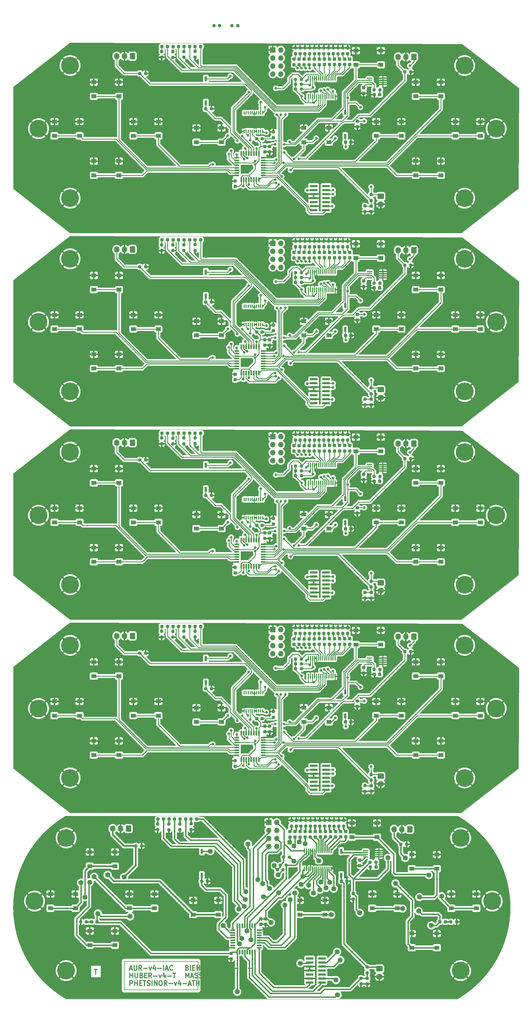
<source format=gbr>
%TF.GenerationSoftware,KiCad,Pcbnew,7.0.6-7.0.6~ubuntu20.04.1*%
%TF.CreationDate,2023-07-11T09:11:54+02:00*%
%TF.ProjectId,output_panel2023-07-11_071138.9032810000,6f757470-7574-45f7-9061-6e656c323032,rev?*%
%TF.SameCoordinates,Original*%
%TF.FileFunction,Copper,L1,Top*%
%TF.FilePolarity,Positive*%
%FSLAX45Y45*%
G04 Gerber Fmt 4.5, Leading zero omitted, Abs format (unit mm)*
G04 Created by KiCad (PCBNEW 7.0.6-7.0.6~ubuntu20.04.1) date 2023-07-11 09:11:54*
%MOMM*%
%LPD*%
G01*
G04 APERTURE LIST*
G04 Aperture macros list*
%AMRoundRect*
0 Rectangle with rounded corners*
0 $1 Rounding radius*
0 $2 $3 $4 $5 $6 $7 $8 $9 X,Y pos of 4 corners*
0 Add a 4 corners polygon primitive as box body*
4,1,4,$2,$3,$4,$5,$6,$7,$8,$9,$2,$3,0*
0 Add four circle primitives for the rounded corners*
1,1,$1+$1,$2,$3*
1,1,$1+$1,$4,$5*
1,1,$1+$1,$6,$7*
1,1,$1+$1,$8,$9*
0 Add four rect primitives between the rounded corners*
20,1,$1+$1,$2,$3,$4,$5,0*
20,1,$1+$1,$4,$5,$6,$7,0*
20,1,$1+$1,$6,$7,$8,$9,0*
20,1,$1+$1,$8,$9,$2,$3,0*%
G04 Aperture macros list end*
%TA.AperFunction,Profile*%
%ADD10C,0.100000*%
%TD*%
%TA.AperFunction,Profile*%
%ADD11C,0.050000*%
%TD*%
%ADD12C,0.300000*%
%TA.AperFunction,NonConductor*%
%ADD13C,0.300000*%
%TD*%
%TA.AperFunction,NonConductor*%
%ADD14C,0.200000*%
%TD*%
%TA.AperFunction,SMDPad,CuDef*%
%ADD15R,1.550000X1.300000*%
%TD*%
%TA.AperFunction,SMDPad,CuDef*%
%ADD16RoundRect,0.237500X-0.287500X-0.237500X0.287500X-0.237500X0.287500X0.237500X-0.287500X0.237500X0*%
%TD*%
%TA.AperFunction,SMDPad,CuDef*%
%ADD17RoundRect,0.237500X-0.237500X0.287500X-0.237500X-0.287500X0.237500X-0.287500X0.237500X0.287500X0*%
%TD*%
%TA.AperFunction,SMDPad,CuDef*%
%ADD18RoundRect,0.237500X0.237500X-0.300000X0.237500X0.300000X-0.237500X0.300000X-0.237500X-0.300000X0*%
%TD*%
%TA.AperFunction,SMDPad,CuDef*%
%ADD19R,0.760000X1.600000*%
%TD*%
%TA.AperFunction,SMDPad,CuDef*%
%ADD20RoundRect,0.237500X-0.237500X0.300000X-0.237500X-0.300000X0.237500X-0.300000X0.237500X0.300000X0*%
%TD*%
%TA.AperFunction,SMDPad,CuDef*%
%ADD21RoundRect,0.237500X0.250000X0.237500X-0.250000X0.237500X-0.250000X-0.237500X0.250000X-0.237500X0*%
%TD*%
%TA.AperFunction,SMDPad,CuDef*%
%ADD22RoundRect,0.100000X-0.712500X-0.100000X0.712500X-0.100000X0.712500X0.100000X-0.712500X0.100000X0*%
%TD*%
%TA.AperFunction,SMDPad,CuDef*%
%ADD23RoundRect,0.237500X-0.250000X-0.237500X0.250000X-0.237500X0.250000X0.237500X-0.250000X0.237500X0*%
%TD*%
%TA.AperFunction,ComponentPad*%
%ADD24C,5.600000*%
%TD*%
%TA.AperFunction,SMDPad,CuDef*%
%ADD25RoundRect,0.100000X0.100000X-0.637500X0.100000X0.637500X-0.100000X0.637500X-0.100000X-0.637500X0*%
%TD*%
%TA.AperFunction,SMDPad,CuDef*%
%ADD26RoundRect,0.237500X-0.237500X0.250000X-0.237500X-0.250000X0.237500X-0.250000X0.237500X0.250000X0*%
%TD*%
%TA.AperFunction,ComponentPad*%
%ADD27RoundRect,0.250000X0.600000X0.725000X-0.600000X0.725000X-0.600000X-0.725000X0.600000X-0.725000X0*%
%TD*%
%TA.AperFunction,ComponentPad*%
%ADD28O,1.700000X1.950000*%
%TD*%
%TA.AperFunction,ComponentPad*%
%ADD29R,1.700000X1.700000*%
%TD*%
%TA.AperFunction,ComponentPad*%
%ADD30O,1.700000X1.700000*%
%TD*%
%TA.AperFunction,SMDPad,CuDef*%
%ADD31RoundRect,0.237500X0.237500X-0.250000X0.237500X0.250000X-0.237500X0.250000X-0.237500X-0.250000X0*%
%TD*%
%TA.AperFunction,SMDPad,CuDef*%
%ADD32RoundRect,0.125000X0.125000X-0.625000X0.125000X0.625000X-0.125000X0.625000X-0.125000X-0.625000X0*%
%TD*%
%TA.AperFunction,SMDPad,CuDef*%
%ADD33RoundRect,0.125000X0.625000X-0.125000X0.625000X0.125000X-0.625000X0.125000X-0.625000X-0.125000X0*%
%TD*%
%TA.AperFunction,SMDPad,CuDef*%
%ADD34RoundRect,0.237500X-0.300000X-0.237500X0.300000X-0.237500X0.300000X0.237500X-0.300000X0.237500X0*%
%TD*%
%TA.AperFunction,SMDPad,CuDef*%
%ADD35RoundRect,0.237500X0.300000X0.237500X-0.300000X0.237500X-0.300000X-0.237500X0.300000X-0.237500X0*%
%TD*%
%TA.AperFunction,SMDPad,CuDef*%
%ADD36R,2.400000X0.740000*%
%TD*%
%TA.AperFunction,SMDPad,CuDef*%
%ADD37R,0.400000X1.000000*%
%TD*%
%TA.AperFunction,ComponentPad*%
%ADD38RoundRect,0.250000X-0.750000X0.600000X-0.750000X-0.600000X0.750000X-0.600000X0.750000X0.600000X0*%
%TD*%
%TA.AperFunction,ComponentPad*%
%ADD39O,2.000000X1.700000*%
%TD*%
%TA.AperFunction,ViaPad*%
%ADD40C,0.800000*%
%TD*%
%TA.AperFunction,ViaPad*%
%ADD41C,1.600000*%
%TD*%
%TA.AperFunction,Conductor*%
%ADD42C,0.250000*%
%TD*%
%TA.AperFunction,Conductor*%
%ADD43C,0.400000*%
%TD*%
%TA.AperFunction,Conductor*%
%ADD44C,0.500000*%
%TD*%
G04 APERTURE END LIST*
D10*
X16050000Y-23029999D02*
X14250000Y-24429999D01*
X14250000Y-6070000D02*
X1850000Y-6070000D01*
X16070000Y-7599999D02*
X16050000Y-10789999D01*
X50000Y-13689999D02*
X1850000Y-12289999D01*
D11*
X14123822Y-30329999D02*
G75*
G03*
X14123822Y-24529999I-1674316J2900000D01*
G01*
D10*
X14250000Y-18309999D02*
X1850000Y-18309999D01*
X1850000Y-12289999D02*
X14270000Y-12329999D01*
X1723822Y-24529999D02*
X14123822Y-24529999D01*
X1723822Y-30329999D02*
X14123822Y-30329999D01*
X50000Y-23029999D02*
X50000Y-19809999D01*
X16050000Y-10789999D02*
X14250000Y-12189999D01*
X14250000Y-12189999D02*
X1850000Y-12189999D01*
X50000Y-16909999D02*
X50000Y-13689999D01*
X1850000Y-18409999D02*
X14270000Y-18449999D01*
X1850000Y-6169999D02*
X14270000Y-6209999D01*
X14250000Y-24429999D02*
X1850000Y-24429999D01*
X50000Y-1450000D02*
X1850000Y-50000D01*
X16050000Y-16909999D02*
X14250000Y-18309999D01*
X14270000Y-6209999D02*
X16070000Y-7599999D01*
X1850000Y-18309999D02*
X50000Y-16909999D01*
X16070000Y-13719999D02*
X16050000Y-16909999D01*
X50000Y-10789999D02*
X50000Y-7569999D01*
X1850000Y-6070000D02*
X50000Y-4670000D01*
X1850000Y-24429999D02*
X50000Y-23029999D01*
D11*
X1723822Y-24529999D02*
G75*
G03*
X1723822Y-30329999I1674316J-2900000D01*
G01*
D10*
X50000Y-7569999D02*
X1850000Y-6169999D01*
X14270000Y-90000D02*
X16070000Y-1480000D01*
X1850000Y-12189999D02*
X50000Y-10789999D01*
X14270000Y-12329999D02*
X16070000Y-13719999D01*
X14270000Y-18449999D02*
X16070000Y-19839999D01*
X50000Y-4670000D02*
X50000Y-1450000D01*
X16070000Y-19839999D02*
X16050000Y-23029999D01*
X16070000Y-1480000D02*
X16050000Y-4670000D01*
X50000Y-19809999D02*
X1850000Y-18409999D01*
X16050000Y-4670000D02*
X14250000Y-6070000D01*
X1850000Y-50000D02*
X14270000Y-90000D01*
D12*
D13*
X2620845Y-29398082D02*
X2706559Y-29398082D01*
X2663702Y-29548082D02*
X2663702Y-29398082D01*
D12*
D13*
X3739630Y-29375224D02*
X3811059Y-29375224D01*
X3725345Y-29418082D02*
X3775345Y-29268082D01*
X3775345Y-29268082D02*
X3825345Y-29418082D01*
X3875345Y-29268082D02*
X3875345Y-29389510D01*
X3875345Y-29389510D02*
X3882487Y-29403796D01*
X3882487Y-29403796D02*
X3889630Y-29410939D01*
X3889630Y-29410939D02*
X3903916Y-29418082D01*
X3903916Y-29418082D02*
X3932487Y-29418082D01*
X3932487Y-29418082D02*
X3946773Y-29410939D01*
X3946773Y-29410939D02*
X3953916Y-29403796D01*
X3953916Y-29403796D02*
X3961059Y-29389510D01*
X3961059Y-29389510D02*
X3961059Y-29268082D01*
X4118202Y-29418082D02*
X4068202Y-29346653D01*
X4032487Y-29418082D02*
X4032487Y-29268082D01*
X4032487Y-29268082D02*
X4089630Y-29268082D01*
X4089630Y-29268082D02*
X4103916Y-29275224D01*
X4103916Y-29275224D02*
X4111059Y-29282367D01*
X4111059Y-29282367D02*
X4118202Y-29296653D01*
X4118202Y-29296653D02*
X4118202Y-29318082D01*
X4118202Y-29318082D02*
X4111059Y-29332367D01*
X4111059Y-29332367D02*
X4103916Y-29339510D01*
X4103916Y-29339510D02*
X4089630Y-29346653D01*
X4089630Y-29346653D02*
X4032487Y-29346653D01*
X4182487Y-29360939D02*
X4296773Y-29360939D01*
X4353916Y-29318082D02*
X4389630Y-29418082D01*
X4389630Y-29418082D02*
X4425345Y-29318082D01*
X4546773Y-29318082D02*
X4546773Y-29418082D01*
X4511059Y-29260939D02*
X4475345Y-29368082D01*
X4475345Y-29368082D02*
X4568202Y-29368082D01*
X4625345Y-29360939D02*
X4739630Y-29360939D01*
X4811059Y-29418082D02*
X4811059Y-29268082D01*
X4875345Y-29375224D02*
X4946773Y-29375224D01*
X4861059Y-29418082D02*
X4911059Y-29268082D01*
X4911059Y-29268082D02*
X4961059Y-29418082D01*
X5096773Y-29403796D02*
X5089630Y-29410939D01*
X5089630Y-29410939D02*
X5068202Y-29418082D01*
X5068202Y-29418082D02*
X5053916Y-29418082D01*
X5053916Y-29418082D02*
X5032488Y-29410939D01*
X5032488Y-29410939D02*
X5018202Y-29396653D01*
X5018202Y-29396653D02*
X5011059Y-29382367D01*
X5011059Y-29382367D02*
X5003916Y-29353796D01*
X5003916Y-29353796D02*
X5003916Y-29332367D01*
X5003916Y-29332367D02*
X5011059Y-29303796D01*
X5011059Y-29303796D02*
X5018202Y-29289510D01*
X5018202Y-29289510D02*
X5032488Y-29275224D01*
X5032488Y-29275224D02*
X5053916Y-29268082D01*
X5053916Y-29268082D02*
X5068202Y-29268082D01*
X5068202Y-29268082D02*
X5089630Y-29275224D01*
X5089630Y-29275224D02*
X5096773Y-29282367D01*
X5561059Y-29339510D02*
X5582488Y-29346653D01*
X5582488Y-29346653D02*
X5589630Y-29353796D01*
X5589630Y-29353796D02*
X5596773Y-29368082D01*
X5596773Y-29368082D02*
X5596773Y-29389510D01*
X5596773Y-29389510D02*
X5589630Y-29403796D01*
X5589630Y-29403796D02*
X5582488Y-29410939D01*
X5582488Y-29410939D02*
X5568202Y-29418082D01*
X5568202Y-29418082D02*
X5511059Y-29418082D01*
X5511059Y-29418082D02*
X5511059Y-29268082D01*
X5511059Y-29268082D02*
X5561059Y-29268082D01*
X5561059Y-29268082D02*
X5575345Y-29275224D01*
X5575345Y-29275224D02*
X5582488Y-29282367D01*
X5582488Y-29282367D02*
X5589630Y-29296653D01*
X5589630Y-29296653D02*
X5589630Y-29310939D01*
X5589630Y-29310939D02*
X5582488Y-29325224D01*
X5582488Y-29325224D02*
X5575345Y-29332367D01*
X5575345Y-29332367D02*
X5561059Y-29339510D01*
X5561059Y-29339510D02*
X5511059Y-29339510D01*
X5661059Y-29418082D02*
X5661059Y-29268082D01*
X5732487Y-29339510D02*
X5782487Y-29339510D01*
X5803916Y-29418082D02*
X5732487Y-29418082D01*
X5732487Y-29418082D02*
X5732487Y-29268082D01*
X5732487Y-29268082D02*
X5803916Y-29268082D01*
X5868202Y-29418082D02*
X5868202Y-29268082D01*
X5868202Y-29339510D02*
X5953916Y-29339510D01*
X5953916Y-29418082D02*
X5953916Y-29268082D01*
X6096773Y-29418082D02*
X6025345Y-29418082D01*
X6025345Y-29418082D02*
X6025345Y-29268082D01*
X6146773Y-29360939D02*
X6261059Y-29360939D01*
X6318202Y-29318082D02*
X6353916Y-29418082D01*
X6353916Y-29418082D02*
X6389630Y-29318082D01*
X6511059Y-29318082D02*
X6511059Y-29418082D01*
X6475345Y-29260939D02*
X6439630Y-29368082D01*
X6439630Y-29368082D02*
X6532488Y-29368082D01*
X6589630Y-29360939D02*
X6703916Y-29360939D01*
X6775345Y-29339510D02*
X6825345Y-29339510D01*
X6846773Y-29418082D02*
X6775345Y-29418082D01*
X6775345Y-29418082D02*
X6775345Y-29268082D01*
X6775345Y-29268082D02*
X6846773Y-29268082D01*
X6996773Y-29418082D02*
X6946773Y-29346653D01*
X6911059Y-29418082D02*
X6911059Y-29268082D01*
X6911059Y-29268082D02*
X6968202Y-29268082D01*
X6968202Y-29268082D02*
X6982488Y-29275224D01*
X6982488Y-29275224D02*
X6989630Y-29282367D01*
X6989630Y-29282367D02*
X6996773Y-29296653D01*
X6996773Y-29296653D02*
X6996773Y-29318082D01*
X6996773Y-29318082D02*
X6989630Y-29332367D01*
X6989630Y-29332367D02*
X6982488Y-29339510D01*
X6982488Y-29339510D02*
X6968202Y-29346653D01*
X6968202Y-29346653D02*
X6911059Y-29346653D01*
X7061059Y-29360939D02*
X7175345Y-29360939D01*
X7232488Y-29318082D02*
X7268202Y-29418082D01*
X7268202Y-29418082D02*
X7303916Y-29318082D01*
X7425345Y-29318082D02*
X7425345Y-29418082D01*
X7389630Y-29260939D02*
X7353916Y-29368082D01*
X7353916Y-29368082D02*
X7446773Y-29368082D01*
X7503916Y-29360939D02*
X7618202Y-29360939D01*
X3746773Y-29659582D02*
X3746773Y-29509582D01*
X3746773Y-29581010D02*
X3832487Y-29581010D01*
X3832487Y-29659582D02*
X3832487Y-29509582D01*
X3903916Y-29509582D02*
X3903916Y-29631010D01*
X3903916Y-29631010D02*
X3911059Y-29645296D01*
X3911059Y-29645296D02*
X3918202Y-29652439D01*
X3918202Y-29652439D02*
X3932488Y-29659582D01*
X3932488Y-29659582D02*
X3961059Y-29659582D01*
X3961059Y-29659582D02*
X3975345Y-29652439D01*
X3975345Y-29652439D02*
X3982488Y-29645296D01*
X3982488Y-29645296D02*
X3989630Y-29631010D01*
X3989630Y-29631010D02*
X3989630Y-29509582D01*
X4111059Y-29581010D02*
X4132488Y-29588153D01*
X4132488Y-29588153D02*
X4139630Y-29595296D01*
X4139630Y-29595296D02*
X4146773Y-29609582D01*
X4146773Y-29609582D02*
X4146773Y-29631010D01*
X4146773Y-29631010D02*
X4139630Y-29645296D01*
X4139630Y-29645296D02*
X4132488Y-29652439D01*
X4132488Y-29652439D02*
X4118202Y-29659582D01*
X4118202Y-29659582D02*
X4061059Y-29659582D01*
X4061059Y-29659582D02*
X4061059Y-29509582D01*
X4061059Y-29509582D02*
X4111059Y-29509582D01*
X4111059Y-29509582D02*
X4125345Y-29516724D01*
X4125345Y-29516724D02*
X4132488Y-29523867D01*
X4132488Y-29523867D02*
X4139630Y-29538153D01*
X4139630Y-29538153D02*
X4139630Y-29552439D01*
X4139630Y-29552439D02*
X4132488Y-29566724D01*
X4132488Y-29566724D02*
X4125345Y-29573867D01*
X4125345Y-29573867D02*
X4111059Y-29581010D01*
X4111059Y-29581010D02*
X4061059Y-29581010D01*
X4211059Y-29581010D02*
X4261059Y-29581010D01*
X4282488Y-29659582D02*
X4211059Y-29659582D01*
X4211059Y-29659582D02*
X4211059Y-29509582D01*
X4211059Y-29509582D02*
X4282488Y-29509582D01*
X4432488Y-29659582D02*
X4382488Y-29588153D01*
X4346773Y-29659582D02*
X4346773Y-29509582D01*
X4346773Y-29509582D02*
X4403916Y-29509582D01*
X4403916Y-29509582D02*
X4418202Y-29516724D01*
X4418202Y-29516724D02*
X4425345Y-29523867D01*
X4425345Y-29523867D02*
X4432488Y-29538153D01*
X4432488Y-29538153D02*
X4432488Y-29559582D01*
X4432488Y-29559582D02*
X4425345Y-29573867D01*
X4425345Y-29573867D02*
X4418202Y-29581010D01*
X4418202Y-29581010D02*
X4403916Y-29588153D01*
X4403916Y-29588153D02*
X4346773Y-29588153D01*
X4496773Y-29602439D02*
X4611059Y-29602439D01*
X4668202Y-29559582D02*
X4703916Y-29659582D01*
X4703916Y-29659582D02*
X4739631Y-29559582D01*
X4861059Y-29559582D02*
X4861059Y-29659582D01*
X4825345Y-29502439D02*
X4789631Y-29609582D01*
X4789631Y-29609582D02*
X4882488Y-29609582D01*
X4939630Y-29602439D02*
X5053916Y-29602439D01*
X5103916Y-29509582D02*
X5189631Y-29509582D01*
X5146773Y-29659582D02*
X5146773Y-29509582D01*
X5511059Y-29659582D02*
X5511059Y-29509582D01*
X5511059Y-29509582D02*
X5561059Y-29616724D01*
X5561059Y-29616724D02*
X5611059Y-29509582D01*
X5611059Y-29509582D02*
X5611059Y-29659582D01*
X5675345Y-29616724D02*
X5746773Y-29616724D01*
X5661059Y-29659582D02*
X5711059Y-29509582D01*
X5711059Y-29509582D02*
X5761059Y-29659582D01*
X5803916Y-29652439D02*
X5825345Y-29659582D01*
X5825345Y-29659582D02*
X5861059Y-29659582D01*
X5861059Y-29659582D02*
X5875345Y-29652439D01*
X5875345Y-29652439D02*
X5882487Y-29645296D01*
X5882487Y-29645296D02*
X5889630Y-29631010D01*
X5889630Y-29631010D02*
X5889630Y-29616724D01*
X5889630Y-29616724D02*
X5882487Y-29602439D01*
X5882487Y-29602439D02*
X5875345Y-29595296D01*
X5875345Y-29595296D02*
X5861059Y-29588153D01*
X5861059Y-29588153D02*
X5832487Y-29581010D01*
X5832487Y-29581010D02*
X5818202Y-29573867D01*
X5818202Y-29573867D02*
X5811059Y-29566724D01*
X5811059Y-29566724D02*
X5803916Y-29552439D01*
X5803916Y-29552439D02*
X5803916Y-29538153D01*
X5803916Y-29538153D02*
X5811059Y-29523867D01*
X5811059Y-29523867D02*
X5818202Y-29516724D01*
X5818202Y-29516724D02*
X5832487Y-29509582D01*
X5832487Y-29509582D02*
X5868202Y-29509582D01*
X5868202Y-29509582D02*
X5889630Y-29516724D01*
X5946773Y-29652439D02*
X5968202Y-29659582D01*
X5968202Y-29659582D02*
X6003916Y-29659582D01*
X6003916Y-29659582D02*
X6018202Y-29652439D01*
X6018202Y-29652439D02*
X6025345Y-29645296D01*
X6025345Y-29645296D02*
X6032487Y-29631010D01*
X6032487Y-29631010D02*
X6032487Y-29616724D01*
X6032487Y-29616724D02*
X6025345Y-29602439D01*
X6025345Y-29602439D02*
X6018202Y-29595296D01*
X6018202Y-29595296D02*
X6003916Y-29588153D01*
X6003916Y-29588153D02*
X5975345Y-29581010D01*
X5975345Y-29581010D02*
X5961059Y-29573867D01*
X5961059Y-29573867D02*
X5953916Y-29566724D01*
X5953916Y-29566724D02*
X5946773Y-29552439D01*
X5946773Y-29552439D02*
X5946773Y-29538153D01*
X5946773Y-29538153D02*
X5953916Y-29523867D01*
X5953916Y-29523867D02*
X5961059Y-29516724D01*
X5961059Y-29516724D02*
X5975345Y-29509582D01*
X5975345Y-29509582D02*
X6011059Y-29509582D01*
X6011059Y-29509582D02*
X6032487Y-29516724D01*
X6096773Y-29659582D02*
X6096773Y-29509582D01*
X6168202Y-29659582D02*
X6168202Y-29509582D01*
X6168202Y-29509582D02*
X6253916Y-29659582D01*
X6253916Y-29659582D02*
X6253916Y-29509582D01*
X3746773Y-29901082D02*
X3746773Y-29751082D01*
X3746773Y-29751082D02*
X3803916Y-29751082D01*
X3803916Y-29751082D02*
X3818202Y-29758224D01*
X3818202Y-29758224D02*
X3825345Y-29765367D01*
X3825345Y-29765367D02*
X3832487Y-29779653D01*
X3832487Y-29779653D02*
X3832487Y-29801082D01*
X3832487Y-29801082D02*
X3825345Y-29815367D01*
X3825345Y-29815367D02*
X3818202Y-29822510D01*
X3818202Y-29822510D02*
X3803916Y-29829653D01*
X3803916Y-29829653D02*
X3746773Y-29829653D01*
X3896773Y-29901082D02*
X3896773Y-29751082D01*
X3896773Y-29822510D02*
X3982487Y-29822510D01*
X3982487Y-29901082D02*
X3982487Y-29751082D01*
X4053916Y-29822510D02*
X4103916Y-29822510D01*
X4125345Y-29901082D02*
X4053916Y-29901082D01*
X4053916Y-29901082D02*
X4053916Y-29751082D01*
X4053916Y-29751082D02*
X4125345Y-29751082D01*
X4168202Y-29751082D02*
X4253916Y-29751082D01*
X4211059Y-29901082D02*
X4211059Y-29751082D01*
X4296773Y-29893939D02*
X4318202Y-29901082D01*
X4318202Y-29901082D02*
X4353916Y-29901082D01*
X4353916Y-29901082D02*
X4368202Y-29893939D01*
X4368202Y-29893939D02*
X4375345Y-29886796D01*
X4375345Y-29886796D02*
X4382488Y-29872510D01*
X4382488Y-29872510D02*
X4382488Y-29858224D01*
X4382488Y-29858224D02*
X4375345Y-29843939D01*
X4375345Y-29843939D02*
X4368202Y-29836796D01*
X4368202Y-29836796D02*
X4353916Y-29829653D01*
X4353916Y-29829653D02*
X4325345Y-29822510D01*
X4325345Y-29822510D02*
X4311059Y-29815367D01*
X4311059Y-29815367D02*
X4303916Y-29808224D01*
X4303916Y-29808224D02*
X4296773Y-29793939D01*
X4296773Y-29793939D02*
X4296773Y-29779653D01*
X4296773Y-29779653D02*
X4303916Y-29765367D01*
X4303916Y-29765367D02*
X4311059Y-29758224D01*
X4311059Y-29758224D02*
X4325345Y-29751082D01*
X4325345Y-29751082D02*
X4361059Y-29751082D01*
X4361059Y-29751082D02*
X4382488Y-29758224D01*
X4446773Y-29901082D02*
X4446773Y-29751082D01*
X4518202Y-29901082D02*
X4518202Y-29751082D01*
X4518202Y-29751082D02*
X4603916Y-29901082D01*
X4603916Y-29901082D02*
X4603916Y-29751082D01*
X4703916Y-29751082D02*
X4732488Y-29751082D01*
X4732488Y-29751082D02*
X4746773Y-29758224D01*
X4746773Y-29758224D02*
X4761059Y-29772510D01*
X4761059Y-29772510D02*
X4768202Y-29801082D01*
X4768202Y-29801082D02*
X4768202Y-29851082D01*
X4768202Y-29851082D02*
X4761059Y-29879653D01*
X4761059Y-29879653D02*
X4746773Y-29893939D01*
X4746773Y-29893939D02*
X4732488Y-29901082D01*
X4732488Y-29901082D02*
X4703916Y-29901082D01*
X4703916Y-29901082D02*
X4689631Y-29893939D01*
X4689631Y-29893939D02*
X4675345Y-29879653D01*
X4675345Y-29879653D02*
X4668202Y-29851082D01*
X4668202Y-29851082D02*
X4668202Y-29801082D01*
X4668202Y-29801082D02*
X4675345Y-29772510D01*
X4675345Y-29772510D02*
X4689631Y-29758224D01*
X4689631Y-29758224D02*
X4703916Y-29751082D01*
X4918202Y-29901082D02*
X4868202Y-29829653D01*
X4832488Y-29901082D02*
X4832488Y-29751082D01*
X4832488Y-29751082D02*
X4889631Y-29751082D01*
X4889631Y-29751082D02*
X4903916Y-29758224D01*
X4903916Y-29758224D02*
X4911059Y-29765367D01*
X4911059Y-29765367D02*
X4918202Y-29779653D01*
X4918202Y-29779653D02*
X4918202Y-29801082D01*
X4918202Y-29801082D02*
X4911059Y-29815367D01*
X4911059Y-29815367D02*
X4903916Y-29822510D01*
X4903916Y-29822510D02*
X4889631Y-29829653D01*
X4889631Y-29829653D02*
X4832488Y-29829653D01*
X4982488Y-29843939D02*
X5096773Y-29843939D01*
X5153916Y-29801082D02*
X5189631Y-29901082D01*
X5189631Y-29901082D02*
X5225345Y-29801082D01*
X5346773Y-29801082D02*
X5346773Y-29901082D01*
X5311059Y-29743939D02*
X5275345Y-29851082D01*
X5275345Y-29851082D02*
X5368202Y-29851082D01*
X5425345Y-29843939D02*
X5539631Y-29843939D01*
X5603916Y-29858224D02*
X5675345Y-29858224D01*
X5589631Y-29901082D02*
X5639630Y-29751082D01*
X5639630Y-29751082D02*
X5689630Y-29901082D01*
X5718202Y-29751082D02*
X5803916Y-29751082D01*
X5761059Y-29901082D02*
X5761059Y-29751082D01*
X5853916Y-29901082D02*
X5853916Y-29751082D01*
X5853916Y-29822510D02*
X5939630Y-29822510D01*
X5939630Y-29901082D02*
X5939630Y-29751082D01*
D14*
X3568822Y-29139999D02*
X5900822Y-29139999D01*
X5900822Y-30040999D01*
X3568822Y-30040999D01*
X3568822Y-29139999D01*
D15*
X9126322Y-27204999D03*
X9921322Y-27204999D03*
X9126322Y-27654999D03*
X9921322Y-27654999D03*
D16*
X5462500Y-12409999D03*
X5637500Y-12409999D03*
D17*
X9745000Y-12803749D03*
X9745000Y-12978749D03*
D18*
X7080200Y-10715649D03*
X7080200Y-10543149D03*
D19*
X6150000Y-8070999D03*
X6150000Y-7308999D03*
D15*
X12802500Y-16034999D03*
X13597500Y-16034999D03*
X12802500Y-16484999D03*
X13597500Y-16484999D03*
D20*
X8172400Y-3330950D03*
X8172400Y-3503450D03*
D21*
X9178050Y-7327399D03*
X8995550Y-7327399D03*
D22*
X11338750Y-1172500D03*
X11338750Y-1237500D03*
X11338750Y-1302500D03*
X11338750Y-1367500D03*
X11761250Y-1367500D03*
X11761250Y-1302500D03*
X11761250Y-1237500D03*
X11761250Y-1172500D03*
D23*
X11484750Y-1537600D03*
X11667250Y-1537600D03*
D16*
X4762500Y-170000D03*
X4937500Y-170000D03*
D24*
X1850000Y-770000D03*
D16*
X5812500Y-12409999D03*
X5987500Y-12409999D03*
D23*
X11484750Y-13777599D03*
X11667250Y-13777599D03*
D15*
X2602500Y-22154999D03*
X3397500Y-22154999D03*
X2602500Y-22604999D03*
X3397500Y-22604999D03*
D25*
X9400900Y-7867649D03*
X9465900Y-7867649D03*
X9530900Y-7867649D03*
X9595900Y-7867649D03*
X9660900Y-7867649D03*
X9725900Y-7867649D03*
X9790900Y-7867649D03*
X9855900Y-7867649D03*
X9920900Y-7867649D03*
X9985900Y-7867649D03*
X10050900Y-7867649D03*
X10115900Y-7867649D03*
X10180900Y-7867649D03*
X10245900Y-7867649D03*
X10245900Y-7295149D03*
X10180900Y-7295149D03*
X10115900Y-7295149D03*
X10050900Y-7295149D03*
X9985900Y-7295149D03*
X9920900Y-7295149D03*
X9855900Y-7295149D03*
X9790900Y-7295149D03*
X9725900Y-7295149D03*
X9660900Y-7295149D03*
X9595900Y-7295149D03*
X9530900Y-7295149D03*
X9465900Y-7295149D03*
X9400900Y-7295149D03*
D26*
X5455000Y-18686249D03*
X5455000Y-18868749D03*
D27*
X3825000Y-472500D03*
D28*
X3575000Y-472500D03*
X3325000Y-472500D03*
D29*
X8270000Y-276000D03*
D30*
X8524000Y-276000D03*
X8270000Y-530000D03*
X8524000Y-530000D03*
X8270000Y-784000D03*
X8524000Y-784000D03*
X8270000Y-1038000D03*
X8524000Y-1038000D03*
D27*
X3698822Y-24932499D03*
D28*
X3448822Y-24932499D03*
X3198822Y-24932499D03*
D16*
X5112500Y-6289999D03*
X5287500Y-6289999D03*
D31*
X8290000Y-3050000D03*
X8290000Y-2867500D03*
D25*
X9400900Y-13987649D03*
X9465900Y-13987649D03*
X9530900Y-13987649D03*
X9595900Y-13987649D03*
X9660900Y-13987649D03*
X9725900Y-13987649D03*
X9790900Y-13987649D03*
X9855900Y-13987649D03*
X9920900Y-13987649D03*
X9985900Y-13987649D03*
X10050900Y-13987649D03*
X10115900Y-13987649D03*
X10180900Y-13987649D03*
X10245900Y-13987649D03*
X10245900Y-13415149D03*
X10180900Y-13415149D03*
X10115900Y-13415149D03*
X10050900Y-13415149D03*
X9985900Y-13415149D03*
X9920900Y-13415149D03*
X9855900Y-13415149D03*
X9790900Y-13415149D03*
X9725900Y-13415149D03*
X9660900Y-13415149D03*
X9595900Y-13415149D03*
X9530900Y-13415149D03*
X9465900Y-13415149D03*
X9400900Y-13415149D03*
D31*
X8290000Y-9169999D03*
X8290000Y-8987499D03*
D21*
X9178050Y-1359800D03*
X8995550Y-1359800D03*
D17*
X8942500Y-12804999D03*
X8942500Y-12979999D03*
D20*
X11390000Y-11337499D03*
X11390000Y-11509999D03*
D24*
X14350000Y-17209999D03*
D31*
X8990000Y-392500D03*
X8990000Y-210000D03*
D24*
X1850000Y-13009999D03*
D17*
X9745000Y-6683749D03*
X9745000Y-6858749D03*
D16*
X11488500Y-13929999D03*
X11663500Y-13929999D03*
D31*
X10340000Y-392500D03*
X10340000Y-210000D03*
D23*
X4058750Y-1020000D03*
X4241250Y-1020000D03*
D15*
X3852500Y-20904999D03*
X4647500Y-20904999D03*
X3852500Y-21354999D03*
X4647500Y-21354999D03*
D31*
X10640000Y-6512499D03*
X10640000Y-6329999D03*
D24*
X1723822Y-25229999D03*
D23*
X13913775Y-27884999D03*
X14096275Y-27884999D03*
D16*
X11488500Y-1690000D03*
X11663500Y-1690000D03*
D31*
X9890000Y-392500D03*
X9890000Y-210000D03*
D15*
X9252500Y-14984999D03*
X10047500Y-14984999D03*
X9252500Y-15434999D03*
X10047500Y-15434999D03*
D23*
X6143750Y-14379999D03*
X6326250Y-14379999D03*
X4058750Y-13259999D03*
X4241250Y-13259999D03*
D31*
X9740000Y-18752499D03*
X9740000Y-18569999D03*
D17*
X9582500Y-12804999D03*
X9582500Y-12979999D03*
D24*
X723822Y-27229999D03*
D16*
X5812500Y-18529999D03*
X5987500Y-18529999D03*
D24*
X14223822Y-25229999D03*
D20*
X8046222Y-27790949D03*
X8046222Y-27963449D03*
D31*
X9313822Y-24852499D03*
X9313822Y-24669999D03*
D23*
X4058750Y-19379999D03*
X4241250Y-19379999D03*
D26*
X5455000Y-12566249D03*
X5455000Y-12748749D03*
D25*
X9274722Y-26207649D03*
X9339722Y-26207649D03*
X9404722Y-26207649D03*
X9469722Y-26207649D03*
X9534722Y-26207649D03*
X9599722Y-26207649D03*
X9664722Y-26207649D03*
X9729722Y-26207649D03*
X9794722Y-26207649D03*
X9859722Y-26207649D03*
X9924722Y-26207649D03*
X9989722Y-26207649D03*
X10054722Y-26207649D03*
X10119722Y-26207649D03*
X10119722Y-25635149D03*
X10054722Y-25635149D03*
X9989722Y-25635149D03*
X9924722Y-25635149D03*
X9859722Y-25635149D03*
X9794722Y-25635149D03*
X9729722Y-25635149D03*
X9664722Y-25635149D03*
X9599722Y-25635149D03*
X9534722Y-25635149D03*
X9469722Y-25635149D03*
X9404722Y-25635149D03*
X9339722Y-25635149D03*
X9274722Y-25635149D03*
D20*
X11028822Y-25933749D03*
X11028822Y-26106249D03*
D23*
X6407500Y-11749999D03*
X6590000Y-11749999D03*
D17*
X9102500Y-18924999D03*
X9102500Y-19099999D03*
D23*
X8995550Y-7632199D03*
X9178050Y-7632199D03*
D16*
X4986322Y-24629999D03*
X5161322Y-24629999D03*
D26*
X5810000Y-12561249D03*
X5810000Y-12743749D03*
D17*
X10227500Y-12802499D03*
X10227500Y-12977499D03*
X9136322Y-25024999D03*
X9136322Y-25199999D03*
X10387500Y-12802499D03*
X10387500Y-12977499D03*
D15*
X14052500Y-20904999D03*
X14847500Y-20904999D03*
X14052500Y-21354999D03*
X14847500Y-21354999D03*
D26*
X5810000Y-18681249D03*
X5810000Y-18863749D03*
X11390000Y-4858750D03*
X11390000Y-5041250D03*
D23*
X6407500Y490000D03*
X6590000Y490000D03*
D17*
X10710000Y-12802499D03*
X10710000Y-12977499D03*
D27*
X12740400Y-18856199D03*
D28*
X12490400Y-18856199D03*
X12240400Y-18856199D03*
D32*
X7143822Y-28847499D03*
X7223822Y-28847499D03*
X7303822Y-28847499D03*
X7383822Y-28847499D03*
X7463822Y-28847499D03*
X7543822Y-28847499D03*
X7623822Y-28847499D03*
X7703822Y-28847499D03*
D33*
X7841322Y-28709999D03*
X7841322Y-28629999D03*
X7841322Y-28549999D03*
X7841322Y-28469999D03*
X7841322Y-28389999D03*
X7841322Y-28309999D03*
X7841322Y-28229999D03*
X7841322Y-28149999D03*
D32*
X7703822Y-28012499D03*
X7623822Y-28012499D03*
X7543822Y-28012499D03*
X7463822Y-28012499D03*
X7383822Y-28012499D03*
X7303822Y-28012499D03*
X7223822Y-28012499D03*
X7143822Y-28012499D03*
D33*
X7006322Y-28149999D03*
X7006322Y-28229999D03*
X7006322Y-28309999D03*
X7006322Y-28389999D03*
X7006322Y-28469999D03*
X7006322Y-28549999D03*
X7006322Y-28629999D03*
X7006322Y-28709999D03*
D31*
X9590000Y-6512499D03*
X9590000Y-6329999D03*
X8990000Y-18752499D03*
X8990000Y-18569999D03*
X9890000Y-6512499D03*
X9890000Y-6329999D03*
D25*
X9400900Y-20107649D03*
X9465900Y-20107649D03*
X9530900Y-20107649D03*
X9595900Y-20107649D03*
X9660900Y-20107649D03*
X9725900Y-20107649D03*
X9790900Y-20107649D03*
X9855900Y-20107649D03*
X9920900Y-20107649D03*
X9985900Y-20107649D03*
X10050900Y-20107649D03*
X10115900Y-20107649D03*
X10180900Y-20107649D03*
X10245900Y-20107649D03*
X10245900Y-19535149D03*
X10180900Y-19535149D03*
X10115900Y-19535149D03*
X10050900Y-19535149D03*
X9985900Y-19535149D03*
X9920900Y-19535149D03*
X9855900Y-19535149D03*
X9790900Y-19535149D03*
X9725900Y-19535149D03*
X9660900Y-19535149D03*
X9595900Y-19535149D03*
X9530900Y-19535149D03*
X9465900Y-19535149D03*
X9400900Y-19535149D03*
D17*
X10547500Y-12802499D03*
X10547500Y-12977499D03*
D15*
X11552500Y-8664999D03*
X12347500Y-8664999D03*
X11552500Y-9114999D03*
X12347500Y-9114999D03*
X12802500Y-9914999D03*
X13597500Y-9914999D03*
X12802500Y-10364999D03*
X13597500Y-10364999D03*
D24*
X1850000Y-17209999D03*
D16*
X5112500Y-12409999D03*
X5287500Y-12409999D03*
D17*
X9582500Y-6684999D03*
X9582500Y-6859999D03*
D23*
X6978750Y-5629999D03*
X7161250Y-5629999D03*
D15*
X2602500Y-13534999D03*
X3397500Y-13534999D03*
X2602500Y-13984999D03*
X3397500Y-13984999D03*
D26*
X5102500Y-6448749D03*
X5102500Y-6631249D03*
D31*
X10340000Y-18752499D03*
X10340000Y-18569999D03*
D34*
X10573250Y-3197000D03*
X10745750Y-3197000D03*
D17*
X9907500Y-562500D03*
X9907500Y-737500D03*
D26*
X5455000Y-6446249D03*
X5455000Y-6628749D03*
X11390000Y-23218749D03*
X11390000Y-23401249D03*
D15*
X11552500Y-14784999D03*
X12347500Y-14784999D03*
X11552500Y-15234999D03*
X12347500Y-15234999D03*
X5852500Y-21104999D03*
X6647500Y-21104999D03*
X5852500Y-21554999D03*
X6647500Y-21554999D03*
D17*
X9262500Y-18924999D03*
X9262500Y-19099999D03*
X8816322Y-25024999D03*
X8816322Y-25199999D03*
D31*
X10190000Y-392500D03*
X10190000Y-210000D03*
D21*
X9178050Y-19719799D03*
X8995550Y-19719799D03*
D29*
X8270000Y-12515999D03*
D30*
X8524000Y-12515999D03*
X8270000Y-12769999D03*
X8524000Y-12769999D03*
X8270000Y-13023999D03*
X8524000Y-13023999D03*
X8270000Y-13277999D03*
X8524000Y-13277999D03*
D16*
X4762500Y-18529999D03*
X4937500Y-18529999D03*
D20*
X11390000Y-17457499D03*
X11390000Y-17629999D03*
X10949500Y-14771999D03*
X10949500Y-14944499D03*
D17*
X9296322Y-25024999D03*
X9296322Y-25199999D03*
X9422500Y-565000D03*
X9422500Y-740000D03*
D16*
X11362322Y-26149999D03*
X11537322Y-26149999D03*
D23*
X11358572Y-25997599D03*
X11541072Y-25997599D03*
D15*
X10776322Y-24754999D03*
X11571322Y-24754999D03*
X10776322Y-25204999D03*
X11571322Y-25204999D03*
D34*
X10573250Y-21556999D03*
X10745750Y-21556999D03*
D31*
X9140000Y-18752499D03*
X9140000Y-18569999D03*
D15*
X9252500Y-8864999D03*
X10047500Y-8864999D03*
X9252500Y-9314999D03*
X10047500Y-9314999D03*
D17*
X10710000Y-562500D03*
X10710000Y-737500D03*
D35*
X7936250Y-9209999D03*
X7763750Y-9209999D03*
D29*
X8270000Y-6395999D03*
D30*
X8524000Y-6395999D03*
X8270000Y-6649999D03*
X8524000Y-6649999D03*
X8270000Y-6903999D03*
X8524000Y-6903999D03*
X8270000Y-7157999D03*
X8524000Y-7157999D03*
D31*
X9913822Y-24852499D03*
X9913822Y-24669999D03*
D21*
X2365870Y-27884999D03*
X2183370Y-27884999D03*
D17*
X9422500Y-6684999D03*
X9422500Y-6859999D03*
X9907500Y-12802499D03*
X9907500Y-12977499D03*
D31*
X9740000Y-12632499D03*
X9740000Y-12449999D03*
D17*
X9422500Y-18924999D03*
X9422500Y-19099999D03*
D20*
X8020000Y-15570949D03*
X8020000Y-15743449D03*
D17*
X9781322Y-25022499D03*
X9781322Y-25197499D03*
D31*
X10490000Y-6512499D03*
X10490000Y-6329999D03*
D15*
X2602500Y-7414999D03*
X3397500Y-7414999D03*
X2602500Y-7864999D03*
X3397500Y-7864999D03*
D26*
X11390000Y-10978749D03*
X11390000Y-11161249D03*
D31*
X10490000Y-18752499D03*
X10490000Y-18569999D03*
D24*
X14350000Y-6889999D03*
D16*
X4762500Y-6289999D03*
X4937500Y-6289999D03*
D15*
X12802500Y-3795000D03*
X13597500Y-3795000D03*
X12802500Y-4245000D03*
X13597500Y-4245000D03*
D32*
X7270000Y-10507499D03*
X7350000Y-10507499D03*
X7430000Y-10507499D03*
X7510000Y-10507499D03*
X7590000Y-10507499D03*
X7670000Y-10507499D03*
X7750000Y-10507499D03*
X7830000Y-10507499D03*
D33*
X7967500Y-10369999D03*
X7967500Y-10289999D03*
X7967500Y-10209999D03*
X7967500Y-10129999D03*
X7967500Y-10049999D03*
X7967500Y-9969999D03*
X7967500Y-9889999D03*
X7967500Y-9809999D03*
D32*
X7830000Y-9672499D03*
X7750000Y-9672499D03*
X7670000Y-9672499D03*
X7590000Y-9672499D03*
X7510000Y-9672499D03*
X7430000Y-9672499D03*
X7350000Y-9672499D03*
X7270000Y-9672499D03*
D33*
X7132500Y-9809999D03*
X7132500Y-9889999D03*
X7132500Y-9969999D03*
X7132500Y-10049999D03*
X7132500Y-10129999D03*
X7132500Y-10209999D03*
X7132500Y-10289999D03*
X7132500Y-10369999D03*
D26*
X4626322Y-24786249D03*
X4626322Y-24968749D03*
D36*
X9441322Y-29042999D03*
X9831322Y-29042999D03*
X9441322Y-29169999D03*
X9831322Y-29169999D03*
X9441322Y-29296999D03*
X9831322Y-29296999D03*
X9441322Y-29423999D03*
X9831322Y-29423999D03*
X9441322Y-29550999D03*
X9831322Y-29550999D03*
X9441322Y-29677999D03*
X9831322Y-29677999D03*
X9441322Y-29804999D03*
X9831322Y-29804999D03*
D23*
X11484750Y-19897599D03*
X11667250Y-19897599D03*
D18*
X7080200Y-4595650D03*
X7080200Y-4423150D03*
D31*
X10490000Y-392500D03*
X10490000Y-210000D03*
D15*
X12802500Y-13534999D03*
X13597500Y-13534999D03*
X12802500Y-13984999D03*
X13597500Y-13984999D03*
D32*
X7270000Y-4387500D03*
X7350000Y-4387500D03*
X7430000Y-4387500D03*
X7510000Y-4387500D03*
X7590000Y-4387500D03*
X7670000Y-4387500D03*
X7750000Y-4387500D03*
X7830000Y-4387500D03*
D33*
X7967500Y-4250000D03*
X7967500Y-4170000D03*
X7967500Y-4090000D03*
X7967500Y-4010000D03*
X7967500Y-3930000D03*
X7967500Y-3850000D03*
X7967500Y-3770000D03*
X7967500Y-3690000D03*
D32*
X7830000Y-3552500D03*
X7750000Y-3552500D03*
X7670000Y-3552500D03*
X7590000Y-3552500D03*
X7510000Y-3552500D03*
X7430000Y-3552500D03*
X7350000Y-3552500D03*
X7270000Y-3552500D03*
D33*
X7132500Y-3690000D03*
X7132500Y-3770000D03*
X7132500Y-3850000D03*
X7132500Y-3930000D03*
X7132500Y-4010000D03*
X7132500Y-4090000D03*
X7132500Y-4170000D03*
X7132500Y-4250000D03*
D27*
X12740400Y-12736199D03*
D28*
X12490400Y-12736199D03*
X12240400Y-12736199D03*
D26*
X4976322Y-24788749D03*
X4976322Y-24971249D03*
D17*
X10547500Y-562500D03*
X10547500Y-737500D03*
D31*
X9290000Y-392500D03*
X9290000Y-210000D03*
D16*
X5686322Y-24629999D03*
X5861322Y-24629999D03*
D26*
X11390000Y-17098749D03*
X11390000Y-17281249D03*
D25*
X9400900Y-1747650D03*
X9465900Y-1747650D03*
X9530900Y-1747650D03*
X9595900Y-1747650D03*
X9660900Y-1747650D03*
X9725900Y-1747650D03*
X9790900Y-1747650D03*
X9855900Y-1747650D03*
X9920900Y-1747650D03*
X9985900Y-1747650D03*
X10050900Y-1747650D03*
X10115900Y-1747650D03*
X10180900Y-1747650D03*
X10245900Y-1747650D03*
X10245900Y-1175150D03*
X10180900Y-1175150D03*
X10115900Y-1175150D03*
X10050900Y-1175150D03*
X9985900Y-1175150D03*
X9920900Y-1175150D03*
X9855900Y-1175150D03*
X9790900Y-1175150D03*
X9725900Y-1175150D03*
X9660900Y-1175150D03*
X9595900Y-1175150D03*
X9530900Y-1175150D03*
X9465900Y-1175150D03*
X9400900Y-1175150D03*
D20*
X11155000Y-19833749D03*
X11155000Y-20006249D03*
D15*
X14052500Y-14784999D03*
X14847500Y-14784999D03*
X14052500Y-15234999D03*
X14847500Y-15234999D03*
D23*
X4058750Y-7139999D03*
X4241250Y-7139999D03*
D26*
X5102500Y-18688749D03*
X5102500Y-18871249D03*
D37*
X7365000Y-2850000D03*
X7430000Y-2850000D03*
X7495000Y-2850000D03*
X7560000Y-2850000D03*
X7625000Y-2850000D03*
X7690000Y-2850000D03*
X7755000Y-2850000D03*
X7820000Y-2850000D03*
X7885000Y-2850000D03*
X7950000Y-2850000D03*
X7950000Y-2270000D03*
X7885000Y-2270000D03*
X7820000Y-2270000D03*
X7755000Y-2270000D03*
X7690000Y-2270000D03*
X7625000Y-2270000D03*
X7560000Y-2270000D03*
X7495000Y-2270000D03*
X7430000Y-2270000D03*
X7365000Y-2270000D03*
D35*
X7936250Y-15329999D03*
X7763750Y-15329999D03*
D31*
X9013822Y-24852499D03*
X9013822Y-24669999D03*
D17*
X10227500Y-562500D03*
X10227500Y-737500D03*
D20*
X10949500Y-2532000D03*
X10949500Y-2704500D03*
D27*
X12740400Y-6616199D03*
D28*
X12490400Y-6616199D03*
X12240400Y-6616199D03*
D31*
X10040000Y-12632499D03*
X10040000Y-12449999D03*
D17*
X9262500Y-565000D03*
X9262500Y-740000D03*
X9582500Y-18924999D03*
X9582500Y-19099999D03*
D20*
X8172400Y-15570949D03*
X8172400Y-15743449D03*
X11390000Y-23577499D03*
X11390000Y-23749999D03*
D15*
X5747322Y-27204999D03*
X6542322Y-27204999D03*
X5747322Y-27654999D03*
X6542322Y-27654999D03*
D24*
X1723822Y-29429999D03*
D31*
X10040000Y-6512499D03*
X10040000Y-6329999D03*
X10490000Y-12632499D03*
X10490000Y-12449999D03*
X9290000Y-18752499D03*
X9290000Y-18569999D03*
X8290000Y-15289999D03*
X8290000Y-15107499D03*
D27*
X12740400Y-496200D03*
D28*
X12490400Y-496200D03*
X12240400Y-496200D03*
D20*
X11390000Y-5217500D03*
X11390000Y-5390000D03*
D24*
X850000Y-2770000D03*
D17*
X10067500Y-12802499D03*
X10067500Y-12977499D03*
D15*
X12676322Y-28254999D03*
X13471322Y-28254999D03*
X12676322Y-28704999D03*
X13471322Y-28704999D03*
D24*
X14350000Y-770000D03*
X15350000Y-2770000D03*
D17*
X9102500Y-6684999D03*
X9102500Y-6859999D03*
D26*
X5455000Y-326250D03*
X5455000Y-508750D03*
D31*
X10063822Y-24852499D03*
X10063822Y-24669999D03*
X9140000Y-392500D03*
X9140000Y-210000D03*
D24*
X1850000Y-23329999D03*
D15*
X10902500Y-12534999D03*
X11697500Y-12534999D03*
X10902500Y-12984999D03*
X11697500Y-12984999D03*
X11426322Y-27004999D03*
X12221322Y-27004999D03*
X11426322Y-27454999D03*
X12221322Y-27454999D03*
D20*
X8172400Y-21690949D03*
X8172400Y-21863449D03*
D22*
X11212572Y-25632499D03*
X11212572Y-25697499D03*
X11212572Y-25762499D03*
X11212572Y-25827499D03*
X11635072Y-25827499D03*
X11635072Y-25762499D03*
X11635072Y-25697499D03*
X11635072Y-25632499D03*
D15*
X10902500Y-295000D03*
X11697500Y-295000D03*
X10902500Y-745000D03*
X11697500Y-745000D03*
D26*
X4752500Y-12566249D03*
X4752500Y-12748749D03*
D17*
X10227500Y-18922499D03*
X10227500Y-19097499D03*
D23*
X6407500Y-17869999D03*
X6590000Y-17869999D03*
D26*
X4752500Y-18686249D03*
X4752500Y-18868749D03*
D15*
X2602500Y-19654999D03*
X3397500Y-19654999D03*
X2602500Y-20104999D03*
X3397500Y-20104999D03*
D16*
X5462500Y-170000D03*
X5637500Y-170000D03*
D31*
X9590000Y-392500D03*
X9590000Y-210000D03*
D17*
X10421322Y-25022499D03*
X10421322Y-25197499D03*
D23*
X3932572Y-25479999D03*
X4115072Y-25479999D03*
D17*
X8976222Y-25024999D03*
X8976222Y-25199999D03*
D24*
X1850000Y-6889999D03*
D17*
X10710000Y-18922499D03*
X10710000Y-19097499D03*
D23*
X6143750Y-20499999D03*
X6326250Y-20499999D03*
D31*
X9140000Y-12632499D03*
X9140000Y-12449999D03*
D20*
X10823322Y-26991999D03*
X10823322Y-27164499D03*
D31*
X9613822Y-24852499D03*
X9613822Y-24669999D03*
X9590000Y-18752499D03*
X9590000Y-18569999D03*
D16*
X5812500Y-170000D03*
X5987500Y-170000D03*
D15*
X2602500Y-1295000D03*
X3397500Y-1295000D03*
X2602500Y-1745000D03*
X3397500Y-1745000D03*
X1352500Y-20904999D03*
X2147500Y-20904999D03*
X1352500Y-21354999D03*
X2147500Y-21354999D03*
D21*
X9178050Y-13447399D03*
X8995550Y-13447399D03*
D32*
X7270000Y-16627499D03*
X7350000Y-16627499D03*
X7430000Y-16627499D03*
X7510000Y-16627499D03*
X7590000Y-16627499D03*
X7670000Y-16627499D03*
X7750000Y-16627499D03*
X7830000Y-16627499D03*
D33*
X7967500Y-16489999D03*
X7967500Y-16409999D03*
X7967500Y-16329999D03*
X7967500Y-16249999D03*
X7967500Y-16169999D03*
X7967500Y-16089999D03*
X7967500Y-16009999D03*
X7967500Y-15929999D03*
D32*
X7830000Y-15792499D03*
X7750000Y-15792499D03*
X7670000Y-15792499D03*
X7590000Y-15792499D03*
X7510000Y-15792499D03*
X7430000Y-15792499D03*
X7350000Y-15792499D03*
X7270000Y-15792499D03*
D33*
X7132500Y-15929999D03*
X7132500Y-16009999D03*
X7132500Y-16089999D03*
X7132500Y-16169999D03*
X7132500Y-16249999D03*
X7132500Y-16329999D03*
X7132500Y-16409999D03*
X7132500Y-16489999D03*
D24*
X15350000Y-15009999D03*
D23*
X6143750Y-2140000D03*
X6326250Y-2140000D03*
D26*
X4752500Y-6446249D03*
X4752500Y-6628749D03*
D17*
X9262500Y-6684999D03*
X9262500Y-6859999D03*
X8942500Y-565000D03*
X8942500Y-740000D03*
D15*
X10902500Y-6414999D03*
X11697500Y-6414999D03*
X10902500Y-6864999D03*
X11697500Y-6864999D03*
D31*
X8990000Y-6512499D03*
X8990000Y-6329999D03*
D20*
X11263822Y-29677499D03*
X11263822Y-29849999D03*
D15*
X14052500Y-8664999D03*
X14847500Y-8664999D03*
X14052500Y-9114999D03*
X14847500Y-9114999D03*
D36*
X9567500Y-16822999D03*
X9957500Y-16822999D03*
X9567500Y-16949999D03*
X9957500Y-16949999D03*
X9567500Y-17076999D03*
X9957500Y-17076999D03*
X9567500Y-17203999D03*
X9957500Y-17203999D03*
X9567500Y-17330999D03*
X9957500Y-17330999D03*
X9567500Y-17457999D03*
X9957500Y-17457999D03*
X9567500Y-17584999D03*
X9957500Y-17584999D03*
D26*
X11190000Y-5212500D03*
X11190000Y-5395000D03*
D23*
X6978750Y-11749999D03*
X7161250Y-11749999D03*
D19*
X6023822Y-26410999D03*
X6023822Y-25648999D03*
D23*
X12458750Y-970000D03*
X12641250Y-970000D03*
D31*
X9290000Y-12632499D03*
X9290000Y-12449999D03*
X9890000Y-12632499D03*
X9890000Y-12449999D03*
X8863822Y-24852499D03*
X8863822Y-24669999D03*
D23*
X12332572Y-25429999D03*
X12515072Y-25429999D03*
X6143750Y-8259999D03*
X6326250Y-8259999D03*
D16*
X5112500Y-170000D03*
X5287500Y-170000D03*
X5462500Y-18529999D03*
X5637500Y-18529999D03*
D15*
X13926322Y-27004999D03*
X14721322Y-27004999D03*
X13926322Y-27454999D03*
X14721322Y-27454999D03*
D31*
X9440000Y-18752499D03*
X9440000Y-18569999D03*
D19*
X6150000Y-20310999D03*
X6150000Y-19548999D03*
D26*
X4752500Y-326250D03*
X4752500Y-508750D03*
D20*
X11155000Y-1473750D03*
X11155000Y-1646250D03*
D17*
X10710000Y-6682499D03*
X10710000Y-6857499D03*
D27*
X3825000Y-12712499D03*
D28*
X3575000Y-12712499D03*
X3325000Y-12712499D03*
D27*
X3825000Y-6592499D03*
D28*
X3575000Y-6592499D03*
X3325000Y-6592499D03*
D15*
X2602500Y-9914999D03*
X3397500Y-9914999D03*
X2602500Y-10364999D03*
X3397500Y-10364999D03*
D32*
X7270000Y-22747499D03*
X7350000Y-22747499D03*
X7430000Y-22747499D03*
X7510000Y-22747499D03*
X7590000Y-22747499D03*
X7670000Y-22747499D03*
X7750000Y-22747499D03*
X7830000Y-22747499D03*
D33*
X7967500Y-22609999D03*
X7967500Y-22529999D03*
X7967500Y-22449999D03*
X7967500Y-22369999D03*
X7967500Y-22289999D03*
X7967500Y-22209999D03*
X7967500Y-22129999D03*
X7967500Y-22049999D03*
D32*
X7830000Y-21912499D03*
X7750000Y-21912499D03*
X7670000Y-21912499D03*
X7590000Y-21912499D03*
X7510000Y-21912499D03*
X7430000Y-21912499D03*
X7350000Y-21912499D03*
X7270000Y-21912499D03*
D33*
X7132500Y-22049999D03*
X7132500Y-22129999D03*
X7132500Y-22209999D03*
X7132500Y-22289999D03*
X7132500Y-22369999D03*
X7132500Y-22449999D03*
X7132500Y-22529999D03*
X7132500Y-22609999D03*
D23*
X6407500Y-5629999D03*
X6590000Y-5629999D03*
D17*
X10387500Y-562500D03*
X10387500Y-737500D03*
D23*
X6978750Y490000D03*
X7161250Y490000D03*
D17*
X10387500Y-18922499D03*
X10387500Y-19097499D03*
X9745000Y-18923749D03*
X9745000Y-19098749D03*
D24*
X14350000Y-13009999D03*
D29*
X8270000Y-18635999D03*
D30*
X8524000Y-18635999D03*
X8270000Y-18889999D03*
X8524000Y-18889999D03*
X8270000Y-19143999D03*
X8524000Y-19143999D03*
X8270000Y-19397999D03*
X8524000Y-19397999D03*
D22*
X11338750Y-19532499D03*
X11338750Y-19597499D03*
X11338750Y-19662499D03*
X11338750Y-19727499D03*
X11761250Y-19727499D03*
X11761250Y-19662499D03*
X11761250Y-19597499D03*
X11761250Y-19532499D03*
D31*
X10040000Y-392500D03*
X10040000Y-210000D03*
D27*
X12614222Y-24956199D03*
D28*
X12364222Y-24956199D03*
X12114222Y-24956199D03*
D21*
X9178050Y-19567399D03*
X8995550Y-19567399D03*
D15*
X14052500Y-2545000D03*
X14847500Y-2545000D03*
X14052500Y-2995000D03*
X14847500Y-2995000D03*
D31*
X9440000Y-12632499D03*
X9440000Y-12449999D03*
D24*
X15350000Y-8889999D03*
D17*
X9941322Y-25022499D03*
X9941322Y-25197499D03*
D15*
X2476322Y-25674999D03*
X3271322Y-25674999D03*
X2476322Y-26124999D03*
X3271322Y-26124999D03*
D17*
X10387500Y-6682499D03*
X10387500Y-6857499D03*
D24*
X14350000Y-23329999D03*
D17*
X9745000Y-563750D03*
X9745000Y-738750D03*
D23*
X8995550Y-19872199D03*
X9178050Y-19872199D03*
D19*
X6150000Y-14190999D03*
X6150000Y-13428999D03*
D24*
X850000Y-8889999D03*
D27*
X3825000Y-18832499D03*
D28*
X3575000Y-18832499D03*
X3325000Y-18832499D03*
D20*
X7893822Y-27790949D03*
X7893822Y-27963449D03*
D15*
X1352500Y-14784999D03*
X2147500Y-14784999D03*
X1352500Y-15234999D03*
X2147500Y-15234999D03*
D20*
X8020000Y-3330950D03*
X8020000Y-3503450D03*
D15*
X3726322Y-27004999D03*
X4521322Y-27004999D03*
X3726322Y-27454999D03*
X4521322Y-27454999D03*
D31*
X10640000Y-392500D03*
X10640000Y-210000D03*
D26*
X11063822Y-29672499D03*
X11063822Y-29854999D03*
D31*
X9890000Y-18752499D03*
X9890000Y-18569999D03*
D17*
X10067500Y-562500D03*
X10067500Y-737500D03*
D19*
X10567000Y-3008000D03*
X10567000Y-2246000D03*
D35*
X7936250Y-21449999D03*
X7763750Y-21449999D03*
D17*
X9907500Y-6682499D03*
X9907500Y-6857499D03*
D15*
X11552500Y-20904999D03*
X12347500Y-20904999D03*
X11552500Y-21354999D03*
X12347500Y-21354999D03*
D24*
X1850000Y-19129999D03*
D16*
X4762500Y-12409999D03*
X4937500Y-12409999D03*
D21*
X8796072Y-25839999D03*
X8613572Y-25839999D03*
D17*
X10583822Y-25022499D03*
X10583822Y-25197499D03*
D20*
X8172400Y-9450949D03*
X8172400Y-9623449D03*
D16*
X11488500Y-20049999D03*
X11663500Y-20049999D03*
D34*
X10573250Y-9316999D03*
X10745750Y-9316999D03*
D31*
X10640000Y-18752499D03*
X10640000Y-18569999D03*
D15*
X9252500Y-2745000D03*
X10047500Y-2745000D03*
X9252500Y-3195000D03*
X10047500Y-3195000D03*
D19*
X6150000Y-1951000D03*
X6150000Y-1189000D03*
D21*
X9178050Y-7479799D03*
X8995550Y-7479799D03*
D31*
X10340000Y-6512499D03*
X10340000Y-6329999D03*
D24*
X15350000Y-21129999D03*
D15*
X12802500Y-7414999D03*
X13597500Y-7414999D03*
X12802500Y-7864999D03*
X13597500Y-7864999D03*
X1352500Y-8664999D03*
X2147500Y-8664999D03*
X1352500Y-9114999D03*
X2147500Y-9114999D03*
D24*
X850000Y-15009999D03*
D15*
X2602500Y-3795000D03*
X3397500Y-3795000D03*
X2602500Y-4245000D03*
X3397500Y-4245000D03*
D18*
X7080200Y-16835649D03*
X7080200Y-16663149D03*
D15*
X5852500Y-2745000D03*
X6647500Y-2745000D03*
X5852500Y-3195000D03*
X6647500Y-3195000D03*
D26*
X5102500Y-328750D03*
X5102500Y-511250D03*
D15*
X2602500Y-16034999D03*
X3397500Y-16034999D03*
X2602500Y-16484999D03*
X3397500Y-16484999D03*
D23*
X12458750Y-19329999D03*
X12641250Y-19329999D03*
D36*
X9567500Y-10702999D03*
X9957500Y-10702999D03*
X9567500Y-10829999D03*
X9957500Y-10829999D03*
X9567500Y-10956999D03*
X9957500Y-10956999D03*
X9567500Y-11083999D03*
X9957500Y-11083999D03*
X9567500Y-11210999D03*
X9957500Y-11210999D03*
X9567500Y-11337999D03*
X9957500Y-11337999D03*
X9567500Y-11464999D03*
X9957500Y-11464999D03*
D23*
X8413572Y-26239999D03*
X8596072Y-26239999D03*
D15*
X10902500Y-18654999D03*
X11697500Y-18654999D03*
X10902500Y-19104999D03*
X11697500Y-19104999D03*
D17*
X9456322Y-25024999D03*
X9456322Y-25199999D03*
X10067500Y-6682499D03*
X10067500Y-6857499D03*
X9262500Y-12804999D03*
X9262500Y-12979999D03*
X10547500Y-18922499D03*
X10547500Y-19097499D03*
D20*
X10949500Y-8651999D03*
X10949500Y-8824499D03*
D23*
X12458750Y-13209999D03*
X12641250Y-13209999D03*
D20*
X8020000Y-21690949D03*
X8020000Y-21863449D03*
D15*
X3852500Y-2545000D03*
X4647500Y-2545000D03*
X3852500Y-2995000D03*
X4647500Y-2995000D03*
D17*
X9102500Y-12804999D03*
X9102500Y-12979999D03*
D24*
X14223822Y-29429999D03*
D15*
X5852500Y-14984999D03*
X6647500Y-14984999D03*
X5852500Y-15434999D03*
X6647500Y-15434999D03*
D19*
X10567000Y-21367999D03*
X10567000Y-20605999D03*
D24*
X1850000Y-11089999D03*
D26*
X5810000Y-321250D03*
X5810000Y-503750D03*
D31*
X10190000Y-18752499D03*
X10190000Y-18569999D03*
X9740000Y-6512499D03*
X9740000Y-6329999D03*
D17*
X8942500Y-18924999D03*
X8942500Y-19099999D03*
X9422500Y-12804999D03*
X9422500Y-12979999D03*
D31*
X10213822Y-24852499D03*
X10213822Y-24669999D03*
D21*
X9178050Y-1207400D03*
X8995550Y-1207400D03*
D24*
X14350000Y-11089999D03*
D17*
X8942500Y-6684999D03*
X8942500Y-6859999D03*
D15*
X3852500Y-8664999D03*
X4647500Y-8664999D03*
X3852500Y-9114999D03*
X4647500Y-9114999D03*
D16*
X5812500Y-6289999D03*
X5987500Y-6289999D03*
D31*
X9160822Y-24852499D03*
X9160822Y-24669999D03*
X9140000Y-6512499D03*
X9140000Y-6329999D03*
D17*
X9102500Y-565000D03*
X9102500Y-740000D03*
D26*
X11263822Y-29318749D03*
X11263822Y-29501249D03*
D34*
X2528370Y-27884999D03*
X2700870Y-27884999D03*
D22*
X11338750Y-7292499D03*
X11338750Y-7357499D03*
X11338750Y-7422499D03*
X11338750Y-7487499D03*
X11761250Y-7487499D03*
X11761250Y-7422499D03*
X11761250Y-7357499D03*
X11761250Y-7292499D03*
D20*
X8020000Y-9450949D03*
X8020000Y-9623449D03*
D15*
X5852500Y-8864999D03*
X6647500Y-8864999D03*
X5852500Y-9314999D03*
X6647500Y-9314999D03*
D19*
X10567000Y-9127999D03*
X10567000Y-8365999D03*
D31*
X9440000Y-6512499D03*
X9440000Y-6329999D03*
D15*
X12802500Y-1295000D03*
X13597500Y-1295000D03*
X12802500Y-1745000D03*
X13597500Y-1745000D03*
D35*
X7936250Y-3090000D03*
X7763750Y-3090000D03*
D31*
X10363822Y-24852499D03*
X10363822Y-24669999D03*
D24*
X850000Y-21129999D03*
D23*
X11484750Y-7657599D03*
X11667250Y-7657599D03*
D26*
X5810000Y-6441249D03*
X5810000Y-6623749D03*
D31*
X8990000Y-12632499D03*
X8990000Y-12449999D03*
D15*
X3852500Y-14784999D03*
X4647500Y-14784999D03*
X3852500Y-15234999D03*
X4647500Y-15234999D03*
X12676322Y-25754999D03*
X13471322Y-25754999D03*
X12676322Y-26204999D03*
X13471322Y-26204999D03*
D24*
X14350000Y-4970000D03*
D34*
X10573250Y-15436999D03*
X10745750Y-15436999D03*
D20*
X10949500Y-20891999D03*
X10949500Y-21064499D03*
D17*
X10547500Y-6682499D03*
X10547500Y-6857499D03*
D24*
X1850000Y-4970000D03*
D31*
X10190000Y-6512499D03*
X10190000Y-6329999D03*
D20*
X11155000Y-13713749D03*
X11155000Y-13886249D03*
D36*
X9567500Y-4583000D03*
X9957500Y-4583000D03*
X9567500Y-4710000D03*
X9957500Y-4710000D03*
X9567500Y-4837000D03*
X9957500Y-4837000D03*
X9567500Y-4964000D03*
X9957500Y-4964000D03*
X9567500Y-5091000D03*
X9957500Y-5091000D03*
X9567500Y-5218000D03*
X9957500Y-5218000D03*
X9567500Y-5345000D03*
X9957500Y-5345000D03*
D37*
X7365000Y-15089999D03*
X7430000Y-15089999D03*
X7495000Y-15089999D03*
X7560000Y-15089999D03*
X7625000Y-15089999D03*
X7690000Y-15089999D03*
X7755000Y-15089999D03*
X7820000Y-15089999D03*
X7885000Y-15089999D03*
X7950000Y-15089999D03*
X7950000Y-14509999D03*
X7885000Y-14509999D03*
X7820000Y-14509999D03*
X7755000Y-14509999D03*
X7690000Y-14509999D03*
X7625000Y-14509999D03*
X7560000Y-14509999D03*
X7495000Y-14509999D03*
X7430000Y-14509999D03*
X7365000Y-14509999D03*
D31*
X9463822Y-24852499D03*
X9463822Y-24669999D03*
D26*
X5102500Y-12568749D03*
X5102500Y-12751249D03*
D17*
X10261322Y-25022499D03*
X10261322Y-25197499D03*
D26*
X11190000Y-11332499D03*
X11190000Y-11514999D03*
D17*
X9619822Y-25023749D03*
X9619822Y-25198749D03*
D31*
X9740000Y-392500D03*
X9740000Y-210000D03*
D15*
X9252500Y-21104999D03*
X10047500Y-21104999D03*
X9252500Y-21554999D03*
X10047500Y-21554999D03*
D19*
X10440822Y-26410999D03*
X10440822Y-25648999D03*
D23*
X12458750Y-7089999D03*
X12641250Y-7089999D03*
D34*
X10447072Y-26599999D03*
X10619572Y-26599999D03*
D23*
X8995550Y-1512200D03*
X9178050Y-1512200D03*
D16*
X5462500Y-6289999D03*
X5637500Y-6289999D03*
D23*
X6017572Y-26599999D03*
X6200072Y-26599999D03*
D16*
X5336322Y-24629999D03*
X5511322Y-24629999D03*
D15*
X1226322Y-27004999D03*
X2021322Y-27004999D03*
X1226322Y-27454999D03*
X2021322Y-27454999D03*
D37*
X7365000Y-8969999D03*
X7430000Y-8969999D03*
X7495000Y-8969999D03*
X7560000Y-8969999D03*
X7625000Y-8969999D03*
X7690000Y-8969999D03*
X7755000Y-8969999D03*
X7820000Y-8969999D03*
X7885000Y-8969999D03*
X7950000Y-8969999D03*
X7950000Y-8389999D03*
X7885000Y-8389999D03*
X7820000Y-8389999D03*
X7755000Y-8389999D03*
X7690000Y-8389999D03*
X7625000Y-8389999D03*
X7560000Y-8389999D03*
X7495000Y-8389999D03*
X7430000Y-8389999D03*
X7365000Y-8389999D03*
D26*
X11190000Y-17452499D03*
X11190000Y-17634999D03*
D15*
X12802500Y-19654999D03*
X13597500Y-19654999D03*
X12802500Y-20104999D03*
X13597500Y-20104999D03*
D17*
X10067500Y-18922499D03*
X10067500Y-19097499D03*
D15*
X11552500Y-2545000D03*
X12347500Y-2545000D03*
X11552500Y-2995000D03*
X12347500Y-2995000D03*
D26*
X5328822Y-24786249D03*
X5328822Y-24968749D03*
D31*
X9290000Y-6512499D03*
X9290000Y-6329999D03*
D15*
X12802500Y-22154999D03*
X13597500Y-22154999D03*
X12802500Y-22604999D03*
X13597500Y-22604999D03*
D17*
X10101322Y-25022499D03*
X10101322Y-25197499D03*
D31*
X8290000Y-21409999D03*
X8290000Y-21227499D03*
D19*
X10567000Y-15247999D03*
X10567000Y-14485999D03*
D31*
X9440000Y-392500D03*
X9440000Y-210000D03*
D36*
X9567500Y-22942999D03*
X9957500Y-22942999D03*
X9567500Y-23069999D03*
X9957500Y-23069999D03*
X9567500Y-23196999D03*
X9957500Y-23196999D03*
X9567500Y-23323999D03*
X9957500Y-23323999D03*
X9567500Y-23450999D03*
X9957500Y-23450999D03*
X9567500Y-23577999D03*
X9957500Y-23577999D03*
X9567500Y-23704999D03*
X9957500Y-23704999D03*
D21*
X9178050Y-13599799D03*
X8995550Y-13599799D03*
D31*
X10190000Y-12632499D03*
X10190000Y-12449999D03*
D29*
X8143822Y-24735999D03*
D30*
X8397822Y-24735999D03*
X8143822Y-24989999D03*
X8397822Y-24989999D03*
X8143822Y-25243999D03*
X8397822Y-25243999D03*
X8143822Y-25497999D03*
X8397822Y-25497999D03*
D16*
X5112500Y-18529999D03*
X5287500Y-18529999D03*
D21*
X8696072Y-26089999D03*
X8513572Y-26089999D03*
D22*
X11338750Y-13412499D03*
X11338750Y-13477499D03*
X11338750Y-13542499D03*
X11338750Y-13607499D03*
X11761250Y-13607499D03*
X11761250Y-13542499D03*
X11761250Y-13477499D03*
X11761250Y-13412499D03*
D26*
X11190000Y-23572499D03*
X11190000Y-23754999D03*
D15*
X1352500Y-2545000D03*
X2147500Y-2545000D03*
X1352500Y-2995000D03*
X2147500Y-2995000D03*
D24*
X14350000Y-19129999D03*
D17*
X9582500Y-565000D03*
X9582500Y-740000D03*
X9907500Y-18922499D03*
X9907500Y-19097499D03*
D16*
X11488500Y-7809999D03*
X11663500Y-7809999D03*
D35*
X13741275Y-27884999D03*
X13568775Y-27884999D03*
D24*
X15223822Y-27229999D03*
D37*
X7365000Y-21209999D03*
X7430000Y-21209999D03*
X7495000Y-21209999D03*
X7560000Y-21209999D03*
X7625000Y-21209999D03*
X7690000Y-21209999D03*
X7755000Y-21209999D03*
X7820000Y-21209999D03*
X7885000Y-21209999D03*
X7950000Y-21209999D03*
X7950000Y-20629999D03*
X7885000Y-20629999D03*
X7820000Y-20629999D03*
X7755000Y-20629999D03*
X7690000Y-20629999D03*
X7625000Y-20629999D03*
X7560000Y-20629999D03*
X7495000Y-20629999D03*
X7430000Y-20629999D03*
X7365000Y-20629999D03*
D31*
X10513822Y-24852499D03*
X10513822Y-24669999D03*
D20*
X11155000Y-7593749D03*
X11155000Y-7766249D03*
D31*
X10640000Y-12632499D03*
X10640000Y-12449999D03*
X10040000Y-18752499D03*
X10040000Y-18569999D03*
D16*
X4636322Y-24629999D03*
X4811322Y-24629999D03*
D20*
X6954022Y-28883149D03*
X6954022Y-29055649D03*
D26*
X5683822Y-24781249D03*
X5683822Y-24963749D03*
D23*
X8995550Y-13752199D03*
X9178050Y-13752199D03*
D17*
X10227500Y-6682499D03*
X10227500Y-6857499D03*
D31*
X9590000Y-12632499D03*
X9590000Y-12449999D03*
D15*
X2476322Y-28174999D03*
X3271322Y-28174999D03*
X2476322Y-28624999D03*
X3271322Y-28624999D03*
D23*
X6978750Y-17869999D03*
X7161250Y-17869999D03*
D31*
X10340000Y-12632499D03*
X10340000Y-12449999D03*
D18*
X7080200Y-22955649D03*
X7080200Y-22783149D03*
D31*
X9763822Y-24852499D03*
X9763822Y-24669999D03*
D38*
X11690000Y-23269999D03*
D39*
X11690000Y-23519999D03*
D38*
X11651322Y-29369999D03*
D39*
X11651322Y-29619999D03*
D38*
X11690000Y-17149999D03*
D39*
X11690000Y-17399999D03*
D38*
X11690000Y-4910000D03*
D39*
X11690000Y-5160000D03*
D38*
X11690000Y-11029999D03*
D39*
X11690000Y-11279999D03*
D40*
X8832800Y-4077600D03*
X7714770Y-3797770D03*
X6470600Y-4331600D03*
X8310000Y-3410000D03*
X8324800Y-2680600D03*
X8807400Y-1842400D03*
X15386000Y-4280800D03*
X5429200Y-5525400D03*
X5683200Y-750200D03*
X12312600Y-1207400D03*
X7350000Y-4090000D03*
X7283400Y-4788800D03*
X7689800Y-1817000D03*
X8756600Y-978800D03*
X8731200Y-2680600D03*
X704800Y-4357000D03*
X15538400Y-3442600D03*
X9163000Y-4179200D03*
X13277800Y-5627000D03*
X10410000Y-2390000D03*
X11982400Y-1055000D03*
X5870000Y-630000D03*
X11118800Y-3747400D03*
X4006800Y-4103000D03*
X13100000Y-2858400D03*
X4895800Y-3849000D03*
X3905200Y-5474600D03*
X12109400Y-3925200D03*
X10712400Y-3671200D03*
X654000Y-1918600D03*
X7689800Y-2299600D03*
X4387800Y-826400D03*
X8299400Y-1740800D03*
X15005000Y-1232800D03*
X10179000Y-1385200D03*
X8909000Y-2960000D03*
X8147000Y-4814200D03*
X7969200Y-877200D03*
X8045400Y-3163200D03*
X8147000Y-2325000D03*
X14014400Y-369200D03*
X984200Y-1055000D03*
X476200Y-3442600D03*
X10001200Y-2223400D03*
X15411400Y-1766200D03*
X8810000Y-3490000D03*
X9620200Y-3696600D03*
X8807400Y-4433200D03*
X11042600Y-4839600D03*
X3194000Y-3315600D03*
X5073600Y-826400D03*
X3194000Y-2934600D03*
X8375600Y-5652400D03*
X7770000Y-3250000D03*
X7613600Y-1055000D03*
X9730000Y-2830000D03*
X10458400Y-1359800D03*
X6165800Y-699400D03*
X5429200Y-801000D03*
X10687000Y-1055000D03*
X11703000Y-5677800D03*
X8985200Y-1867800D03*
X11390000Y-4610000D03*
X10585400Y-3341000D03*
X6927800Y-1105800D03*
X9330000Y-1250000D03*
X12617400Y-775600D03*
X9366200Y-4722150D03*
X8629600Y-3264800D03*
X7715200Y-3899800D03*
X10639450Y-1791600D03*
X8350200Y-3264800D03*
X9569400Y-1944000D03*
X11170000Y-2530000D03*
X9188400Y-1740800D03*
X11050000Y-2090000D03*
X9061400Y-851800D03*
X9797570Y-1563430D03*
X9899170Y-1538030D03*
X9188400Y-851800D03*
X10013470Y-1525330D03*
X9315400Y-851800D03*
X9442400Y-851800D03*
X10179000Y-1588400D03*
X7461200Y-3696600D03*
X10179000Y-4712600D03*
X7365493Y-3729092D03*
X10179000Y-4839600D03*
X7512000Y-4534800D03*
X10153600Y-5220600D03*
X7300000Y-3000000D03*
X7150000Y-3150000D03*
X8375600Y-4484000D03*
X8554260Y-4280800D03*
X8614250Y-3849000D03*
X8324230Y-3848430D03*
X8629600Y-3518800D03*
X8070000Y-2890000D03*
X7334200Y-4585600D03*
X6369000Y-3899800D03*
X9442400Y-1388950D03*
X6880750Y-3569600D03*
X8458764Y-4539442D03*
X9090355Y-3722000D03*
X9544000Y-1461400D03*
X6953200Y-3468000D03*
X8370000Y-1490000D03*
X7890000Y-1930000D03*
X6850000Y-2990000D03*
X8030000Y-2090000D03*
X9650000Y-3070000D03*
X8945405Y-3732145D03*
X10250000Y-3070000D03*
X8379350Y-3747400D03*
X8350200Y-4382400D03*
X8807400Y-3192350D03*
X7512000Y-1613800D03*
X8673550Y-2318150D03*
X8528000Y-2325000D03*
X8401000Y-2325000D03*
X7757550Y-3398457D03*
X7487550Y-2990000D03*
X7390000Y-3390000D03*
X7550000Y-3130000D03*
X7130000Y-3590000D03*
X7714770Y-9917770D03*
X8832800Y-10197599D03*
X8147000Y-10934199D03*
X8985200Y-7987799D03*
X10687000Y-7174999D03*
X7613600Y-7174999D03*
X10410000Y-8509999D03*
X3194000Y-9435599D03*
X10179000Y-7505199D03*
X704800Y-10476999D03*
X8310000Y-9529999D03*
X5683200Y-6870199D03*
X8375600Y-11772399D03*
X8147000Y-8444999D03*
X13277800Y-11746999D03*
X10458400Y-7479799D03*
X984200Y-7174999D03*
X8731200Y-8800599D03*
X7350000Y-10209999D03*
X5870000Y-6749999D03*
X9620200Y-9816599D03*
X3194000Y-9054599D03*
X8807400Y-7962399D03*
X10712400Y-9791199D03*
X9730000Y-8949999D03*
X13100000Y-8978399D03*
X476200Y-9562599D03*
X7770000Y-9369999D03*
X7969200Y-6997199D03*
X11118800Y-9867399D03*
X11982400Y-7174999D03*
X9163000Y-10299199D03*
X8807400Y-10553199D03*
X11703000Y-11797799D03*
X6470600Y-10451599D03*
X8756600Y-7098799D03*
X4006800Y-10222999D03*
X4387800Y-6946399D03*
X6165800Y-6819399D03*
X12312600Y-7327399D03*
X8324800Y-8800599D03*
X5429200Y-6920999D03*
X11042600Y-10959599D03*
X3905200Y-11594599D03*
X15005000Y-7352799D03*
X5429200Y-11645399D03*
X4895800Y-9968999D03*
X12109400Y-10045199D03*
X7689800Y-8419599D03*
X10001200Y-8343399D03*
X15386000Y-10400799D03*
X14014400Y-6489199D03*
X15411400Y-7886199D03*
X8299400Y-7860799D03*
X7283400Y-10908799D03*
X5073600Y-6946399D03*
X15538400Y-9562599D03*
X7689800Y-7936999D03*
X8045400Y-9283199D03*
X8810000Y-9609999D03*
X8909000Y-9079999D03*
X654000Y-8038599D03*
X10585400Y-9460999D03*
X11390000Y-10729999D03*
X9366200Y-10842149D03*
X12617400Y-6895599D03*
X10639450Y-7911599D03*
X9569400Y-8063999D03*
X8350200Y-9384799D03*
X6927800Y-7225799D03*
X9188400Y-7860799D03*
X8629600Y-9384799D03*
X7715200Y-10019799D03*
X9330000Y-7369999D03*
X11170000Y-8649999D03*
X11050000Y-8209999D03*
X9797570Y-7683429D03*
X9061400Y-6971799D03*
X9899170Y-7658029D03*
X9188400Y-6971799D03*
X10013470Y-7645329D03*
X9315400Y-6971799D03*
X9442400Y-6971799D03*
X10179000Y-7708399D03*
X10179000Y-10832599D03*
X7461200Y-9816599D03*
X7365493Y-9849092D03*
X10179000Y-10959599D03*
X7512000Y-10654799D03*
X10153600Y-11340599D03*
X7300000Y-9119999D03*
X7150000Y-9269999D03*
X8554260Y-10400799D03*
X8375600Y-10603999D03*
X8614250Y-9968999D03*
X8324230Y-9968430D03*
X8629600Y-9638799D03*
X8070000Y-9009999D03*
X7334200Y-10705599D03*
X6369000Y-10019799D03*
X9442400Y-7508949D03*
X6880750Y-9689599D03*
X9090355Y-9841999D03*
X8458764Y-10659442D03*
X9544000Y-7581399D03*
X6953200Y-9587999D03*
X7890000Y-8049999D03*
X8370000Y-7609999D03*
X8030000Y-8209999D03*
X6850000Y-9109999D03*
X10250000Y-9189999D03*
X8379350Y-9867399D03*
X8945405Y-9852145D03*
X9650000Y-9189999D03*
X8807400Y-9312349D03*
X8350200Y-10502399D03*
X7512000Y-7733799D03*
X8673550Y-8438150D03*
X8528000Y-8444999D03*
X8401000Y-8444999D03*
X7757550Y-9518457D03*
X7487550Y-9109999D03*
X7390000Y-9509999D03*
X7550000Y-9249999D03*
X7130000Y-9709999D03*
X8832800Y-16317599D03*
X7714770Y-16037769D03*
X13100000Y-15098399D03*
X8807400Y-16673199D03*
X476200Y-15682599D03*
X15005000Y-13472799D03*
X8147000Y-17054199D03*
X10458400Y-13599799D03*
X8985200Y-14107799D03*
X10712400Y-15911199D03*
X9163000Y-16419199D03*
X6165800Y-12939399D03*
X3194000Y-15174599D03*
X10410000Y-14629999D03*
X7350000Y-16329999D03*
X8909000Y-15199999D03*
X7689800Y-14539599D03*
X9730000Y-15069999D03*
X10001200Y-14463399D03*
X12312600Y-13447399D03*
X11703000Y-17917799D03*
X10179000Y-13625199D03*
X8375600Y-17892399D03*
X704800Y-16596999D03*
X7969200Y-13117199D03*
X8756600Y-13218799D03*
X4387800Y-13066399D03*
X4006800Y-16342999D03*
X8731200Y-14920599D03*
X8147000Y-14564999D03*
X984200Y-13294999D03*
X13277800Y-17866999D03*
X10687000Y-13294999D03*
X8810000Y-15729999D03*
X7770000Y-15489999D03*
X5683200Y-12990199D03*
X6470600Y-16571599D03*
X7283400Y-17028799D03*
X12109400Y-16165199D03*
X3905200Y-17714599D03*
X654000Y-14158599D03*
X8045400Y-15403199D03*
X14014400Y-12609199D03*
X11982400Y-13294999D03*
X11042600Y-17079599D03*
X5429200Y-13040999D03*
X8324800Y-14920599D03*
X7689800Y-14056999D03*
X15538400Y-15682599D03*
X9620200Y-15936599D03*
X5870000Y-12869999D03*
X5073600Y-13066399D03*
X7613600Y-13294999D03*
X3194000Y-15555599D03*
X8299400Y-13980799D03*
X4895800Y-16088999D03*
X15411400Y-14006199D03*
X8310000Y-15649999D03*
X11118800Y-15987399D03*
X8807400Y-14082399D03*
X15386000Y-16520799D03*
X5429200Y-17765399D03*
X11390000Y-16849999D03*
X10585400Y-15580999D03*
X11170000Y-14769999D03*
X8629600Y-15504799D03*
X9188400Y-13980799D03*
X9330000Y-13489999D03*
X12617400Y-13015599D03*
X9569400Y-14183999D03*
X9366200Y-16962149D03*
X7715200Y-16139799D03*
X10639450Y-14031599D03*
X8350200Y-15504799D03*
X11050000Y-14329999D03*
X6927800Y-13345799D03*
X9061400Y-13091799D03*
X9797570Y-13803429D03*
X9188400Y-13091799D03*
X9899170Y-13778029D03*
X10013470Y-13765329D03*
X9315400Y-13091799D03*
X9442400Y-13091799D03*
X10179000Y-13828399D03*
X10179000Y-16952599D03*
X7461200Y-15936599D03*
X7365493Y-15969092D03*
X10179000Y-17079599D03*
X10153600Y-17460599D03*
X7512000Y-16774799D03*
X7300000Y-15239999D03*
X7150000Y-15389999D03*
X8554260Y-16520799D03*
X8375600Y-16723999D03*
X8324230Y-16088430D03*
X8614250Y-16088999D03*
X8070000Y-15129999D03*
X8629600Y-15758799D03*
X6369000Y-16139799D03*
X7334200Y-16825599D03*
X6880750Y-15809599D03*
X9442400Y-13628949D03*
X9090355Y-15961999D03*
X8458764Y-16779442D03*
X9544000Y-13701399D03*
X6953200Y-15707999D03*
X8370000Y-13729999D03*
X7890000Y-14169999D03*
X6850000Y-15229999D03*
X8030000Y-14329999D03*
X8945405Y-15972144D03*
X9650000Y-15309999D03*
X10250000Y-15309999D03*
X8379350Y-15987399D03*
X8807400Y-15432349D03*
X8350200Y-16622399D03*
X7512000Y-13853799D03*
X8673550Y-14558149D03*
X8528000Y-14564999D03*
X8401000Y-14564999D03*
X7757550Y-15638457D03*
X7487550Y-15229999D03*
X7550000Y-15369999D03*
X7390000Y-15629999D03*
X7130000Y-15829999D03*
X8832800Y-22437599D03*
X7714770Y-22157769D03*
X8045400Y-21523199D03*
X10687000Y-19414999D03*
X3194000Y-21294599D03*
X3194000Y-21675599D03*
X8756600Y-19338799D03*
X10179000Y-19745199D03*
X7613600Y-19414999D03*
X8147000Y-20684999D03*
X8985200Y-20227799D03*
X15386000Y-22640799D03*
X5683200Y-19110199D03*
X10458400Y-19719799D03*
X15411400Y-20126199D03*
X13100000Y-21218399D03*
X11118800Y-22107399D03*
X8324800Y-21040599D03*
X12109400Y-22285199D03*
X11703000Y-24037799D03*
X5073600Y-19186399D03*
X8807400Y-22793199D03*
X8147000Y-23174199D03*
X8375600Y-24012399D03*
X11982400Y-19414999D03*
X4387800Y-19186399D03*
X7689800Y-20176999D03*
X3905200Y-23834599D03*
X4006800Y-22462999D03*
X6470600Y-22691599D03*
X7283400Y-23148799D03*
X7689800Y-20659599D03*
X654000Y-20278599D03*
X8310000Y-21769999D03*
X11042600Y-23199599D03*
X8299400Y-20100799D03*
X9163000Y-22539199D03*
X6165800Y-19059399D03*
X704800Y-22716999D03*
X10410000Y-20749999D03*
X10001200Y-20583399D03*
X12312600Y-19567399D03*
X14014400Y-18729199D03*
X9620200Y-22056599D03*
X7350000Y-22449999D03*
X15538400Y-21802599D03*
X8807400Y-20202399D03*
X8909000Y-21319999D03*
X476200Y-21802599D03*
X15005000Y-19592799D03*
X13277800Y-23986999D03*
X5870000Y-18989999D03*
X984200Y-19414999D03*
X10712400Y-22031199D03*
X9730000Y-21189999D03*
X5429200Y-19160999D03*
X5429200Y-23885399D03*
X7969200Y-19237199D03*
X4895800Y-22208999D03*
X8731200Y-21040599D03*
X8810000Y-21849999D03*
X7770000Y-21609999D03*
X10585400Y-21700999D03*
X11390000Y-22969999D03*
X8350200Y-21624799D03*
X8629600Y-21624799D03*
X12617400Y-19135599D03*
X7715200Y-22259799D03*
X9330000Y-19609999D03*
X10639450Y-20151599D03*
X11050000Y-20449999D03*
X9569400Y-20303999D03*
X9188400Y-20100799D03*
X9366200Y-23082149D03*
X11170000Y-20889999D03*
X6927800Y-19465799D03*
X9797570Y-19923429D03*
X9061400Y-19211799D03*
X9188400Y-19211799D03*
X9899170Y-19898029D03*
X10013470Y-19885329D03*
X9315400Y-19211799D03*
X9442400Y-19211799D03*
X10179000Y-19948399D03*
X7461200Y-22056599D03*
X10179000Y-23072599D03*
X10179000Y-23199599D03*
X7365493Y-22089092D03*
X7512000Y-22894799D03*
X10153600Y-23580599D03*
X7150000Y-21509999D03*
X7300000Y-21359999D03*
X8554260Y-22640799D03*
X8375600Y-22843999D03*
X8614250Y-22208999D03*
X8324230Y-22208429D03*
X8070000Y-21249999D03*
X8629600Y-21878799D03*
X6369000Y-22259799D03*
X7334200Y-22945599D03*
X9442400Y-19748949D03*
X6880750Y-21929599D03*
X9090355Y-22081999D03*
X8458764Y-22899441D03*
X6953200Y-21827999D03*
X9544000Y-19821399D03*
X8370000Y-19849999D03*
X7890000Y-20289999D03*
X6850000Y-21349999D03*
X8030000Y-20449999D03*
X8945405Y-22092144D03*
X10250000Y-21429999D03*
X9650000Y-21429999D03*
X8379350Y-22107399D03*
X8807400Y-21552349D03*
X8350200Y-22742399D03*
X7512000Y-19973799D03*
X8673550Y-20678149D03*
X8528000Y-20684999D03*
X8401000Y-20684999D03*
X7757550Y-21758456D03*
X7487550Y-21349999D03*
X7550000Y-21489999D03*
X7390000Y-21749999D03*
X7130000Y-21949999D03*
D41*
X9145822Y-29196999D03*
X13292822Y-27997999D03*
X2730822Y-27620999D03*
X8315772Y-26103579D03*
X11922822Y-25857999D03*
X6294822Y-25648949D03*
X3749822Y-27711999D03*
X11028822Y-27602999D03*
X7142822Y-30098999D03*
X9220822Y-26449999D03*
X8214822Y-27907999D03*
X12894822Y-27543999D03*
X4989822Y-25173999D03*
X9282822Y-26025999D03*
X10854822Y-25999999D03*
X11454822Y-26359999D03*
X10757822Y-25451999D03*
X10884822Y-26249999D03*
X8921822Y-26253999D03*
X8424822Y-27379999D03*
X11234822Y-26349999D03*
X5344822Y-25164999D03*
X8190822Y-26272999D03*
X8344822Y-28349999D03*
X5861822Y-25133999D03*
X8315822Y-25808999D03*
X7196822Y-27480999D03*
X9761822Y-26868999D03*
X7362822Y-27391999D03*
X9562822Y-26970999D03*
X9408822Y-26728999D03*
X7402822Y-27171999D03*
X7418822Y-26926999D03*
X9171822Y-26704999D03*
X9799772Y-26624018D03*
X8802326Y-25364718D03*
X8942822Y-25484999D03*
X9959822Y-26813999D03*
X10076822Y-26635999D03*
X9110822Y-25355999D03*
X10204822Y-26833999D03*
X9299822Y-25412999D03*
X7293822Y-28411999D03*
X10309822Y-28834999D03*
X10409822Y-29093999D03*
X7216381Y-28579956D03*
X10324822Y-30199999D03*
X10273822Y-29727999D03*
X3561822Y-26466049D03*
X12470822Y-25861999D03*
X8438947Y-26397124D03*
X8459822Y-26961999D03*
X7578822Y-28453999D03*
X7455700Y-28177329D03*
X7977822Y-27090999D03*
X9732822Y-25955999D03*
X8938447Y-25964656D03*
X6695542Y-28001719D03*
X13619822Y-27072999D03*
X12158822Y-26668999D03*
X12917822Y-27102999D03*
X12383822Y-27463999D03*
X2322822Y-27103999D03*
X13214822Y-26404999D03*
X2612822Y-26455999D03*
X2195822Y-26643999D03*
X2470619Y-26631547D03*
X3037351Y-26398264D03*
X10123822Y-27658999D03*
X7800822Y-26549999D03*
X8965822Y-26968999D03*
X8820822Y-27181999D03*
X7950822Y-26676999D03*
X8168822Y-26830854D03*
X8656822Y-27351999D03*
X7486822Y-25419999D03*
D42*
X11390000Y-5041250D02*
X10344350Y-3995600D01*
X11385000Y-5212500D02*
X11390000Y-5217500D01*
X10344350Y-3995600D02*
X8914800Y-3995600D01*
X11195000Y-5217500D02*
X11190000Y-5212500D01*
X8914800Y-3995600D02*
X8832800Y-4077600D01*
X11190000Y-5212500D02*
X11190000Y-5233750D01*
X11390000Y-5217500D02*
X11195000Y-5217500D01*
X7132500Y-3850000D02*
X7662540Y-3850000D01*
X7662540Y-3850000D02*
X7714770Y-3797770D01*
X11390000Y-5041250D02*
X11390000Y-5217500D01*
X9465900Y-1590300D02*
X9467800Y-1588400D01*
X9595900Y-1175150D02*
X9595900Y-1335500D01*
X11390000Y-5390000D02*
X11460000Y-5390000D01*
X9595900Y-1335500D02*
X9620200Y-1359800D01*
X11460000Y-5390000D02*
X11690000Y-5160000D01*
X9595900Y-1614900D02*
X9595900Y-1747650D01*
X5455000Y-522000D02*
X5683200Y-750200D01*
X11190000Y-5395000D02*
X11385000Y-5395000D01*
X5455000Y-508750D02*
X5455000Y-522000D01*
X9465900Y-1747650D02*
X9465900Y-1590300D01*
X8190000Y-3526050D02*
X8190000Y-3670000D01*
X8172400Y-3508450D02*
X8190000Y-3526050D01*
X8190000Y-3670000D02*
X7987500Y-3670000D01*
X7987500Y-3670000D02*
X7967500Y-3690000D01*
X9620200Y-1359800D02*
X9660900Y-1319100D01*
X10245900Y-1747650D02*
X10245900Y-1883900D01*
X9569400Y-1588400D02*
X9595900Y-1614900D01*
X9660900Y-1319100D02*
X9660900Y-1175150D01*
X9467800Y-1588400D02*
X9569400Y-1588400D01*
X10245900Y-1883900D02*
X10255200Y-1893200D01*
X11385000Y-5395000D02*
X11390000Y-5390000D01*
X11390000Y-4858750D02*
X11638750Y-4858750D01*
X10585400Y-3209150D02*
X10573250Y-3197000D01*
X11638750Y-4858750D02*
X11690000Y-4910000D01*
X10567000Y-3008000D02*
X10567000Y-3190750D01*
X10585400Y-3341000D02*
X10585400Y-3209150D01*
X10567000Y-3190750D02*
X10573250Y-3197000D01*
X11390000Y-4610000D02*
X11390000Y-4858750D01*
X11155000Y-1473750D02*
X11155000Y-1425200D01*
X11155000Y-1425200D02*
X11212700Y-1367500D01*
X11212700Y-1367500D02*
X11338750Y-1367500D01*
X11168000Y-2532000D02*
X11170000Y-2530000D01*
X9400900Y-1747650D02*
X9400900Y-1934700D01*
X7715200Y-4056739D02*
X7516540Y-4255400D01*
X8350200Y-3264800D02*
X8233550Y-3264800D01*
X11484750Y-1372146D02*
X11415104Y-1302500D01*
X11326250Y-1290000D02*
X10985400Y-1290000D01*
X7625000Y-2850000D02*
X7625000Y-2951250D01*
X11415104Y-1302500D02*
X11338750Y-1302500D01*
X10639450Y-2030000D02*
X10639450Y-2356550D01*
X10949500Y-2532000D02*
X11168000Y-2532000D01*
X10985400Y-1290000D02*
X10966400Y-1309000D01*
X9400900Y-1934700D02*
X9391600Y-1944000D01*
X9721800Y-2528200D02*
X8985200Y-3264800D01*
X8995550Y-1512200D02*
X8995550Y-1359800D01*
X7715200Y-3899800D02*
X7715200Y-4056739D01*
X9315400Y-1944000D02*
X9391600Y-1944000D01*
X9330000Y-1250000D02*
X9330000Y-1246050D01*
X9530900Y-1747650D02*
X9530900Y-1931700D01*
X7590000Y-4328860D02*
X7590000Y-4387500D01*
X7308800Y-4255400D02*
X7516540Y-4255400D01*
X8995550Y-1547950D02*
X9188400Y-1740800D01*
X7763750Y-3090000D02*
X7882650Y-3208900D01*
X10639450Y-2356550D02*
X10467800Y-2528200D01*
X9569400Y-1944000D02*
X9660900Y-1852500D01*
X9567500Y-4710000D02*
X9378350Y-4710000D01*
X7830000Y-3785000D02*
X7830000Y-3552500D01*
X7192150Y-4600650D02*
X7270000Y-4522800D01*
X9518600Y-1944000D02*
X9569400Y-1944000D01*
X12740400Y-496200D02*
X12740400Y-652600D01*
X11050000Y-2090000D02*
X10910000Y-1950000D01*
X9330000Y-1246050D02*
X9400900Y-1175150D01*
X8985200Y-3264800D02*
X8629600Y-3264800D01*
X6844600Y-1189000D02*
X6927800Y-1105800D01*
X8020000Y-3325950D02*
X8172400Y-3325950D01*
X8020000Y-3325950D02*
X7882650Y-3325950D01*
X8233550Y-3264800D02*
X8172400Y-3325950D01*
X8995550Y-1512200D02*
X8995550Y-1547950D01*
X12740400Y-652600D02*
X12617400Y-775600D01*
X9530900Y-1931700D02*
X9518600Y-1944000D01*
X7270000Y-4522800D02*
X7270000Y-4387500D01*
X10639450Y-1635950D02*
X10639450Y-1791600D01*
X10639450Y-1950000D02*
X10639450Y-2030000D01*
X9188400Y-1740800D02*
X9188400Y-1817000D01*
X7715200Y-3899800D02*
X7830000Y-3785000D01*
X9378350Y-4710000D02*
X9366200Y-4722150D01*
X7625000Y-2951250D02*
X7763750Y-3090000D01*
X8995550Y-1207400D02*
X8995550Y-1359800D01*
X10639450Y-1791600D02*
X10639450Y-2030000D01*
X7882650Y-3325950D02*
X7830000Y-3378600D01*
X7516540Y-4255400D02*
X7590000Y-4328860D01*
X7882650Y-3208900D02*
X7882650Y-3325950D01*
X9391600Y-1944000D02*
X9518600Y-1944000D01*
X7270000Y-4294200D02*
X7308800Y-4255400D01*
X10966400Y-1309000D02*
X10639450Y-1635950D01*
X10467800Y-2528200D02*
X9721800Y-2528200D01*
X6150000Y-1189000D02*
X6844600Y-1189000D01*
X9188400Y-1817000D02*
X9315400Y-1944000D01*
X7830000Y-3378600D02*
X7830000Y-3552500D01*
X7080200Y-4600650D02*
X7192150Y-4600650D01*
X11484750Y-1537600D02*
X11484750Y-1372146D01*
X11338750Y-1302500D02*
X11326250Y-1290000D01*
X7270000Y-4387500D02*
X7270000Y-4294200D01*
X9660900Y-1852500D02*
X9660900Y-1747650D01*
X10910000Y-1950000D02*
X10639450Y-1950000D01*
X11663500Y-1541350D02*
X11667250Y-1537600D01*
X11663500Y-1690000D02*
X11663500Y-1541350D01*
X4752500Y-180000D02*
X4762500Y-170000D01*
X4752500Y-326250D02*
X4752500Y-180000D01*
X5390951Y-928000D02*
X7041681Y-928000D01*
X9726919Y-2206000D02*
X9920900Y-2012018D01*
X9920900Y-2012018D02*
X9920900Y-1747650D01*
X4937500Y-170000D02*
X4937500Y-474549D01*
X4937500Y-474549D02*
X5390951Y-928000D01*
X7041681Y-928000D02*
X8319681Y-2206000D01*
X8319681Y-2206000D02*
X9726919Y-2206000D01*
X5102500Y-180000D02*
X5112500Y-170000D01*
X5102500Y-328750D02*
X5102500Y-180000D01*
X9855900Y-2013379D02*
X9708279Y-2161000D01*
X5663600Y-883000D02*
X5287500Y-506900D01*
X5287500Y-506900D02*
X5287500Y-170000D01*
X8338321Y-2161000D02*
X7060321Y-883000D01*
X9855900Y-1747650D02*
X9855900Y-2013379D01*
X9708279Y-2161000D02*
X8338321Y-2161000D01*
X7060321Y-883000D02*
X5663600Y-883000D01*
X5462500Y-318750D02*
X5455000Y-326250D01*
X5462500Y-170000D02*
X5462500Y-318750D01*
X5637500Y-170000D02*
X5637500Y-552100D01*
X9689640Y-2116000D02*
X9790900Y-2014739D01*
X8356960Y-2116000D02*
X9689640Y-2116000D01*
X5637500Y-552100D02*
X5923400Y-838000D01*
X7078960Y-838000D02*
X8356960Y-2116000D01*
X5923400Y-838000D02*
X7078960Y-838000D01*
X9790900Y-2014739D02*
X9790900Y-1747650D01*
X5812500Y-318750D02*
X5810000Y-321250D01*
X5812500Y-170000D02*
X5812500Y-318750D01*
X9264600Y-2071000D02*
X9239200Y-2071000D01*
X6005400Y-793000D02*
X5987500Y-775100D01*
X5987500Y-775100D02*
X5987500Y-170000D01*
X9264600Y-2071000D02*
X8375600Y-2071000D01*
X9725900Y-1747650D02*
X9725900Y-2016100D01*
X8375600Y-2071000D02*
X7097600Y-793000D01*
X7097600Y-793000D02*
X6005400Y-793000D01*
X9725900Y-2016100D02*
X9671000Y-2071000D01*
X9671000Y-2071000D02*
X9264600Y-2071000D01*
X8990000Y-392500D02*
X8990000Y-517500D01*
X8990000Y-517500D02*
X8942500Y-565000D01*
X8949600Y-740000D02*
X9061400Y-851800D01*
X8942500Y-740000D02*
X8949600Y-740000D01*
X9797570Y-1563430D02*
X9875540Y-1641400D01*
X9948504Y-1641400D02*
X9985900Y-1678796D01*
X9985900Y-1678796D02*
X9985900Y-1747650D01*
X9875540Y-1641400D02*
X9948504Y-1641400D01*
X9140000Y-527500D02*
X9102500Y-565000D01*
X9140000Y-392500D02*
X9140000Y-527500D01*
X9899170Y-1538030D02*
X9910134Y-1538030D01*
X9102500Y-740000D02*
X9102500Y-765900D01*
X10050900Y-1678796D02*
X10050900Y-1747650D01*
X9910134Y-1538030D02*
X10050900Y-1678796D01*
X9102500Y-765900D02*
X9188400Y-851800D01*
X9290000Y-392500D02*
X9290000Y-537500D01*
X9290000Y-537500D02*
X9262500Y-565000D01*
X10115900Y-1747650D02*
X10115900Y-1627759D01*
X10115900Y-1627759D02*
X10013470Y-1525330D01*
X9262500Y-740000D02*
X9262500Y-798900D01*
X9262500Y-798900D02*
X9315400Y-851800D01*
X9440000Y-547500D02*
X9422500Y-565000D01*
X9440000Y-392500D02*
X9440000Y-547500D01*
X10179000Y-1588400D02*
X10179000Y-1745750D01*
X9422500Y-831900D02*
X9442400Y-851800D01*
X10179000Y-1745750D02*
X10180900Y-1747650D01*
X9422500Y-740000D02*
X9422500Y-831900D01*
X9590000Y-557500D02*
X9582500Y-565000D01*
X9590000Y-392500D02*
X9590000Y-557500D01*
X9582500Y-740000D02*
X9582500Y-839500D01*
X9790900Y-1047900D02*
X9790900Y-1175150D01*
X9582500Y-839500D02*
X9790900Y-1047900D01*
X9740000Y-392500D02*
X9740000Y-558750D01*
X9740000Y-558750D02*
X9745000Y-563750D01*
X9855900Y-1036700D02*
X9855900Y-1175150D01*
X9745000Y-925800D02*
X9855900Y-1036700D01*
X9745000Y-738750D02*
X9745000Y-925800D01*
X9890000Y-392500D02*
X9890000Y-545000D01*
X9890000Y-545000D02*
X9907500Y-562500D01*
X9907500Y-1004200D02*
X9907500Y-737500D01*
X9920900Y-1175150D02*
X9920900Y-1017600D01*
X9920900Y-1017600D02*
X9907500Y-1004200D01*
X10040000Y-535000D02*
X10067500Y-562500D01*
X10040000Y-392500D02*
X10040000Y-535000D01*
X9985900Y-1175150D02*
X9985900Y-1095141D01*
X10067500Y-1013541D02*
X10067500Y-737500D01*
X9985900Y-1095141D02*
X10067500Y-1013541D01*
X10190000Y-525000D02*
X10227500Y-562500D01*
X10190000Y-392500D02*
X10190000Y-525000D01*
X10227500Y-917181D02*
X10227500Y-737500D01*
X10050900Y-1175150D02*
X10050900Y-1093781D01*
X10050900Y-1093781D02*
X10227500Y-917181D01*
X10340000Y-515000D02*
X10387500Y-562500D01*
X10340000Y-392500D02*
X10340000Y-515000D01*
X10115900Y-1175150D02*
X10115900Y-1092421D01*
X10306000Y-965000D02*
X10387500Y-883500D01*
X10243321Y-965000D02*
X10306000Y-965000D01*
X10115900Y-1092421D02*
X10243321Y-965000D01*
X10387500Y-883500D02*
X10387500Y-737500D01*
X10490000Y-392500D02*
X10490000Y-505000D01*
X10490000Y-505000D02*
X10547500Y-562500D01*
X10452600Y-1010000D02*
X10547500Y-915100D01*
X10180900Y-1091060D02*
X10261960Y-1010000D01*
X10547500Y-915100D02*
X10547500Y-737500D01*
X10180900Y-1175150D02*
X10180900Y-1091060D01*
X10261960Y-1010000D02*
X10452600Y-1010000D01*
X10640000Y-492500D02*
X10710000Y-562500D01*
X10640000Y-392500D02*
X10640000Y-492500D01*
X10280600Y-1055000D02*
X10471240Y-1055000D01*
X10245900Y-1089700D02*
X10280600Y-1055000D01*
X10471240Y-1055000D02*
X10710000Y-816239D01*
X10245900Y-1175150D02*
X10245900Y-1089700D01*
X10710000Y-816239D02*
X10710000Y-737500D01*
X10179000Y-4712600D02*
X9960100Y-4712600D01*
X7350000Y-3552500D02*
X7350000Y-3611139D01*
X9960100Y-4712600D02*
X9957500Y-4710000D01*
X7350000Y-3611139D02*
X7435460Y-3696600D01*
X7435460Y-3696600D02*
X7461200Y-3696600D01*
X7270000Y-3552500D02*
X7270000Y-3633599D01*
X10179000Y-4839600D02*
X9960100Y-4839600D01*
X9960100Y-4839600D02*
X9957500Y-4837000D01*
X7270000Y-3633599D02*
X7365493Y-3729092D01*
X10153600Y-5220600D02*
X9960100Y-5220600D01*
X7510000Y-4387500D02*
X7510000Y-4532800D01*
X7510000Y-4532800D02*
X7512000Y-4534800D01*
X9960100Y-5220600D02*
X9957500Y-5218000D01*
X7967500Y-4250000D02*
X8421000Y-4250000D01*
X8421000Y-4250000D02*
X9415000Y-5244000D01*
X9415000Y-5287500D02*
X9472500Y-5345000D01*
X9415000Y-5244000D02*
X9415000Y-5287500D01*
X9472500Y-5345000D02*
X9567500Y-5345000D01*
X7830000Y-4387500D02*
X7910000Y-4307500D01*
X9370000Y-5369500D02*
X9449700Y-5449200D01*
X8402360Y-4295000D02*
X9370000Y-5262639D01*
X7910000Y-4307500D02*
X8048640Y-4307500D01*
X9370000Y-5262639D02*
X9370000Y-5369500D01*
X8048640Y-4307500D02*
X8061140Y-4295000D01*
X8061140Y-4295000D02*
X8402360Y-4295000D01*
X9449700Y-5449200D02*
X9853300Y-5449200D01*
X9853300Y-5449200D02*
X9957500Y-5345000D01*
X6143750Y-2140000D02*
X6143750Y-1957250D01*
X6143750Y-1957250D02*
X6150000Y-1951000D01*
X7300000Y-3000000D02*
X7664400Y-3364400D01*
X7150000Y-3150000D02*
X7150000Y-3110000D01*
X6929800Y-2749800D02*
X6632000Y-2452000D01*
X7664400Y-3546900D02*
X7670000Y-3552500D01*
X6455750Y-2452000D02*
X6143750Y-2140000D01*
X7150000Y-3110000D02*
X6929800Y-2889800D01*
X6632000Y-2452000D02*
X6455750Y-2452000D01*
X7664400Y-3364400D02*
X7664400Y-3546900D01*
X6929800Y-2889800D02*
X6929800Y-2749800D01*
X7590000Y-3552500D02*
X7590000Y-3393320D01*
X4058750Y-1020000D02*
X3565400Y-1020000D01*
X7590000Y-3393320D02*
X7055000Y-2858320D01*
X3565400Y-1020000D02*
X3325000Y-779600D01*
X4388750Y-1350000D02*
X4058750Y-1020000D01*
X7055000Y-2173330D02*
X7584500Y-1643830D01*
X7584500Y-1534458D02*
X7400042Y-1350000D01*
X7055000Y-2858320D02*
X7055000Y-2173330D01*
X7584500Y-1643830D02*
X7584500Y-1534458D01*
X7400042Y-1350000D02*
X4388750Y-1350000D01*
X3325000Y-779600D02*
X3325000Y-472500D01*
X12836400Y-2995000D02*
X11925320Y-3906080D01*
X8660181Y-3905600D02*
X8395781Y-4170000D01*
X14052500Y-2995000D02*
X14847500Y-2995000D01*
X7976700Y-4179200D02*
X7967500Y-4170000D01*
X8395781Y-4170000D02*
X7967500Y-4170000D01*
X14052500Y-2995000D02*
X12836400Y-2995000D01*
X11925320Y-3906080D02*
X11924840Y-3905600D01*
X11924840Y-3905600D02*
X8660181Y-3905600D01*
X8375600Y-4484000D02*
X8223200Y-4484000D01*
X7670000Y-4565800D02*
X7670000Y-4387500D01*
X8451800Y-4179200D02*
X8451800Y-4177620D01*
X8223200Y-4484000D02*
X8096200Y-4611000D01*
X12200600Y-4245000D02*
X11906200Y-3950600D01*
X8452660Y-4179200D02*
X8451800Y-4179200D01*
X12802500Y-4245000D02*
X12200600Y-4245000D01*
X8678820Y-3950600D02*
X9086800Y-3950600D01*
X8554260Y-4280800D02*
X8452660Y-4179200D01*
X8096200Y-4611000D02*
X7715200Y-4611000D01*
X11906200Y-3950600D02*
X9086800Y-3950600D01*
X12802500Y-4245000D02*
X13597500Y-4245000D01*
X7715200Y-4611000D02*
X7670000Y-4565800D01*
X9086800Y-3950600D02*
X9068160Y-3950600D01*
X8451800Y-4177620D02*
X8678820Y-3950600D01*
X8322661Y-3850000D02*
X8324230Y-3848430D01*
X7967500Y-3850000D02*
X8322661Y-3850000D01*
X13597500Y-2157700D02*
X13597500Y-1745000D01*
X8625850Y-3860600D02*
X11894600Y-3860600D01*
X8614250Y-3849000D02*
X8625850Y-3860600D01*
X11894600Y-3860600D02*
X13597500Y-2157700D01*
X12802500Y-1745000D02*
X13597500Y-1745000D01*
X11552500Y-2995000D02*
X12347500Y-2995000D01*
X8070000Y-2890000D02*
X7990000Y-2890000D01*
X11552500Y-2995000D02*
X11552500Y-3147500D01*
X7990000Y-2890000D02*
X7950000Y-2850000D01*
X11552500Y-3147500D02*
X10884400Y-3815600D01*
X9239200Y-3815600D02*
X8926400Y-3815600D01*
X10884400Y-3815600D02*
X9239200Y-3815600D01*
X8926400Y-3815600D02*
X8629600Y-3518800D01*
X6260640Y-4007200D02*
X6266440Y-4001400D01*
X3397500Y-1745000D02*
X2602500Y-1745000D01*
X4279440Y-4007200D02*
X6260640Y-4007200D01*
X7123900Y-4001400D02*
X7132500Y-4010000D01*
X6266440Y-4001400D02*
X7123900Y-4001400D01*
X3397500Y-1745000D02*
X3397500Y-3125260D01*
X3397500Y-3125260D02*
X4279440Y-4007200D01*
X6369000Y-3899800D02*
X6304400Y-3899800D01*
X4647500Y-3282100D02*
X5327600Y-3962200D01*
X4647500Y-2995000D02*
X3852500Y-2995000D01*
X4647500Y-2995000D02*
X4647500Y-3282100D01*
X5327600Y-3962200D02*
X6242000Y-3962200D01*
X6304400Y-3899800D02*
X6242000Y-3962200D01*
X7350000Y-4387500D02*
X7350000Y-4569800D01*
X7350000Y-4569800D02*
X7334200Y-4585600D01*
X7073860Y-3930000D02*
X6880750Y-3736889D01*
X6880750Y-3736889D02*
X6880750Y-3569600D01*
X9178050Y-1359800D02*
X9413250Y-1359800D01*
X7132500Y-3930000D02*
X7073860Y-3930000D01*
X9465900Y-1365450D02*
X9465900Y-1175150D01*
X9413250Y-1359800D02*
X9442400Y-1388950D01*
X9442400Y-1388950D02*
X9465900Y-1365450D01*
X2147500Y-2995000D02*
X2245000Y-3092500D01*
X2245000Y-3092500D02*
X3301100Y-3092500D01*
X4260800Y-4052200D02*
X6864440Y-4052200D01*
X6902240Y-4090000D02*
X7132500Y-4090000D01*
X3301100Y-3092500D02*
X4260800Y-4052200D01*
X1352500Y-2995000D02*
X2147500Y-2995000D01*
X6864440Y-4052200D02*
X6902240Y-4090000D01*
X12458750Y-1239050D02*
X12458750Y-970000D01*
X8342206Y-4656000D02*
X8458764Y-4539442D01*
X10997801Y-2350400D02*
X11347400Y-2350400D01*
X9315400Y-3722000D02*
X10464200Y-2573200D01*
X7430000Y-4387500D02*
X7430000Y-4555330D01*
X9090355Y-3722000D02*
X9315400Y-3722000D01*
X10486440Y-2573200D02*
X10512800Y-2546839D01*
X12240400Y-751650D02*
X12240400Y-496200D01*
X11347400Y-2350400D02*
X12458750Y-1239050D01*
X12458750Y-970000D02*
X12240400Y-751650D01*
X7430000Y-4555330D02*
X7530669Y-4656000D01*
X7530669Y-4656000D02*
X8342206Y-4656000D01*
X10801361Y-2546839D02*
X10997801Y-2350400D01*
X10512800Y-2546839D02*
X10801361Y-2546839D01*
X10464200Y-2573200D02*
X10486440Y-2573200D01*
X9493200Y-1512200D02*
X9544000Y-1461400D01*
X9178050Y-1512200D02*
X9493200Y-1512200D01*
X7132500Y-3770000D02*
X7073860Y-3770000D01*
X9530900Y-1448300D02*
X9530900Y-1175150D01*
X9544000Y-1461400D02*
X9530900Y-1448300D01*
X6953200Y-3649339D02*
X6953200Y-3468000D01*
X7073860Y-3770000D02*
X6953200Y-3649339D01*
X4138400Y-4245000D02*
X4286200Y-4097200D01*
X4286200Y-4097200D02*
X6845800Y-4097200D01*
X2602500Y-4245000D02*
X3397500Y-4245000D01*
X6845800Y-4097200D02*
X6918600Y-4170000D01*
X3397500Y-4245000D02*
X4138400Y-4245000D01*
X6918600Y-4170000D02*
X7132500Y-4170000D01*
X8610000Y-1490000D02*
X8790000Y-1310000D01*
X9725900Y-1084500D02*
X9696400Y-1055000D01*
X7885000Y-1935000D02*
X7890000Y-1930000D01*
X8910000Y-1050000D02*
X9070000Y-1050000D01*
X9725900Y-1175150D02*
X9725900Y-1084500D01*
X8370000Y-1490000D02*
X8610000Y-1490000D01*
X7885000Y-2270000D02*
X7885000Y-1935000D01*
X8790000Y-1170000D02*
X8910000Y-1050000D01*
X9330450Y-1055000D02*
X9178050Y-1207400D01*
X9696400Y-1055000D02*
X9330450Y-1055000D01*
X8790000Y-1310000D02*
X8790000Y-1170000D01*
X9070000Y-1050000D02*
X9178050Y-1158050D01*
X9178050Y-1158050D02*
X9178050Y-1207400D01*
X5852500Y-3195000D02*
X6647500Y-3195000D01*
X8030000Y-2090000D02*
X8030000Y-2190000D01*
X6647500Y-3195000D02*
X6647500Y-3192500D01*
X6647500Y-3192500D02*
X6850000Y-2990000D01*
X8030000Y-2190000D02*
X7950000Y-2270000D01*
X9525000Y-3195000D02*
X9650000Y-3070000D01*
X8356750Y-3770000D02*
X8379350Y-3747400D01*
X8945405Y-3732145D02*
X9252500Y-3425050D01*
X9252500Y-3425050D02*
X9252500Y-3195000D01*
X10125000Y-3195000D02*
X10047500Y-3195000D01*
X9252500Y-3195000D02*
X9525000Y-3195000D01*
X7967500Y-3770000D02*
X8356750Y-3770000D01*
X10250000Y-3070000D02*
X10125000Y-3195000D01*
X7816800Y-4560200D02*
X8083360Y-4560200D01*
X8807400Y-3219800D02*
X8807400Y-3192350D01*
X7750000Y-4493400D02*
X7816800Y-4560200D01*
X8083360Y-4560200D02*
X8261160Y-4382400D01*
X10902500Y-745000D02*
X11697500Y-745000D01*
X10522000Y-1613560D02*
X10522000Y-2109000D01*
X10147800Y-2483200D02*
X9703160Y-2483200D01*
X7750000Y-4387500D02*
X7750000Y-4493400D01*
X8261160Y-4382400D02*
X8350200Y-4382400D01*
X8966560Y-3219800D02*
X8807400Y-3219800D01*
X10902500Y-1233060D02*
X10522000Y-1613560D01*
X9703160Y-2483200D02*
X8966560Y-3219800D01*
X10902500Y-745000D02*
X10902500Y-1233060D01*
X10522000Y-2109000D02*
X10147800Y-2483200D01*
X7010000Y-2115800D02*
X7512000Y-1613800D01*
X7510000Y-3552500D02*
X7510000Y-3376960D01*
X7510000Y-3376960D02*
X7010000Y-2876960D01*
X7010000Y-2876960D02*
X7010000Y-2115800D01*
X7936250Y-3090000D02*
X8250000Y-3090000D01*
X8250000Y-3090000D02*
X8290000Y-3050000D01*
X8541800Y-2476750D02*
X8673550Y-2344999D01*
X7967500Y-4090000D02*
X8312400Y-4090000D01*
X8673550Y-2344999D02*
X8673550Y-2318150D01*
X8541800Y-3860600D02*
X8541800Y-2476750D01*
X8312400Y-4090000D02*
X8541800Y-3860600D01*
X8528000Y-2325000D02*
X8496800Y-2356200D01*
X8496800Y-3841960D02*
X8328760Y-4010000D01*
X8328760Y-4010000D02*
X7967500Y-4010000D01*
X8496800Y-2356200D02*
X8496800Y-3841960D01*
X8451800Y-3823320D02*
X8345121Y-3930000D01*
X8345121Y-3930000D02*
X7967500Y-3930000D01*
X8451800Y-2375800D02*
X8451800Y-3823320D01*
X8401000Y-2325000D02*
X8451800Y-2375800D01*
X7757550Y-3398457D02*
X7750000Y-3406007D01*
X7766000Y-3536500D02*
X7750000Y-3552500D01*
X7430000Y-2932450D02*
X7487550Y-2990000D01*
X7430000Y-2850000D02*
X7430000Y-2932450D01*
X7750000Y-3406007D02*
X7750000Y-3552500D01*
X7560000Y-3120000D02*
X7550000Y-3130000D01*
X7430000Y-3430000D02*
X7430000Y-3552500D01*
X7560000Y-2850000D02*
X7560000Y-3120000D01*
X7390000Y-3390000D02*
X7430000Y-3430000D01*
X10567000Y-1632200D02*
X10966400Y-1232800D01*
X10966400Y-1232800D02*
X10971100Y-1237500D01*
X10567000Y-2246000D02*
X10567000Y-1632200D01*
X10971100Y-1237500D02*
X11338750Y-1237500D01*
X7132500Y-3690000D02*
X7132500Y-3592500D01*
X7132500Y-3592500D02*
X7130000Y-3590000D01*
X11190000Y-11332499D02*
X11190000Y-11353749D01*
X11195000Y-11337499D02*
X11190000Y-11332499D01*
X11390000Y-11161249D02*
X10344350Y-10115599D01*
X8914800Y-10115599D02*
X8832800Y-10197599D01*
X11385000Y-11332499D02*
X11390000Y-11337499D01*
X11390000Y-11161249D02*
X11390000Y-11337499D01*
X11390000Y-11337499D02*
X11195000Y-11337499D01*
X10344350Y-10115599D02*
X8914800Y-10115599D01*
X7132500Y-9969999D02*
X7662540Y-9969999D01*
X7662540Y-9969999D02*
X7714770Y-9917770D01*
X9465900Y-7867649D02*
X9465900Y-7710299D01*
X9595900Y-7295149D02*
X9595900Y-7455499D01*
X9660900Y-7439099D02*
X9660900Y-7295149D01*
X8190000Y-9789999D02*
X7987500Y-9789999D01*
X11190000Y-11514999D02*
X11385000Y-11514999D01*
X9465900Y-7710299D02*
X9467800Y-7708399D01*
X9569400Y-7708399D02*
X9595900Y-7734899D01*
X5455000Y-6641999D02*
X5683200Y-6870199D01*
X11385000Y-11514999D02*
X11390000Y-11509999D01*
X8172400Y-9628449D02*
X8190000Y-9646049D01*
X10245900Y-8003899D02*
X10255200Y-8013199D01*
X9467800Y-7708399D02*
X9569400Y-7708399D01*
X10245900Y-7867649D02*
X10245900Y-8003899D01*
X7987500Y-9789999D02*
X7967500Y-9809999D01*
X8190000Y-9646049D02*
X8190000Y-9789999D01*
X11390000Y-11509999D02*
X11460000Y-11509999D01*
X11460000Y-11509999D02*
X11690000Y-11279999D01*
X5455000Y-6628749D02*
X5455000Y-6641999D01*
X9595900Y-7455499D02*
X9620200Y-7479799D01*
X9595900Y-7734899D02*
X9595900Y-7867649D01*
X9620200Y-7479799D02*
X9660900Y-7439099D01*
X11390000Y-10729999D02*
X11390000Y-10978749D01*
X10585400Y-9460999D02*
X10585400Y-9329149D01*
X10567000Y-9127999D02*
X10567000Y-9310749D01*
X11390000Y-10978749D02*
X11638750Y-10978749D01*
X10585400Y-9329149D02*
X10573250Y-9316999D01*
X11638750Y-10978749D02*
X11690000Y-11029999D01*
X10567000Y-9310749D02*
X10573250Y-9316999D01*
X11155000Y-7545199D02*
X11212700Y-7487499D01*
X11155000Y-7593749D02*
X11155000Y-7545199D01*
X11212700Y-7487499D02*
X11338750Y-7487499D01*
X7830000Y-9498599D02*
X7830000Y-9672499D01*
X7882650Y-9328899D02*
X7882650Y-9445949D01*
X7715200Y-10176739D02*
X7516540Y-10375399D01*
X8020000Y-9445949D02*
X8172400Y-9445949D01*
X9721800Y-8648199D02*
X8985200Y-9384799D01*
X9567500Y-10829999D02*
X9378350Y-10829999D01*
X8233550Y-9384799D02*
X8172400Y-9445949D01*
X7625000Y-9071249D02*
X7763750Y-9209999D01*
X9330000Y-7366049D02*
X9400900Y-7295149D01*
X7192150Y-10720649D02*
X7270000Y-10642799D01*
X6150000Y-7308999D02*
X6844600Y-7308999D01*
X8995550Y-7632199D02*
X8995550Y-7479799D01*
X9391600Y-8063999D02*
X9518600Y-8063999D01*
X6844600Y-7308999D02*
X6927800Y-7225799D01*
X9315400Y-8063999D02*
X9391600Y-8063999D01*
X11168000Y-8651999D02*
X11170000Y-8649999D01*
X9518600Y-8063999D02*
X9569400Y-8063999D01*
X9660900Y-7972499D02*
X9660900Y-7867649D01*
X12740400Y-6772599D02*
X12617400Y-6895599D01*
X12740400Y-6616199D02*
X12740400Y-6772599D01*
X10966400Y-7428999D02*
X10639450Y-7755949D01*
X10639450Y-8149999D02*
X10639450Y-8476549D01*
X9530900Y-7867649D02*
X9530900Y-8051699D01*
X11484750Y-7492145D02*
X11415104Y-7422499D01*
X7516540Y-10375399D02*
X7590000Y-10448860D01*
X7830000Y-9904999D02*
X7830000Y-9672499D01*
X7590000Y-10448860D02*
X7590000Y-10507499D01*
X8985200Y-9384799D02*
X8629600Y-9384799D01*
X10949500Y-8651999D02*
X11168000Y-8651999D01*
X9330000Y-7369999D02*
X9330000Y-7366049D01*
X8350200Y-9384799D02*
X8233550Y-9384799D01*
X8995550Y-7327399D02*
X8995550Y-7479799D01*
X10639450Y-7911599D02*
X10639450Y-8149999D01*
X10639450Y-8476549D02*
X10467800Y-8648199D01*
X8995550Y-7667949D02*
X9188400Y-7860799D01*
X7270000Y-10507499D02*
X7270000Y-10414199D01*
X11050000Y-8209999D02*
X10910000Y-8069999D01*
X9400900Y-7867649D02*
X9400900Y-8054699D01*
X9530900Y-8051699D02*
X9518600Y-8063999D01*
X10985400Y-7409999D02*
X10966400Y-7428999D01*
X11338750Y-7422499D02*
X11326250Y-7409999D01*
X11484750Y-7657599D02*
X11484750Y-7492145D01*
X10639450Y-8069999D02*
X10639450Y-8149999D01*
X7715200Y-10019799D02*
X7830000Y-9904999D01*
X7715200Y-10019799D02*
X7715200Y-10176739D01*
X7080200Y-10720649D02*
X7192150Y-10720649D01*
X10910000Y-8069999D02*
X10639450Y-8069999D01*
X11415104Y-7422499D02*
X11338750Y-7422499D01*
X8995550Y-7632199D02*
X8995550Y-7667949D01*
X7882650Y-9445949D02*
X7830000Y-9498599D01*
X9378350Y-10829999D02*
X9366200Y-10842149D01*
X9569400Y-8063999D02*
X9660900Y-7972499D01*
X7308800Y-10375399D02*
X7516540Y-10375399D01*
X9400900Y-8054699D02*
X9391600Y-8063999D01*
X10467800Y-8648199D02*
X9721800Y-8648199D01*
X9188400Y-7936999D02*
X9315400Y-8063999D01*
X8020000Y-9445949D02*
X7882650Y-9445949D01*
X10639450Y-7755949D02*
X10639450Y-7911599D01*
X7270000Y-10414199D02*
X7308800Y-10375399D01*
X9188400Y-7860799D02*
X9188400Y-7936999D01*
X7763750Y-9209999D02*
X7882650Y-9328899D01*
X7270000Y-10642799D02*
X7270000Y-10507499D01*
X11326250Y-7409999D02*
X10985400Y-7409999D01*
X7625000Y-8969999D02*
X7625000Y-9071249D01*
X11663500Y-7661349D02*
X11667250Y-7657599D01*
X11663500Y-7809999D02*
X11663500Y-7661349D01*
X4752500Y-6446249D02*
X4752500Y-6299999D01*
X4752500Y-6299999D02*
X4762500Y-6289999D01*
X4937500Y-6289999D02*
X4937500Y-6594549D01*
X9726919Y-8325999D02*
X9920900Y-8132018D01*
X4937500Y-6594549D02*
X5390951Y-7047999D01*
X7041681Y-7047999D02*
X8319681Y-8325999D01*
X8319681Y-8325999D02*
X9726919Y-8325999D01*
X5390951Y-7047999D02*
X7041681Y-7047999D01*
X9920900Y-8132018D02*
X9920900Y-7867649D01*
X5102500Y-6299999D02*
X5112500Y-6289999D01*
X5102500Y-6448749D02*
X5102500Y-6299999D01*
X7060321Y-7002999D02*
X5663600Y-7002999D01*
X8338321Y-8280999D02*
X7060321Y-7002999D01*
X9708279Y-8280999D02*
X8338321Y-8280999D01*
X5287500Y-6626899D02*
X5287500Y-6289999D01*
X9855900Y-7867649D02*
X9855900Y-8133379D01*
X9855900Y-8133379D02*
X9708279Y-8280999D01*
X5663600Y-7002999D02*
X5287500Y-6626899D01*
X5462500Y-6289999D02*
X5462500Y-6438749D01*
X5462500Y-6438749D02*
X5455000Y-6446249D01*
X9790900Y-8134739D02*
X9790900Y-7867649D01*
X5637500Y-6672099D02*
X5923400Y-6957999D01*
X5923400Y-6957999D02*
X7078960Y-6957999D01*
X8356960Y-8235999D02*
X9689640Y-8235999D01*
X7078960Y-6957999D02*
X8356960Y-8235999D01*
X9689640Y-8235999D02*
X9790900Y-8134739D01*
X5637500Y-6289999D02*
X5637500Y-6672099D01*
X5812500Y-6438749D02*
X5810000Y-6441249D01*
X5812500Y-6289999D02*
X5812500Y-6438749D01*
X9671000Y-8190999D02*
X9264600Y-8190999D01*
X9264600Y-8190999D02*
X8375600Y-8190999D01*
X7097600Y-6912999D02*
X6005400Y-6912999D01*
X6005400Y-6912999D02*
X5987500Y-6895099D01*
X9725900Y-7867649D02*
X9725900Y-8136099D01*
X5987500Y-6895099D02*
X5987500Y-6289999D01*
X9725900Y-8136099D02*
X9671000Y-8190999D01*
X8375600Y-8190999D02*
X7097600Y-6912999D01*
X9264600Y-8190999D02*
X9239200Y-8190999D01*
X8990000Y-6512499D02*
X8990000Y-6637499D01*
X8990000Y-6637499D02*
X8942500Y-6684999D01*
X9797570Y-7683429D02*
X9875540Y-7761399D01*
X8942500Y-6859999D02*
X8949600Y-6859999D01*
X9985900Y-7798795D02*
X9985900Y-7867649D01*
X9948504Y-7761399D02*
X9985900Y-7798795D01*
X8949600Y-6859999D02*
X9061400Y-6971799D01*
X9875540Y-7761399D02*
X9948504Y-7761399D01*
X9140000Y-6647499D02*
X9102500Y-6684999D01*
X9140000Y-6512499D02*
X9140000Y-6647499D01*
X9102500Y-6859999D02*
X9102500Y-6885899D01*
X10050900Y-7798795D02*
X10050900Y-7867649D01*
X9910134Y-7658029D02*
X10050900Y-7798795D01*
X9899170Y-7658029D02*
X9910134Y-7658029D01*
X9102500Y-6885899D02*
X9188400Y-6971799D01*
X9290000Y-6657499D02*
X9262500Y-6684999D01*
X9290000Y-6512499D02*
X9290000Y-6657499D01*
X10115900Y-7747759D02*
X10013470Y-7645329D01*
X9262500Y-6918899D02*
X9315400Y-6971799D01*
X10115900Y-7867649D02*
X10115900Y-7747759D01*
X9262500Y-6859999D02*
X9262500Y-6918899D01*
X9440000Y-6667499D02*
X9422500Y-6684999D01*
X9440000Y-6512499D02*
X9440000Y-6667499D01*
X10179000Y-7708399D02*
X10179000Y-7865749D01*
X9422500Y-6859999D02*
X9422500Y-6951899D01*
X9422500Y-6951899D02*
X9442400Y-6971799D01*
X10179000Y-7865749D02*
X10180900Y-7867649D01*
X9590000Y-6512499D02*
X9590000Y-6677499D01*
X9590000Y-6677499D02*
X9582500Y-6684999D01*
X9582500Y-6959499D02*
X9790900Y-7167899D01*
X9790900Y-7167899D02*
X9790900Y-7295149D01*
X9582500Y-6859999D02*
X9582500Y-6959499D01*
X9740000Y-6678749D02*
X9745000Y-6683749D01*
X9740000Y-6512499D02*
X9740000Y-6678749D01*
X9745000Y-7045799D02*
X9855900Y-7156699D01*
X9855900Y-7156699D02*
X9855900Y-7295149D01*
X9745000Y-6858749D02*
X9745000Y-7045799D01*
X9890000Y-6664999D02*
X9907500Y-6682499D01*
X9890000Y-6512499D02*
X9890000Y-6664999D01*
X9920900Y-7295149D02*
X9920900Y-7137599D01*
X9907500Y-7124199D02*
X9907500Y-6857499D01*
X9920900Y-7137599D02*
X9907500Y-7124199D01*
X10040000Y-6512499D02*
X10040000Y-6654999D01*
X10040000Y-6654999D02*
X10067500Y-6682499D01*
X10067500Y-7133541D02*
X10067500Y-6857499D01*
X9985900Y-7215141D02*
X10067500Y-7133541D01*
X9985900Y-7295149D02*
X9985900Y-7215141D01*
X10190000Y-6512499D02*
X10190000Y-6644999D01*
X10190000Y-6644999D02*
X10227500Y-6682499D01*
X10050900Y-7213781D02*
X10227500Y-7037181D01*
X10227500Y-7037181D02*
X10227500Y-6857499D01*
X10050900Y-7295149D02*
X10050900Y-7213781D01*
X10340000Y-6634999D02*
X10387500Y-6682499D01*
X10340000Y-6512499D02*
X10340000Y-6634999D01*
X10115900Y-7212420D02*
X10243321Y-7084999D01*
X10115900Y-7295149D02*
X10115900Y-7212420D01*
X10387500Y-7003499D02*
X10387500Y-6857499D01*
X10243321Y-7084999D02*
X10306000Y-7084999D01*
X10306000Y-7084999D02*
X10387500Y-7003499D01*
X10490000Y-6624999D02*
X10547500Y-6682499D01*
X10490000Y-6512499D02*
X10490000Y-6624999D01*
X10180900Y-7211060D02*
X10261960Y-7129999D01*
X10261960Y-7129999D02*
X10452600Y-7129999D01*
X10452600Y-7129999D02*
X10547500Y-7035099D01*
X10547500Y-7035099D02*
X10547500Y-6857499D01*
X10180900Y-7295149D02*
X10180900Y-7211060D01*
X10640000Y-6612499D02*
X10710000Y-6682499D01*
X10640000Y-6512499D02*
X10640000Y-6612499D01*
X10280600Y-7174999D02*
X10471240Y-7174999D01*
X10245900Y-7209699D02*
X10280600Y-7174999D01*
X10471240Y-7174999D02*
X10710000Y-6936239D01*
X10710000Y-6936239D02*
X10710000Y-6857499D01*
X10245900Y-7295149D02*
X10245900Y-7209699D01*
X10179000Y-10832599D02*
X9960100Y-10832599D01*
X7435460Y-9816599D02*
X7461200Y-9816599D01*
X9960100Y-10832599D02*
X9957500Y-10829999D01*
X7350000Y-9731139D02*
X7435460Y-9816599D01*
X7350000Y-9672499D02*
X7350000Y-9731139D01*
X7270000Y-9672499D02*
X7270000Y-9753599D01*
X7270000Y-9753599D02*
X7365493Y-9849092D01*
X9960100Y-10959599D02*
X9957500Y-10956999D01*
X10179000Y-10959599D02*
X9960100Y-10959599D01*
X7510000Y-10507499D02*
X7510000Y-10652799D01*
X9960100Y-11340599D02*
X9957500Y-11337999D01*
X10153600Y-11340599D02*
X9960100Y-11340599D01*
X7510000Y-10652799D02*
X7512000Y-10654799D01*
X8421000Y-10369999D02*
X9415000Y-11363999D01*
X7967500Y-10369999D02*
X8421000Y-10369999D01*
X9472500Y-11464999D02*
X9567500Y-11464999D01*
X9415000Y-11407499D02*
X9472500Y-11464999D01*
X9415000Y-11363999D02*
X9415000Y-11407499D01*
X9370000Y-11489499D02*
X9449700Y-11569199D01*
X9449700Y-11569199D02*
X9853300Y-11569199D01*
X7830000Y-10507499D02*
X7910000Y-10427499D01*
X9853300Y-11569199D02*
X9957500Y-11464999D01*
X9370000Y-11382639D02*
X9370000Y-11489499D01*
X8048640Y-10427499D02*
X8061140Y-10414999D01*
X7910000Y-10427499D02*
X8048640Y-10427499D01*
X8061140Y-10414999D02*
X8402360Y-10414999D01*
X8402360Y-10414999D02*
X9370000Y-11382639D01*
X6929800Y-9009799D02*
X6929800Y-8869799D01*
X6143750Y-8259999D02*
X6143750Y-8077249D01*
X7664400Y-9666899D02*
X7670000Y-9672499D01*
X7664400Y-9484399D02*
X7664400Y-9666899D01*
X7150000Y-9229999D02*
X6929800Y-9009799D01*
X6143750Y-8077249D02*
X6150000Y-8070999D01*
X6929800Y-8869799D02*
X6632000Y-8571999D01*
X7300000Y-9119999D02*
X7664400Y-9484399D01*
X6455750Y-8571999D02*
X6143750Y-8259999D01*
X7150000Y-9269999D02*
X7150000Y-9229999D01*
X6632000Y-8571999D02*
X6455750Y-8571999D01*
X7400042Y-7469999D02*
X4388750Y-7469999D01*
X7590000Y-9672499D02*
X7590000Y-9513320D01*
X3565400Y-7139999D02*
X3325000Y-6899599D01*
X4058750Y-7139999D02*
X3565400Y-7139999D01*
X3325000Y-6899599D02*
X3325000Y-6592499D01*
X4388750Y-7469999D02*
X4058750Y-7139999D01*
X7590000Y-9513320D02*
X7055000Y-8978320D01*
X7584500Y-7654458D02*
X7400042Y-7469999D01*
X7584500Y-7763830D02*
X7584500Y-7654458D01*
X7055000Y-8978320D02*
X7055000Y-8293330D01*
X7055000Y-8293330D02*
X7584500Y-7763830D01*
X14052500Y-9114999D02*
X12836400Y-9114999D01*
X12836400Y-9114999D02*
X11925320Y-10026080D01*
X7976700Y-10299199D02*
X7967500Y-10289999D01*
X14052500Y-9114999D02*
X14847500Y-9114999D01*
X11925320Y-10026080D02*
X11924840Y-10025599D01*
X11924840Y-10025599D02*
X8660181Y-10025599D01*
X8395781Y-10289999D02*
X7967500Y-10289999D01*
X8660181Y-10025599D02*
X8395781Y-10289999D01*
X12802500Y-10364999D02*
X12200600Y-10364999D01*
X8452660Y-10299199D02*
X8451800Y-10299199D01*
X12200600Y-10364999D02*
X11906200Y-10070599D01*
X8451800Y-10297620D02*
X8678820Y-10070599D01*
X7670000Y-10685799D02*
X7670000Y-10507499D01*
X8096200Y-10730999D02*
X7715200Y-10730999D01*
X8678820Y-10070599D02*
X9086800Y-10070599D01*
X9086800Y-10070599D02*
X9068160Y-10070599D01*
X8554260Y-10400799D02*
X8452660Y-10299199D01*
X7715200Y-10730999D02*
X7670000Y-10685799D01*
X8223200Y-10603999D02*
X8096200Y-10730999D01*
X8451800Y-10299199D02*
X8451800Y-10297620D01*
X8375600Y-10603999D02*
X8223200Y-10603999D01*
X11906200Y-10070599D02*
X9086800Y-10070599D01*
X12802500Y-10364999D02*
X13597500Y-10364999D01*
X7967500Y-9969999D02*
X8322661Y-9969999D01*
X13597500Y-8277699D02*
X13597500Y-7864999D01*
X11894600Y-9980599D02*
X13597500Y-8277699D01*
X8625850Y-9980599D02*
X11894600Y-9980599D01*
X8322661Y-9969999D02*
X8324230Y-9968430D01*
X8614250Y-9968999D02*
X8625850Y-9980599D01*
X12802500Y-7864999D02*
X13597500Y-7864999D01*
X8070000Y-9009999D02*
X7990000Y-9009999D01*
X11552500Y-9114999D02*
X12347500Y-9114999D01*
X7990000Y-9009999D02*
X7950000Y-8969999D01*
X8926400Y-9935599D02*
X8629600Y-9638799D01*
X11552500Y-9267499D02*
X10884400Y-9935599D01*
X11552500Y-9114999D02*
X11552500Y-9267499D01*
X9239200Y-9935599D02*
X8926400Y-9935599D01*
X10884400Y-9935599D02*
X9239200Y-9935599D01*
X7123900Y-10121399D02*
X7132500Y-10129999D01*
X3397500Y-9245260D02*
X4279440Y-10127199D01*
X3397500Y-7864999D02*
X3397500Y-9245260D01*
X6266440Y-10121399D02*
X7123900Y-10121399D01*
X3397500Y-7864999D02*
X2602500Y-7864999D01*
X6260640Y-10127199D02*
X6266440Y-10121399D01*
X4279440Y-10127199D02*
X6260640Y-10127199D01*
X4647500Y-9114999D02*
X3852500Y-9114999D01*
X5327600Y-10082199D02*
X6242000Y-10082199D01*
X6304400Y-10019799D02*
X6242000Y-10082199D01*
X7350000Y-10507499D02*
X7350000Y-10689799D01*
X4647500Y-9114999D02*
X4647500Y-9402099D01*
X6369000Y-10019799D02*
X6304400Y-10019799D01*
X7350000Y-10689799D02*
X7334200Y-10705599D01*
X4647500Y-9402099D02*
X5327600Y-10082199D01*
X9413250Y-7479799D02*
X9442400Y-7508949D01*
X7073860Y-10049999D02*
X6880750Y-9856889D01*
X9178050Y-7479799D02*
X9413250Y-7479799D01*
X9442400Y-7508949D02*
X9465900Y-7485449D01*
X6880750Y-9856889D02*
X6880750Y-9689599D01*
X9465900Y-7485449D02*
X9465900Y-7295149D01*
X7132500Y-10049999D02*
X7073860Y-10049999D01*
X6902240Y-10209999D02*
X7132500Y-10209999D01*
X1352500Y-9114999D02*
X2147500Y-9114999D01*
X2147500Y-9114999D02*
X2245000Y-9212499D01*
X2245000Y-9212499D02*
X3301100Y-9212499D01*
X4260800Y-10172199D02*
X6864440Y-10172199D01*
X3301100Y-9212499D02*
X4260800Y-10172199D01*
X6864440Y-10172199D02*
X6902240Y-10209999D01*
X7530669Y-10775999D02*
X8342206Y-10775999D01*
X10997801Y-8470399D02*
X11347400Y-8470399D01*
X10512800Y-8666839D02*
X10801361Y-8666839D01*
X9315400Y-9841999D02*
X10464200Y-8693199D01*
X12458750Y-7089999D02*
X12240400Y-6871649D01*
X12458750Y-7359049D02*
X12458750Y-7089999D01*
X7430000Y-10507499D02*
X7430000Y-10675330D01*
X12240400Y-6871649D02*
X12240400Y-6616199D01*
X10464200Y-8693199D02*
X10486440Y-8693199D01*
X8342206Y-10775999D02*
X8458764Y-10659442D01*
X7430000Y-10675330D02*
X7530669Y-10775999D01*
X10801361Y-8666839D02*
X10997801Y-8470399D01*
X11347400Y-8470399D02*
X12458750Y-7359049D01*
X9090355Y-9841999D02*
X9315400Y-9841999D01*
X10486440Y-8693199D02*
X10512800Y-8666839D01*
X7132500Y-9889999D02*
X7073860Y-9889999D01*
X9178050Y-7632199D02*
X9493200Y-7632199D01*
X7073860Y-9889999D02*
X6953200Y-9769339D01*
X9493200Y-7632199D02*
X9544000Y-7581399D01*
X9544000Y-7581399D02*
X9530900Y-7568299D01*
X6953200Y-9769339D02*
X6953200Y-9587999D01*
X9530900Y-7568299D02*
X9530900Y-7295149D01*
X4286200Y-10217199D02*
X6845800Y-10217199D01*
X6918600Y-10289999D02*
X7132500Y-10289999D01*
X4138400Y-10364999D02*
X4286200Y-10217199D01*
X3397500Y-10364999D02*
X4138400Y-10364999D01*
X2602500Y-10364999D02*
X3397500Y-10364999D01*
X6845800Y-10217199D02*
X6918600Y-10289999D01*
X7885000Y-8054999D02*
X7890000Y-8049999D01*
X8790000Y-7429999D02*
X8790000Y-7289999D01*
X8910000Y-7169999D02*
X9070000Y-7169999D01*
X8370000Y-7609999D02*
X8610000Y-7609999D01*
X9725900Y-7204499D02*
X9696400Y-7174999D01*
X7885000Y-8389999D02*
X7885000Y-8054999D01*
X9178050Y-7278049D02*
X9178050Y-7327399D01*
X9070000Y-7169999D02*
X9178050Y-7278049D01*
X8790000Y-7289999D02*
X8910000Y-7169999D01*
X9330450Y-7174999D02*
X9178050Y-7327399D01*
X9696400Y-7174999D02*
X9330450Y-7174999D01*
X9725900Y-7295149D02*
X9725900Y-7204499D01*
X8610000Y-7609999D02*
X8790000Y-7429999D01*
X6647500Y-9312499D02*
X6850000Y-9109999D01*
X8030000Y-8309999D02*
X7950000Y-8389999D01*
X6647500Y-9314999D02*
X6647500Y-9312499D01*
X8030000Y-8209999D02*
X8030000Y-8309999D01*
X5852500Y-9314999D02*
X6647500Y-9314999D01*
X7967500Y-9889999D02*
X8356750Y-9889999D01*
X9252500Y-9314999D02*
X9525000Y-9314999D01*
X9252500Y-9545049D02*
X9252500Y-9314999D01*
X8356750Y-9889999D02*
X8379350Y-9867399D01*
X10250000Y-9189999D02*
X10125000Y-9314999D01*
X8945405Y-9852145D02*
X9252500Y-9545049D01*
X9525000Y-9314999D02*
X9650000Y-9189999D01*
X10125000Y-9314999D02*
X10047500Y-9314999D01*
X10902500Y-7353060D02*
X10522000Y-7733560D01*
X9703160Y-8603199D02*
X8966560Y-9339799D01*
X10522000Y-7733560D02*
X10522000Y-8228999D01*
X8261160Y-10502399D02*
X8350200Y-10502399D01*
X10902500Y-6864999D02*
X10902500Y-7353060D01*
X8807400Y-9339799D02*
X8807400Y-9312349D01*
X8083360Y-10680199D02*
X8261160Y-10502399D01*
X8966560Y-9339799D02*
X8807400Y-9339799D01*
X10147800Y-8603199D02*
X9703160Y-8603199D01*
X7750000Y-10613399D02*
X7816800Y-10680199D01*
X10902500Y-6864999D02*
X11697500Y-6864999D01*
X10522000Y-8228999D02*
X10147800Y-8603199D01*
X7750000Y-10507499D02*
X7750000Y-10613399D01*
X7816800Y-10680199D02*
X8083360Y-10680199D01*
X7010000Y-8996960D02*
X7010000Y-8235799D01*
X7510000Y-9496960D02*
X7010000Y-8996960D01*
X7510000Y-9672499D02*
X7510000Y-9496960D01*
X7010000Y-8235799D02*
X7512000Y-7733799D01*
X7936250Y-9209999D02*
X8250000Y-9209999D01*
X8250000Y-9209999D02*
X8290000Y-9169999D01*
X8541800Y-8596749D02*
X8673550Y-8464999D01*
X8673550Y-8464999D02*
X8673550Y-8438150D01*
X7967500Y-10209999D02*
X8312400Y-10209999D01*
X8541800Y-9980599D02*
X8541800Y-8596749D01*
X8312400Y-10209999D02*
X8541800Y-9980599D01*
X8328760Y-10129999D02*
X7967500Y-10129999D01*
X8496800Y-9961960D02*
X8328760Y-10129999D01*
X8528000Y-8444999D02*
X8496800Y-8476199D01*
X8496800Y-8476199D02*
X8496800Y-9961960D01*
X8401000Y-8444999D02*
X8451800Y-8495799D01*
X8345121Y-10049999D02*
X7967500Y-10049999D01*
X8451800Y-8495799D02*
X8451800Y-9943320D01*
X8451800Y-9943320D02*
X8345121Y-10049999D01*
X7766000Y-9656499D02*
X7750000Y-9672499D01*
X7430000Y-9052449D02*
X7487550Y-9109999D01*
X7757550Y-9518457D02*
X7750000Y-9526007D01*
X7430000Y-8969999D02*
X7430000Y-9052449D01*
X7750000Y-9526007D02*
X7750000Y-9672499D01*
X7390000Y-9509999D02*
X7430000Y-9549999D01*
X7430000Y-9549999D02*
X7430000Y-9672499D01*
X7560000Y-9239999D02*
X7550000Y-9249999D01*
X7560000Y-8969999D02*
X7560000Y-9239999D01*
X10966400Y-7352799D02*
X10971100Y-7357499D01*
X10971100Y-7357499D02*
X11338750Y-7357499D01*
X10567000Y-7752199D02*
X10966400Y-7352799D01*
X10567000Y-8365999D02*
X10567000Y-7752199D01*
X7132500Y-9809999D02*
X7132500Y-9712499D01*
X7132500Y-9712499D02*
X7130000Y-9709999D01*
X8914800Y-16235599D02*
X8832800Y-16317599D01*
X11390000Y-17281249D02*
X10344350Y-16235599D01*
X11390000Y-17281249D02*
X11390000Y-17457499D01*
X10344350Y-16235599D02*
X8914800Y-16235599D01*
X11190000Y-17452499D02*
X11190000Y-17473749D01*
X11390000Y-17457499D02*
X11195000Y-17457499D01*
X7662540Y-16089999D02*
X7714770Y-16037769D01*
X7132500Y-16089999D02*
X7662540Y-16089999D01*
X11385000Y-17452499D02*
X11390000Y-17457499D01*
X11195000Y-17457499D02*
X11190000Y-17452499D01*
X10245900Y-14123899D02*
X10255200Y-14133199D01*
X9620200Y-13599799D02*
X9660900Y-13559099D01*
X9465900Y-13987649D02*
X9465900Y-13830299D01*
X11390000Y-17629999D02*
X11460000Y-17629999D01*
X7987500Y-15909999D02*
X7967500Y-15929999D01*
X11460000Y-17629999D02*
X11690000Y-17399999D01*
X5455000Y-12761999D02*
X5683200Y-12990199D01*
X11190000Y-17634999D02*
X11385000Y-17634999D01*
X9595900Y-13854899D02*
X9595900Y-13987649D01*
X8172400Y-15748449D02*
X8190000Y-15766049D01*
X11385000Y-17634999D02*
X11390000Y-17629999D01*
X9569400Y-13828399D02*
X9595900Y-13854899D01*
X5455000Y-12748749D02*
X5455000Y-12761999D01*
X9660900Y-13559099D02*
X9660900Y-13415149D01*
X8190000Y-15909999D02*
X7987500Y-15909999D01*
X9467800Y-13828399D02*
X9569400Y-13828399D01*
X8190000Y-15766049D02*
X8190000Y-15909999D01*
X9595900Y-13575499D02*
X9620200Y-13599799D01*
X9465900Y-13830299D02*
X9467800Y-13828399D01*
X9595900Y-13415149D02*
X9595900Y-13575499D01*
X10245900Y-13987649D02*
X10245900Y-14123899D01*
X11390000Y-16849999D02*
X11390000Y-17098749D01*
X10567000Y-15430749D02*
X10573250Y-15436999D01*
X11638750Y-17098749D02*
X11690000Y-17149999D01*
X10585400Y-15580999D02*
X10585400Y-15449149D01*
X10585400Y-15449149D02*
X10573250Y-15436999D01*
X10567000Y-15247999D02*
X10567000Y-15430749D01*
X11390000Y-17098749D02*
X11638750Y-17098749D01*
X11155000Y-13665199D02*
X11212700Y-13607499D01*
X11212700Y-13607499D02*
X11338750Y-13607499D01*
X11155000Y-13713749D02*
X11155000Y-13665199D01*
X10467800Y-14768199D02*
X9721800Y-14768199D01*
X10639450Y-14269999D02*
X10639450Y-14596549D01*
X9569400Y-14183999D02*
X9660900Y-14092499D01*
X9530900Y-13987649D02*
X9530900Y-14171699D01*
X9660900Y-14092499D02*
X9660900Y-13987649D01*
X8995550Y-13752199D02*
X8995550Y-13787949D01*
X8020000Y-15565949D02*
X8172400Y-15565949D01*
X11338750Y-13542499D02*
X11326250Y-13529999D01*
X7080200Y-16840649D02*
X7192150Y-16840649D01*
X9400900Y-14174699D02*
X9391600Y-14183999D01*
X11484750Y-13612145D02*
X11415104Y-13542499D01*
X7763750Y-15329999D02*
X7882650Y-15448899D01*
X7590000Y-16568859D02*
X7590000Y-16627499D01*
X7270000Y-16627499D02*
X7270000Y-16534199D01*
X11050000Y-14329999D02*
X10910000Y-14189999D01*
X10985400Y-13529999D02*
X10966400Y-13548999D01*
X9315400Y-14183999D02*
X9391600Y-14183999D01*
X6844600Y-13428999D02*
X6927800Y-13345799D01*
X10639450Y-14189999D02*
X10639450Y-14269999D01*
X9330000Y-13486049D02*
X9400900Y-13415149D01*
X7516540Y-16495399D02*
X7590000Y-16568859D01*
X9188400Y-14056999D02*
X9315400Y-14183999D01*
X10639450Y-14596549D02*
X10467800Y-14768199D01*
X9391600Y-14183999D02*
X9518600Y-14183999D01*
X11168000Y-14771999D02*
X11170000Y-14769999D01*
X9400900Y-13987649D02*
X9400900Y-14174699D01*
X7270000Y-16762799D02*
X7270000Y-16627499D01*
X8020000Y-15565949D02*
X7882650Y-15565949D01*
X9378350Y-16949999D02*
X9366200Y-16962149D01*
X9530900Y-14171699D02*
X9518600Y-14183999D01*
X11326250Y-13529999D02*
X10985400Y-13529999D01*
X11484750Y-13777599D02*
X11484750Y-13612145D01*
X10639450Y-14031599D02*
X10639450Y-14269999D01*
X7830000Y-15618599D02*
X7830000Y-15792499D01*
X7192150Y-16840649D02*
X7270000Y-16762799D01*
X9518600Y-14183999D02*
X9569400Y-14183999D01*
X8233550Y-15504799D02*
X8172400Y-15565949D01*
X9721800Y-14768199D02*
X8985200Y-15504799D01*
X9330000Y-13489999D02*
X9330000Y-13486049D01*
X10966400Y-13548999D02*
X10639450Y-13875949D01*
X7270000Y-16534199D02*
X7308800Y-16495399D01*
X7830000Y-16024999D02*
X7830000Y-15792499D01*
X8350200Y-15504799D02*
X8233550Y-15504799D01*
X10639450Y-13875949D02*
X10639450Y-14031599D01*
X6150000Y-13428999D02*
X6844600Y-13428999D01*
X7625000Y-15089999D02*
X7625000Y-15191249D01*
X7882650Y-15448899D02*
X7882650Y-15565949D01*
X12740400Y-12892599D02*
X12617400Y-13015599D01*
X10949500Y-14771999D02*
X11168000Y-14771999D01*
X7308800Y-16495399D02*
X7516540Y-16495399D01*
X8995550Y-13787949D02*
X9188400Y-13980799D01*
X9567500Y-16949999D02*
X9378350Y-16949999D01*
X11415104Y-13542499D02*
X11338750Y-13542499D01*
X8995550Y-13752199D02*
X8995550Y-13599799D01*
X10910000Y-14189999D02*
X10639450Y-14189999D01*
X7715200Y-16139799D02*
X7830000Y-16024999D01*
X7715200Y-16139799D02*
X7715200Y-16296739D01*
X12740400Y-12736199D02*
X12740400Y-12892599D01*
X7882650Y-15565949D02*
X7830000Y-15618599D01*
X9188400Y-13980799D02*
X9188400Y-14056999D01*
X7715200Y-16296739D02*
X7516540Y-16495399D01*
X8995550Y-13447399D02*
X8995550Y-13599799D01*
X7625000Y-15191249D02*
X7763750Y-15329999D01*
X8985200Y-15504799D02*
X8629600Y-15504799D01*
X11663500Y-13929999D02*
X11663500Y-13781349D01*
X11663500Y-13781349D02*
X11667250Y-13777599D01*
X4752500Y-12566249D02*
X4752500Y-12419999D01*
X4752500Y-12419999D02*
X4762500Y-12409999D01*
X7041681Y-13167999D02*
X8319681Y-14445999D01*
X8319681Y-14445999D02*
X9726919Y-14445999D01*
X4937500Y-12714549D02*
X5390951Y-13167999D01*
X4937500Y-12409999D02*
X4937500Y-12714549D01*
X9920900Y-14252018D02*
X9920900Y-13987649D01*
X5390951Y-13167999D02*
X7041681Y-13167999D01*
X9726919Y-14445999D02*
X9920900Y-14252018D01*
X5102500Y-12419999D02*
X5112500Y-12409999D01*
X5102500Y-12568749D02*
X5102500Y-12419999D01*
X9708279Y-14400999D02*
X8338321Y-14400999D01*
X9855900Y-13987649D02*
X9855900Y-14253378D01*
X7060321Y-13122999D02*
X5663600Y-13122999D01*
X5663600Y-13122999D02*
X5287500Y-12746899D01*
X9855900Y-14253378D02*
X9708279Y-14400999D01*
X5287500Y-12746899D02*
X5287500Y-12409999D01*
X8338321Y-14400999D02*
X7060321Y-13122999D01*
X5462500Y-12558749D02*
X5455000Y-12566249D01*
X5462500Y-12409999D02*
X5462500Y-12558749D01*
X8356960Y-14355999D02*
X9689640Y-14355999D01*
X5923400Y-13077999D02*
X7078960Y-13077999D01*
X7078960Y-13077999D02*
X8356960Y-14355999D01*
X5637500Y-12409999D02*
X5637500Y-12792099D01*
X5637500Y-12792099D02*
X5923400Y-13077999D01*
X9790900Y-14254739D02*
X9790900Y-13987649D01*
X9689640Y-14355999D02*
X9790900Y-14254739D01*
X5812500Y-12558749D02*
X5810000Y-12561249D01*
X5812500Y-12409999D02*
X5812500Y-12558749D01*
X9264600Y-14310999D02*
X9239200Y-14310999D01*
X7097600Y-13032999D02*
X6005400Y-13032999D01*
X9725900Y-13987649D02*
X9725900Y-14256099D01*
X8375600Y-14310999D02*
X7097600Y-13032999D01*
X9671000Y-14310999D02*
X9264600Y-14310999D01*
X9264600Y-14310999D02*
X8375600Y-14310999D01*
X6005400Y-13032999D02*
X5987500Y-13015099D01*
X5987500Y-13015099D02*
X5987500Y-12409999D01*
X9725900Y-14256099D02*
X9671000Y-14310999D01*
X8990000Y-12632499D02*
X8990000Y-12757499D01*
X8990000Y-12757499D02*
X8942500Y-12804999D01*
X8942500Y-12979999D02*
X8949600Y-12979999D01*
X8949600Y-12979999D02*
X9061400Y-13091799D01*
X9797570Y-13803429D02*
X9875540Y-13881399D01*
X9985900Y-13918795D02*
X9985900Y-13987649D01*
X9948504Y-13881399D02*
X9985900Y-13918795D01*
X9875540Y-13881399D02*
X9948504Y-13881399D01*
X9140000Y-12632499D02*
X9140000Y-12767499D01*
X9140000Y-12767499D02*
X9102500Y-12804999D01*
X9910134Y-13778029D02*
X10050900Y-13918795D01*
X9102500Y-12979999D02*
X9102500Y-13005899D01*
X10050900Y-13918795D02*
X10050900Y-13987649D01*
X9899170Y-13778029D02*
X9910134Y-13778029D01*
X9102500Y-13005899D02*
X9188400Y-13091799D01*
X9290000Y-12632499D02*
X9290000Y-12777499D01*
X9290000Y-12777499D02*
X9262500Y-12804999D01*
X10115900Y-13987649D02*
X10115900Y-13867759D01*
X9262500Y-13038899D02*
X9315400Y-13091799D01*
X10115900Y-13867759D02*
X10013470Y-13765329D01*
X9262500Y-12979999D02*
X9262500Y-13038899D01*
X9440000Y-12787499D02*
X9422500Y-12804999D01*
X9440000Y-12632499D02*
X9440000Y-12787499D01*
X10179000Y-13828399D02*
X10179000Y-13985749D01*
X9422500Y-12979999D02*
X9422500Y-13071899D01*
X10179000Y-13985749D02*
X10180900Y-13987649D01*
X9422500Y-13071899D02*
X9442400Y-13091799D01*
X9590000Y-12797499D02*
X9582500Y-12804999D01*
X9590000Y-12632499D02*
X9590000Y-12797499D01*
X9790900Y-13287899D02*
X9790900Y-13415149D01*
X9582500Y-12979999D02*
X9582500Y-13079499D01*
X9582500Y-13079499D02*
X9790900Y-13287899D01*
X9740000Y-12632499D02*
X9740000Y-12798749D01*
X9740000Y-12798749D02*
X9745000Y-12803749D01*
X9745000Y-12978749D02*
X9745000Y-13165799D01*
X9745000Y-13165799D02*
X9855900Y-13276699D01*
X9855900Y-13276699D02*
X9855900Y-13415149D01*
X9890000Y-12632499D02*
X9890000Y-12784999D01*
X9890000Y-12784999D02*
X9907500Y-12802499D01*
X9920900Y-13257599D02*
X9907500Y-13244199D01*
X9907500Y-13244199D02*
X9907500Y-12977499D01*
X9920900Y-13415149D02*
X9920900Y-13257599D01*
X10040000Y-12632499D02*
X10040000Y-12774999D01*
X10040000Y-12774999D02*
X10067500Y-12802499D01*
X9985900Y-13415149D02*
X9985900Y-13335141D01*
X9985900Y-13335141D02*
X10067500Y-13253541D01*
X10067500Y-13253541D02*
X10067500Y-12977499D01*
X10190000Y-12764999D02*
X10227500Y-12802499D01*
X10190000Y-12632499D02*
X10190000Y-12764999D01*
X10227500Y-13157180D02*
X10227500Y-12977499D01*
X10050900Y-13333780D02*
X10227500Y-13157180D01*
X10050900Y-13415149D02*
X10050900Y-13333780D01*
X10340000Y-12632499D02*
X10340000Y-12754999D01*
X10340000Y-12754999D02*
X10387500Y-12802499D01*
X10387500Y-13123499D02*
X10387500Y-12977499D01*
X10243321Y-13204999D02*
X10306000Y-13204999D01*
X10306000Y-13204999D02*
X10387500Y-13123499D01*
X10115900Y-13415149D02*
X10115900Y-13332420D01*
X10115900Y-13332420D02*
X10243321Y-13204999D01*
X10490000Y-12744999D02*
X10547500Y-12802499D01*
X10490000Y-12632499D02*
X10490000Y-12744999D01*
X10452600Y-13249999D02*
X10547500Y-13155099D01*
X10261960Y-13249999D02*
X10452600Y-13249999D01*
X10547500Y-13155099D02*
X10547500Y-12977499D01*
X10180900Y-13415149D02*
X10180900Y-13331059D01*
X10180900Y-13331059D02*
X10261960Y-13249999D01*
X10640000Y-12732499D02*
X10710000Y-12802499D01*
X10640000Y-12632499D02*
X10640000Y-12732499D01*
X10710000Y-13056239D02*
X10710000Y-12977499D01*
X10245900Y-13415149D02*
X10245900Y-13329699D01*
X10471240Y-13294999D02*
X10710000Y-13056239D01*
X10280600Y-13294999D02*
X10471240Y-13294999D01*
X10245900Y-13329699D02*
X10280600Y-13294999D01*
X10179000Y-16952599D02*
X9960100Y-16952599D01*
X9960100Y-16952599D02*
X9957500Y-16949999D01*
X7350000Y-15792499D02*
X7350000Y-15851139D01*
X7350000Y-15851139D02*
X7435460Y-15936599D01*
X7435460Y-15936599D02*
X7461200Y-15936599D01*
X9960100Y-17079599D02*
X9957500Y-17076999D01*
X7270000Y-15873599D02*
X7365493Y-15969092D01*
X7270000Y-15792499D02*
X7270000Y-15873599D01*
X10179000Y-17079599D02*
X9960100Y-17079599D01*
X7510000Y-16772799D02*
X7512000Y-16774799D01*
X10153600Y-17460599D02*
X9960100Y-17460599D01*
X7510000Y-16627499D02*
X7510000Y-16772799D01*
X9960100Y-17460599D02*
X9957500Y-17457999D01*
X7967500Y-16489999D02*
X8421000Y-16489999D01*
X9415000Y-17527499D02*
X9472500Y-17584999D01*
X9415000Y-17483999D02*
X9415000Y-17527499D01*
X9472500Y-17584999D02*
X9567500Y-17584999D01*
X8421000Y-16489999D02*
X9415000Y-17483999D01*
X9370000Y-17502639D02*
X9370000Y-17609499D01*
X9853300Y-17689199D02*
X9957500Y-17584999D01*
X8061140Y-16534999D02*
X8402360Y-16534999D01*
X7830000Y-16627499D02*
X7910000Y-16547499D01*
X7910000Y-16547499D02*
X8048640Y-16547499D01*
X8048640Y-16547499D02*
X8061140Y-16534999D01*
X9370000Y-17609499D02*
X9449700Y-17689199D01*
X8402360Y-16534999D02*
X9370000Y-17502639D01*
X9449700Y-17689199D02*
X9853300Y-17689199D01*
X7300000Y-15239999D02*
X7664400Y-15604399D01*
X6632000Y-14691999D02*
X6455750Y-14691999D01*
X7664400Y-15604399D02*
X7664400Y-15786899D01*
X6143750Y-14379999D02*
X6143750Y-14197249D01*
X6143750Y-14197249D02*
X6150000Y-14190999D01*
X7150000Y-15349999D02*
X6929800Y-15129799D01*
X6455750Y-14691999D02*
X6143750Y-14379999D01*
X7150000Y-15389999D02*
X7150000Y-15349999D01*
X6929800Y-14989799D02*
X6632000Y-14691999D01*
X6929800Y-15129799D02*
X6929800Y-14989799D01*
X7664400Y-15786899D02*
X7670000Y-15792499D01*
X7400042Y-13589999D02*
X4388750Y-13589999D01*
X7055000Y-14413330D02*
X7584500Y-13883830D01*
X7590000Y-15792499D02*
X7590000Y-15633320D01*
X4058750Y-13259999D02*
X3565400Y-13259999D01*
X7584500Y-13774457D02*
X7400042Y-13589999D01*
X7055000Y-15098320D02*
X7055000Y-14413330D01*
X3565400Y-13259999D02*
X3325000Y-13019599D01*
X3325000Y-13019599D02*
X3325000Y-12712499D01*
X4388750Y-13589999D02*
X4058750Y-13259999D01*
X7590000Y-15633320D02*
X7055000Y-15098320D01*
X7584500Y-13883830D02*
X7584500Y-13774457D01*
X14052500Y-15234999D02*
X12836400Y-15234999D01*
X8660181Y-16145599D02*
X8395781Y-16409999D01*
X8395781Y-16409999D02*
X7967500Y-16409999D01*
X12836400Y-15234999D02*
X11925320Y-16146079D01*
X7976700Y-16419199D02*
X7967500Y-16409999D01*
X14052500Y-15234999D02*
X14847500Y-15234999D01*
X11924840Y-16145599D02*
X8660181Y-16145599D01*
X11925320Y-16146079D02*
X11924840Y-16145599D01*
X8096200Y-16850999D02*
X7715200Y-16850999D01*
X8223200Y-16723999D02*
X8096200Y-16850999D01*
X12802500Y-16484999D02*
X13597500Y-16484999D01*
X8451800Y-16419199D02*
X8451800Y-16417619D01*
X8375600Y-16723999D02*
X8223200Y-16723999D01*
X11906200Y-16190599D02*
X9086800Y-16190599D01*
X12200600Y-16484999D02*
X11906200Y-16190599D01*
X7670000Y-16805799D02*
X7670000Y-16627499D01*
X8451800Y-16417619D02*
X8678820Y-16190599D01*
X12802500Y-16484999D02*
X12200600Y-16484999D01*
X7715200Y-16850999D02*
X7670000Y-16805799D01*
X9086800Y-16190599D02*
X9068160Y-16190599D01*
X8678820Y-16190599D02*
X9086800Y-16190599D01*
X8452660Y-16419199D02*
X8451800Y-16419199D01*
X8554260Y-16520799D02*
X8452660Y-16419199D01*
X13597500Y-14397699D02*
X13597500Y-13984999D01*
X8625850Y-16100599D02*
X11894600Y-16100599D01*
X7967500Y-16089999D02*
X8322661Y-16089999D01*
X11894600Y-16100599D02*
X13597500Y-14397699D01*
X8322661Y-16089999D02*
X8324230Y-16088430D01*
X8614250Y-16088999D02*
X8625850Y-16100599D01*
X12802500Y-13984999D02*
X13597500Y-13984999D01*
X11552500Y-15234999D02*
X11552500Y-15387499D01*
X11552500Y-15387499D02*
X10884400Y-16055599D01*
X7990000Y-15129999D02*
X7950000Y-15089999D01*
X11552500Y-15234999D02*
X12347500Y-15234999D01*
X9239200Y-16055599D02*
X8926400Y-16055599D01*
X8070000Y-15129999D02*
X7990000Y-15129999D01*
X8926400Y-16055599D02*
X8629600Y-15758799D01*
X10884400Y-16055599D02*
X9239200Y-16055599D01*
X4279440Y-16247199D02*
X6260640Y-16247199D01*
X3397500Y-15365259D02*
X4279440Y-16247199D01*
X6260640Y-16247199D02*
X6266440Y-16241399D01*
X3397500Y-13984999D02*
X2602500Y-13984999D01*
X3397500Y-13984999D02*
X3397500Y-15365259D01*
X6266440Y-16241399D02*
X7123900Y-16241399D01*
X7123900Y-16241399D02*
X7132500Y-16249999D01*
X7350000Y-16809799D02*
X7334200Y-16825599D01*
X5327600Y-16202199D02*
X6242000Y-16202199D01*
X4647500Y-15234999D02*
X4647500Y-15522099D01*
X7350000Y-16627499D02*
X7350000Y-16809799D01*
X6304400Y-16139799D02*
X6242000Y-16202199D01*
X4647500Y-15234999D02*
X3852500Y-15234999D01*
X6369000Y-16139799D02*
X6304400Y-16139799D01*
X4647500Y-15522099D02*
X5327600Y-16202199D01*
X9442400Y-13628949D02*
X9465900Y-13605449D01*
X6880750Y-15976889D02*
X6880750Y-15809599D01*
X7073860Y-16169999D02*
X6880750Y-15976889D01*
X9178050Y-13599799D02*
X9413250Y-13599799D01*
X7132500Y-16169999D02*
X7073860Y-16169999D01*
X9413250Y-13599799D02*
X9442400Y-13628949D01*
X9465900Y-13605449D02*
X9465900Y-13415149D01*
X2147500Y-15234999D02*
X2245000Y-15332499D01*
X6864440Y-16292199D02*
X6902240Y-16329999D01*
X1352500Y-15234999D02*
X2147500Y-15234999D01*
X3301100Y-15332499D02*
X4260800Y-16292199D01*
X2245000Y-15332499D02*
X3301100Y-15332499D01*
X4260800Y-16292199D02*
X6864440Y-16292199D01*
X6902240Y-16329999D02*
X7132500Y-16329999D01*
X10997801Y-14590399D02*
X11347400Y-14590399D01*
X10512800Y-14786839D02*
X10801361Y-14786839D01*
X7430000Y-16627499D02*
X7430000Y-16795330D01*
X7530669Y-16895999D02*
X8342206Y-16895999D01*
X12240400Y-12991649D02*
X12240400Y-12736199D01*
X9315400Y-15961999D02*
X10464200Y-14813199D01*
X8342206Y-16895999D02*
X8458764Y-16779442D01*
X7430000Y-16795330D02*
X7530669Y-16895999D01*
X10486440Y-14813199D02*
X10512800Y-14786839D01*
X9090355Y-15961999D02*
X9315400Y-15961999D01*
X11347400Y-14590399D02*
X12458750Y-13479049D01*
X12458750Y-13479049D02*
X12458750Y-13209999D01*
X12458750Y-13209999D02*
X12240400Y-12991649D01*
X10464200Y-14813199D02*
X10486440Y-14813199D01*
X10801361Y-14786839D02*
X10997801Y-14590399D01*
X9544000Y-13701399D02*
X9530900Y-13688299D01*
X9493200Y-13752199D02*
X9544000Y-13701399D01*
X6953200Y-15889339D02*
X6953200Y-15707999D01*
X7073860Y-16009999D02*
X6953200Y-15889339D01*
X9530900Y-13688299D02*
X9530900Y-13415149D01*
X7132500Y-16009999D02*
X7073860Y-16009999D01*
X9178050Y-13752199D02*
X9493200Y-13752199D01*
X6845800Y-16337199D02*
X6918600Y-16409999D01*
X4138400Y-16484999D02*
X4286200Y-16337199D01*
X3397500Y-16484999D02*
X4138400Y-16484999D01*
X2602500Y-16484999D02*
X3397500Y-16484999D01*
X6918600Y-16409999D02*
X7132500Y-16409999D01*
X4286200Y-16337199D02*
X6845800Y-16337199D01*
X8790000Y-13549999D02*
X8790000Y-13409999D01*
X9330450Y-13294999D02*
X9178050Y-13447399D01*
X9725900Y-13415149D02*
X9725900Y-13324499D01*
X9725900Y-13324499D02*
X9696400Y-13294999D01*
X7885000Y-14174999D02*
X7890000Y-14169999D01*
X9178050Y-13398049D02*
X9178050Y-13447399D01*
X7885000Y-14509999D02*
X7885000Y-14174999D01*
X9696400Y-13294999D02*
X9330450Y-13294999D01*
X8610000Y-13729999D02*
X8790000Y-13549999D01*
X8910000Y-13289999D02*
X9070000Y-13289999D01*
X8790000Y-13409999D02*
X8910000Y-13289999D01*
X9070000Y-13289999D02*
X9178050Y-13398049D01*
X8370000Y-13729999D02*
X8610000Y-13729999D01*
X6647500Y-15434999D02*
X6647500Y-15432499D01*
X5852500Y-15434999D02*
X6647500Y-15434999D01*
X8030000Y-14329999D02*
X8030000Y-14429999D01*
X6647500Y-15432499D02*
X6850000Y-15229999D01*
X8030000Y-14429999D02*
X7950000Y-14509999D01*
X7967500Y-16009999D02*
X8356750Y-16009999D01*
X8945405Y-15972144D02*
X9252500Y-15665049D01*
X10125000Y-15434999D02*
X10047500Y-15434999D01*
X9525000Y-15434999D02*
X9650000Y-15309999D01*
X9252500Y-15665049D02*
X9252500Y-15434999D01*
X10250000Y-15309999D02*
X10125000Y-15434999D01*
X8356750Y-16009999D02*
X8379350Y-15987399D01*
X9252500Y-15434999D02*
X9525000Y-15434999D01*
X8966560Y-15459799D02*
X8807400Y-15459799D01*
X10522000Y-13853559D02*
X10522000Y-14348999D01*
X7816800Y-16800199D02*
X8083360Y-16800199D01*
X7750000Y-16733399D02*
X7816800Y-16800199D01*
X10902500Y-12984999D02*
X10902500Y-13473059D01*
X9703160Y-14723199D02*
X8966560Y-15459799D01*
X8807400Y-15459799D02*
X8807400Y-15432349D01*
X8083360Y-16800199D02*
X8261160Y-16622399D01*
X8261160Y-16622399D02*
X8350200Y-16622399D01*
X7750000Y-16627499D02*
X7750000Y-16733399D01*
X10902500Y-12984999D02*
X11697500Y-12984999D01*
X10522000Y-14348999D02*
X10147800Y-14723199D01*
X10902500Y-13473059D02*
X10522000Y-13853559D01*
X10147800Y-14723199D02*
X9703160Y-14723199D01*
X7010000Y-15116959D02*
X7010000Y-14355799D01*
X7510000Y-15792499D02*
X7510000Y-15616959D01*
X7510000Y-15616959D02*
X7010000Y-15116959D01*
X7010000Y-14355799D02*
X7512000Y-13853799D01*
X7936250Y-15329999D02*
X8250000Y-15329999D01*
X8250000Y-15329999D02*
X8290000Y-15289999D01*
X7967500Y-16329999D02*
X8312400Y-16329999D01*
X8541800Y-16100599D02*
X8541800Y-14716749D01*
X8673550Y-14584999D02*
X8673550Y-14558149D01*
X8312400Y-16329999D02*
X8541800Y-16100599D01*
X8541800Y-14716749D02*
X8673550Y-14584999D01*
X8496800Y-14596199D02*
X8496800Y-16081959D01*
X8328760Y-16249999D02*
X7967500Y-16249999D01*
X8528000Y-14564999D02*
X8496800Y-14596199D01*
X8496800Y-16081959D02*
X8328760Y-16249999D01*
X8451800Y-16063320D02*
X8345121Y-16169999D01*
X8401000Y-14564999D02*
X8451800Y-14615799D01*
X8345121Y-16169999D02*
X7967500Y-16169999D01*
X8451800Y-14615799D02*
X8451800Y-16063320D01*
X7757550Y-15638457D02*
X7750000Y-15646007D01*
X7766000Y-15776499D02*
X7750000Y-15792499D01*
X7750000Y-15646007D02*
X7750000Y-15792499D01*
X7430000Y-15172449D02*
X7487550Y-15229999D01*
X7430000Y-15089999D02*
X7430000Y-15172449D01*
X7390000Y-15629999D02*
X7430000Y-15669999D01*
X7430000Y-15669999D02*
X7430000Y-15792499D01*
X7560000Y-15089999D02*
X7560000Y-15359999D01*
X7560000Y-15359999D02*
X7550000Y-15369999D01*
X10971100Y-13477499D02*
X11338750Y-13477499D01*
X10567000Y-13872199D02*
X10966400Y-13472799D01*
X10567000Y-14485999D02*
X10567000Y-13872199D01*
X10966400Y-13472799D02*
X10971100Y-13477499D01*
X7132500Y-15832499D02*
X7130000Y-15829999D01*
X7132500Y-15929999D02*
X7132500Y-15832499D01*
X11390000Y-23401249D02*
X11390000Y-23577499D01*
X11190000Y-23572499D02*
X11190000Y-23593749D01*
X10344350Y-22355599D02*
X8914800Y-22355599D01*
X11390000Y-23401249D02*
X10344350Y-22355599D01*
X7132500Y-22209999D02*
X7662540Y-22209999D01*
X11390000Y-23577499D02*
X11195000Y-23577499D01*
X11195000Y-23577499D02*
X11190000Y-23572499D01*
X7662540Y-22209999D02*
X7714770Y-22157769D01*
X8914800Y-22355599D02*
X8832800Y-22437599D01*
X11385000Y-23572499D02*
X11390000Y-23577499D01*
X9569400Y-19948399D02*
X9595900Y-19974899D01*
X9660900Y-19679099D02*
X9660900Y-19535149D01*
X8190000Y-21886049D02*
X8190000Y-22029999D01*
X9595900Y-19695499D02*
X9620200Y-19719799D01*
X8190000Y-22029999D02*
X7987500Y-22029999D01*
X9595900Y-19974899D02*
X9595900Y-20107649D01*
X8172400Y-21868449D02*
X8190000Y-21886049D01*
X5455000Y-18868749D02*
X5455000Y-18881999D01*
X9620200Y-19719799D02*
X9660900Y-19679099D01*
X11190000Y-23754999D02*
X11385000Y-23754999D01*
X9465900Y-19950299D02*
X9467800Y-19948399D01*
X9467800Y-19948399D02*
X9569400Y-19948399D01*
X11460000Y-23749999D02*
X11690000Y-23519999D01*
X11390000Y-23749999D02*
X11460000Y-23749999D01*
X9465900Y-20107649D02*
X9465900Y-19950299D01*
X10245900Y-20107649D02*
X10245900Y-20243899D01*
X9595900Y-19535149D02*
X9595900Y-19695499D01*
X10245900Y-20243899D02*
X10255200Y-20253199D01*
X5455000Y-18881999D02*
X5683200Y-19110199D01*
X11385000Y-23754999D02*
X11390000Y-23749999D01*
X7987500Y-22029999D02*
X7967500Y-22049999D01*
X11390000Y-22969999D02*
X11390000Y-23218749D01*
X11390000Y-23218749D02*
X11638750Y-23218749D01*
X11638750Y-23218749D02*
X11690000Y-23269999D01*
X10567000Y-21367999D02*
X10567000Y-21550749D01*
X10585400Y-21569149D02*
X10573250Y-21556999D01*
X10567000Y-21550749D02*
X10573250Y-21556999D01*
X10585400Y-21700999D02*
X10585400Y-21569149D01*
X11155000Y-19833749D02*
X11155000Y-19785199D01*
X11212700Y-19727499D02*
X11338750Y-19727499D01*
X11155000Y-19785199D02*
X11212700Y-19727499D01*
X8995550Y-19872199D02*
X8995550Y-19719799D01*
X7270000Y-22654199D02*
X7308800Y-22615399D01*
X11326250Y-19649999D02*
X10985400Y-19649999D01*
X6150000Y-19548999D02*
X6844600Y-19548999D01*
X10910000Y-20309999D02*
X10639450Y-20309999D01*
X10639450Y-20309999D02*
X10639450Y-20389999D01*
X8233550Y-21624799D02*
X8172400Y-21685949D01*
X9188400Y-20176999D02*
X9315400Y-20303999D01*
X8995550Y-19567399D02*
X8995550Y-19719799D01*
X6844600Y-19548999D02*
X6927800Y-19465799D01*
X12740400Y-18856199D02*
X12740400Y-19012599D01*
X9530900Y-20107649D02*
X9530900Y-20291699D01*
X7830000Y-21738599D02*
X7830000Y-21912499D01*
X7763750Y-21449999D02*
X7882650Y-21568899D01*
X10639450Y-20151599D02*
X10639450Y-20389999D01*
X7192150Y-22960649D02*
X7270000Y-22882799D01*
X7715200Y-22259799D02*
X7715200Y-22416738D01*
X10639450Y-19995949D02*
X10639450Y-20151599D01*
X11168000Y-20891999D02*
X11170000Y-20889999D01*
X9330000Y-19606049D02*
X9400900Y-19535149D01*
X9188400Y-20100799D02*
X9188400Y-20176999D01*
X9567500Y-23069999D02*
X9378350Y-23069999D01*
X7882650Y-21568899D02*
X7882650Y-21685949D01*
X10467800Y-20888199D02*
X9721800Y-20888199D01*
X7590000Y-22688859D02*
X7590000Y-22747499D01*
X7715200Y-22259799D02*
X7830000Y-22144999D01*
X9400900Y-20107649D02*
X9400900Y-20294699D01*
X7270000Y-22747499D02*
X7270000Y-22654199D01*
X11050000Y-20449999D02*
X10910000Y-20309999D01*
X8995550Y-19907949D02*
X9188400Y-20100799D01*
X7625000Y-21209999D02*
X7625000Y-21311249D01*
X8995550Y-19872199D02*
X8995550Y-19907949D01*
X10639450Y-20716549D02*
X10467800Y-20888199D01*
X9330000Y-19609999D02*
X9330000Y-19606049D01*
X9391600Y-20303999D02*
X9518600Y-20303999D01*
X9400900Y-20294699D02*
X9391600Y-20303999D01*
X10966400Y-19668999D02*
X10639450Y-19995949D01*
X7080200Y-22960649D02*
X7192150Y-22960649D01*
X7625000Y-21311249D02*
X7763750Y-21449999D01*
X12740400Y-19012599D02*
X12617400Y-19135599D01*
X7715200Y-22416738D02*
X7516540Y-22615399D01*
X8985200Y-21624799D02*
X8629600Y-21624799D01*
X9518600Y-20303999D02*
X9569400Y-20303999D01*
X8020000Y-21685949D02*
X7882650Y-21685949D01*
X11484750Y-19897599D02*
X11484750Y-19732145D01*
X9721800Y-20888199D02*
X8985200Y-21624799D01*
X7308800Y-22615399D02*
X7516540Y-22615399D01*
X11415104Y-19662499D02*
X11338750Y-19662499D01*
X10639450Y-20389999D02*
X10639450Y-20716549D01*
X11338750Y-19662499D02*
X11326250Y-19649999D01*
X9530900Y-20291699D02*
X9518600Y-20303999D01*
X7830000Y-22144999D02*
X7830000Y-21912499D01*
X9660900Y-20212499D02*
X9660900Y-20107649D01*
X7882650Y-21685949D02*
X7830000Y-21738599D01*
X9569400Y-20303999D02*
X9660900Y-20212499D01*
X10949500Y-20891999D02*
X11168000Y-20891999D01*
X9378350Y-23069999D02*
X9366200Y-23082149D01*
X10985400Y-19649999D02*
X10966400Y-19668999D01*
X9315400Y-20303999D02*
X9391600Y-20303999D01*
X11484750Y-19732145D02*
X11415104Y-19662499D01*
X7270000Y-22882799D02*
X7270000Y-22747499D01*
X8350200Y-21624799D02*
X8233550Y-21624799D01*
X8020000Y-21685949D02*
X8172400Y-21685949D01*
X7516540Y-22615399D02*
X7590000Y-22688859D01*
X11663500Y-20049999D02*
X11663500Y-19901349D01*
X11663500Y-19901349D02*
X11667250Y-19897599D01*
X4752500Y-18686249D02*
X4752500Y-18539999D01*
X4752500Y-18539999D02*
X4762500Y-18529999D01*
X4937500Y-18834548D02*
X5390951Y-19287999D01*
X9920900Y-20372018D02*
X9920900Y-20107649D01*
X9726919Y-20565999D02*
X9920900Y-20372018D01*
X8319681Y-20565999D02*
X9726919Y-20565999D01*
X7041681Y-19287999D02*
X8319681Y-20565999D01*
X5390951Y-19287999D02*
X7041681Y-19287999D01*
X4937500Y-18529999D02*
X4937500Y-18834548D01*
X5102500Y-18539999D02*
X5112500Y-18529999D01*
X5102500Y-18688749D02*
X5102500Y-18539999D01*
X5287500Y-18866899D02*
X5287500Y-18529999D01*
X7060321Y-19242999D02*
X5663600Y-19242999D01*
X8338321Y-20520999D02*
X7060321Y-19242999D01*
X9855900Y-20373378D02*
X9708279Y-20520999D01*
X5663600Y-19242999D02*
X5287500Y-18866899D01*
X9855900Y-20107649D02*
X9855900Y-20373378D01*
X9708279Y-20520999D02*
X8338321Y-20520999D01*
X5462500Y-18678749D02*
X5455000Y-18686249D01*
X5462500Y-18529999D02*
X5462500Y-18678749D01*
X7078960Y-19197999D02*
X8356960Y-20475999D01*
X8356960Y-20475999D02*
X9689640Y-20475999D01*
X5637500Y-18912099D02*
X5923400Y-19197999D01*
X9790900Y-20374738D02*
X9790900Y-20107649D01*
X9689640Y-20475999D02*
X9790900Y-20374738D01*
X5637500Y-18529999D02*
X5637500Y-18912099D01*
X5923400Y-19197999D02*
X7078960Y-19197999D01*
X5812500Y-18529999D02*
X5812500Y-18678749D01*
X5812500Y-18678749D02*
X5810000Y-18681249D01*
X6005400Y-19152999D02*
X5987500Y-19135099D01*
X9725900Y-20107649D02*
X9725900Y-20376099D01*
X9671000Y-20430999D02*
X9264600Y-20430999D01*
X9264600Y-20430999D02*
X9239200Y-20430999D01*
X7097600Y-19152999D02*
X6005400Y-19152999D01*
X8375600Y-20430999D02*
X7097600Y-19152999D01*
X9264600Y-20430999D02*
X8375600Y-20430999D01*
X5987500Y-19135099D02*
X5987500Y-18529999D01*
X9725900Y-20376099D02*
X9671000Y-20430999D01*
X8990000Y-18752499D02*
X8990000Y-18877499D01*
X8990000Y-18877499D02*
X8942500Y-18924999D01*
X9875540Y-20001399D02*
X9948504Y-20001399D01*
X9948504Y-20001399D02*
X9985900Y-20038795D01*
X8942500Y-19099999D02*
X8949600Y-19099999D01*
X9797570Y-19923429D02*
X9875540Y-20001399D01*
X9985900Y-20038795D02*
X9985900Y-20107649D01*
X8949600Y-19099999D02*
X9061400Y-19211799D01*
X9140000Y-18887499D02*
X9102500Y-18924999D01*
X9140000Y-18752499D02*
X9140000Y-18887499D01*
X9102500Y-19099999D02*
X9102500Y-19125899D01*
X9899170Y-19898029D02*
X9910134Y-19898029D01*
X9910134Y-19898029D02*
X10050900Y-20038795D01*
X9102500Y-19125899D02*
X9188400Y-19211799D01*
X10050900Y-20038795D02*
X10050900Y-20107649D01*
X9290000Y-18897499D02*
X9262500Y-18924999D01*
X9290000Y-18752499D02*
X9290000Y-18897499D01*
X9262500Y-19099999D02*
X9262500Y-19158899D01*
X9262500Y-19158899D02*
X9315400Y-19211799D01*
X10115900Y-20107649D02*
X10115900Y-19987759D01*
X10115900Y-19987759D02*
X10013470Y-19885329D01*
X9440000Y-18752499D02*
X9440000Y-18907499D01*
X9440000Y-18907499D02*
X9422500Y-18924999D01*
X9422500Y-19191899D02*
X9442400Y-19211799D01*
X10179000Y-19948399D02*
X10179000Y-20105749D01*
X10179000Y-20105749D02*
X10180900Y-20107649D01*
X9422500Y-19099999D02*
X9422500Y-19191899D01*
X9590000Y-18752499D02*
X9590000Y-18917499D01*
X9590000Y-18917499D02*
X9582500Y-18924999D01*
X9582500Y-19199499D02*
X9790900Y-19407899D01*
X9582500Y-19099999D02*
X9582500Y-19199499D01*
X9790900Y-19407899D02*
X9790900Y-19535149D01*
X9740000Y-18918749D02*
X9745000Y-18923749D01*
X9740000Y-18752499D02*
X9740000Y-18918749D01*
X9855900Y-19396699D02*
X9855900Y-19535149D01*
X9745000Y-19285799D02*
X9855900Y-19396699D01*
X9745000Y-19098749D02*
X9745000Y-19285799D01*
X9890000Y-18904999D02*
X9907500Y-18922499D01*
X9890000Y-18752499D02*
X9890000Y-18904999D01*
X9907500Y-19364199D02*
X9907500Y-19097499D01*
X9920900Y-19535149D02*
X9920900Y-19377599D01*
X9920900Y-19377599D02*
X9907500Y-19364199D01*
X10040000Y-18894999D02*
X10067500Y-18922499D01*
X10040000Y-18752499D02*
X10040000Y-18894999D01*
X9985900Y-19535149D02*
X9985900Y-19455140D01*
X10067500Y-19373540D02*
X10067500Y-19097499D01*
X9985900Y-19455140D02*
X10067500Y-19373540D01*
X10190000Y-18884999D02*
X10227500Y-18922499D01*
X10190000Y-18752499D02*
X10190000Y-18884999D01*
X10050900Y-19535149D02*
X10050900Y-19453780D01*
X10227500Y-19277180D02*
X10227500Y-19097499D01*
X10050900Y-19453780D02*
X10227500Y-19277180D01*
X10340000Y-18874999D02*
X10387500Y-18922499D01*
X10340000Y-18752499D02*
X10340000Y-18874999D01*
X10306000Y-19324999D02*
X10387500Y-19243499D01*
X10115900Y-19535149D02*
X10115900Y-19452420D01*
X10387500Y-19243499D02*
X10387500Y-19097499D01*
X10243321Y-19324999D02*
X10306000Y-19324999D01*
X10115900Y-19452420D02*
X10243321Y-19324999D01*
X10490000Y-18864999D02*
X10547500Y-18922499D01*
X10490000Y-18752499D02*
X10490000Y-18864999D01*
X10452600Y-19369999D02*
X10547500Y-19275099D01*
X10180900Y-19535149D02*
X10180900Y-19451059D01*
X10180900Y-19451059D02*
X10261960Y-19369999D01*
X10261960Y-19369999D02*
X10452600Y-19369999D01*
X10547500Y-19275099D02*
X10547500Y-19097499D01*
X10640000Y-18852499D02*
X10710000Y-18922499D01*
X10640000Y-18752499D02*
X10640000Y-18852499D01*
X10245900Y-19535149D02*
X10245900Y-19449699D01*
X10471240Y-19414999D02*
X10710000Y-19176238D01*
X10280600Y-19414999D02*
X10471240Y-19414999D01*
X10245900Y-19449699D02*
X10280600Y-19414999D01*
X10710000Y-19176238D02*
X10710000Y-19097499D01*
X7350000Y-21912499D02*
X7350000Y-21971138D01*
X10179000Y-23072599D02*
X9960100Y-23072599D01*
X7350000Y-21971138D02*
X7435460Y-22056599D01*
X9960100Y-23072599D02*
X9957500Y-23069999D01*
X7435460Y-22056599D02*
X7461200Y-22056599D01*
X7270000Y-21912499D02*
X7270000Y-21993598D01*
X9960100Y-23199599D02*
X9957500Y-23196999D01*
X10179000Y-23199599D02*
X9960100Y-23199599D01*
X7270000Y-21993598D02*
X7365493Y-22089092D01*
X10153600Y-23580599D02*
X9960100Y-23580599D01*
X9960100Y-23580599D02*
X9957500Y-23577999D01*
X7510000Y-22892799D02*
X7512000Y-22894799D01*
X7510000Y-22747499D02*
X7510000Y-22892799D01*
X7967500Y-22609999D02*
X8421000Y-22609999D01*
X8421000Y-22609999D02*
X9415000Y-23603999D01*
X9415000Y-23603999D02*
X9415000Y-23647499D01*
X9472500Y-23704999D02*
X9567500Y-23704999D01*
X9415000Y-23647499D02*
X9472500Y-23704999D01*
X7830000Y-22747499D02*
X7910000Y-22667499D01*
X7910000Y-22667499D02*
X8048640Y-22667499D01*
X8402360Y-22654999D02*
X9370000Y-23622638D01*
X9370000Y-23622638D02*
X9370000Y-23729499D01*
X9853300Y-23809199D02*
X9957500Y-23704999D01*
X9449700Y-23809199D02*
X9853300Y-23809199D01*
X8061140Y-22654999D02*
X8402360Y-22654999D01*
X8048640Y-22667499D02*
X8061140Y-22654999D01*
X9370000Y-23729499D02*
X9449700Y-23809199D01*
X6143750Y-20499999D02*
X6143750Y-20317249D01*
X7150000Y-21469999D02*
X6929800Y-21249799D01*
X7150000Y-21509999D02*
X7150000Y-21469999D01*
X6455750Y-20811999D02*
X6143750Y-20499999D01*
X7664400Y-21906899D02*
X7670000Y-21912499D01*
X6632000Y-20811999D02*
X6455750Y-20811999D01*
X6143750Y-20317249D02*
X6150000Y-20310999D01*
X7300000Y-21359999D02*
X7664400Y-21724399D01*
X7664400Y-21724399D02*
X7664400Y-21906899D01*
X6929800Y-21249799D02*
X6929800Y-21109799D01*
X6929800Y-21109799D02*
X6632000Y-20811999D01*
X4058750Y-19379999D02*
X3565400Y-19379999D01*
X7400042Y-19709999D02*
X4388750Y-19709999D01*
X7584500Y-20003829D02*
X7584500Y-19894457D01*
X3565400Y-19379999D02*
X3325000Y-19139599D01*
X7584500Y-19894457D02*
X7400042Y-19709999D01*
X7590000Y-21912499D02*
X7590000Y-21753320D01*
X7055000Y-21218320D02*
X7055000Y-20533329D01*
X7590000Y-21753320D02*
X7055000Y-21218320D01*
X4388750Y-19709999D02*
X4058750Y-19379999D01*
X7055000Y-20533329D02*
X7584500Y-20003829D01*
X3325000Y-19139599D02*
X3325000Y-18832499D01*
X8660181Y-22265599D02*
X8395781Y-22529999D01*
X14052500Y-21354999D02*
X12836400Y-21354999D01*
X11924840Y-22265599D02*
X8660181Y-22265599D01*
X11925320Y-22266079D02*
X11924840Y-22265599D01*
X14052500Y-21354999D02*
X14847500Y-21354999D01*
X12836400Y-21354999D02*
X11925320Y-22266079D01*
X8395781Y-22529999D02*
X7967500Y-22529999D01*
X7976700Y-22539199D02*
X7967500Y-22529999D01*
X8096200Y-22970999D02*
X7715200Y-22970999D01*
X8678820Y-22310599D02*
X9086800Y-22310599D01*
X12802500Y-22604999D02*
X13597500Y-22604999D01*
X8375600Y-22843999D02*
X8223200Y-22843999D01*
X12200600Y-22604999D02*
X11906200Y-22310599D01*
X8451800Y-22539199D02*
X8451800Y-22537619D01*
X8223200Y-22843999D02*
X8096200Y-22970999D01*
X8452660Y-22539199D02*
X8451800Y-22539199D01*
X8554260Y-22640799D02*
X8452660Y-22539199D01*
X8451800Y-22537619D02*
X8678820Y-22310599D01*
X9086800Y-22310599D02*
X9068160Y-22310599D01*
X12802500Y-22604999D02*
X12200600Y-22604999D01*
X11906200Y-22310599D02*
X9086800Y-22310599D01*
X7670000Y-22925799D02*
X7670000Y-22747499D01*
X7715200Y-22970999D02*
X7670000Y-22925799D01*
X7967500Y-22209999D02*
X8322661Y-22209999D01*
X13597500Y-20517699D02*
X13597500Y-20104999D01*
X11894600Y-22220599D02*
X13597500Y-20517699D01*
X8322661Y-22209999D02*
X8324230Y-22208429D01*
X8614250Y-22208999D02*
X8625850Y-22220599D01*
X8625850Y-22220599D02*
X11894600Y-22220599D01*
X12802500Y-20104999D02*
X13597500Y-20104999D01*
X11552500Y-21354999D02*
X11552500Y-21507499D01*
X11552500Y-21507499D02*
X10884400Y-22175599D01*
X9239200Y-22175599D02*
X8926400Y-22175599D01*
X7990000Y-21249999D02*
X7950000Y-21209999D01*
X8926400Y-22175599D02*
X8629600Y-21878799D01*
X10884400Y-22175599D02*
X9239200Y-22175599D01*
X8070000Y-21249999D02*
X7990000Y-21249999D01*
X11552500Y-21354999D02*
X12347500Y-21354999D01*
X7123900Y-22361399D02*
X7132500Y-22369999D01*
X3397500Y-20104999D02*
X2602500Y-20104999D01*
X6260640Y-22367199D02*
X6266440Y-22361399D01*
X4279440Y-22367199D02*
X6260640Y-22367199D01*
X3397500Y-21485259D02*
X4279440Y-22367199D01*
X6266440Y-22361399D02*
X7123900Y-22361399D01*
X3397500Y-20104999D02*
X3397500Y-21485259D01*
X6369000Y-22259799D02*
X6304400Y-22259799D01*
X4647500Y-21354999D02*
X3852500Y-21354999D01*
X6304400Y-22259799D02*
X6242000Y-22322199D01*
X5327600Y-22322199D02*
X6242000Y-22322199D01*
X7350000Y-22929799D02*
X7334200Y-22945599D01*
X4647500Y-21354999D02*
X4647500Y-21642099D01*
X7350000Y-22747499D02*
X7350000Y-22929799D01*
X4647500Y-21642099D02*
X5327600Y-22322199D01*
X9465900Y-19725449D02*
X9465900Y-19535149D01*
X9413250Y-19719799D02*
X9442400Y-19748949D01*
X7073860Y-22289999D02*
X6880750Y-22096888D01*
X6880750Y-22096888D02*
X6880750Y-21929599D01*
X7132500Y-22289999D02*
X7073860Y-22289999D01*
X9442400Y-19748949D02*
X9465900Y-19725449D01*
X9178050Y-19719799D02*
X9413250Y-19719799D01*
X6902240Y-22449999D02*
X7132500Y-22449999D01*
X1352500Y-21354999D02*
X2147500Y-21354999D01*
X3301100Y-21452499D02*
X4260800Y-22412199D01*
X2245000Y-21452499D02*
X3301100Y-21452499D01*
X6864440Y-22412199D02*
X6902240Y-22449999D01*
X2147500Y-21354999D02*
X2245000Y-21452499D01*
X4260800Y-22412199D02*
X6864440Y-22412199D01*
X12240400Y-19111649D02*
X12240400Y-18856199D01*
X7530669Y-23015999D02*
X8342206Y-23015999D01*
X12458750Y-19599049D02*
X12458750Y-19329999D01*
X12458750Y-19329999D02*
X12240400Y-19111649D01*
X7430000Y-22747499D02*
X7430000Y-22915329D01*
X10997801Y-20710399D02*
X11347400Y-20710399D01*
X8342206Y-23015999D02*
X8458764Y-22899441D01*
X10464200Y-20933199D02*
X10486440Y-20933199D01*
X11347400Y-20710399D02*
X12458750Y-19599049D01*
X10512800Y-20906838D02*
X10801361Y-20906838D01*
X10801361Y-20906838D02*
X10997801Y-20710399D01*
X9315400Y-22081999D02*
X10464200Y-20933199D01*
X9090355Y-22081999D02*
X9315400Y-22081999D01*
X7430000Y-22915329D02*
X7530669Y-23015999D01*
X10486440Y-20933199D02*
X10512800Y-20906838D01*
X9530900Y-19808299D02*
X9530900Y-19535149D01*
X7073860Y-22129999D02*
X6953200Y-22009338D01*
X9493200Y-19872199D02*
X9544000Y-19821399D01*
X9544000Y-19821399D02*
X9530900Y-19808299D01*
X7132500Y-22129999D02*
X7073860Y-22129999D01*
X6953200Y-22009338D02*
X6953200Y-21827999D01*
X9178050Y-19872199D02*
X9493200Y-19872199D01*
X6845800Y-22457199D02*
X6918600Y-22529999D01*
X3397500Y-22604999D02*
X4138400Y-22604999D01*
X4286200Y-22457199D02*
X6845800Y-22457199D01*
X6918600Y-22529999D02*
X7132500Y-22529999D01*
X2602500Y-22604999D02*
X3397500Y-22604999D01*
X4138400Y-22604999D02*
X4286200Y-22457199D01*
X9070000Y-19409999D02*
X9178050Y-19518049D01*
X9330450Y-19414999D02*
X9178050Y-19567399D01*
X9725900Y-19444499D02*
X9696400Y-19414999D01*
X8370000Y-19849999D02*
X8610000Y-19849999D01*
X7885000Y-20294999D02*
X7890000Y-20289999D01*
X7885000Y-20629999D02*
X7885000Y-20294999D01*
X9178050Y-19518049D02*
X9178050Y-19567399D01*
X8910000Y-19409999D02*
X9070000Y-19409999D01*
X9725900Y-19535149D02*
X9725900Y-19444499D01*
X9696400Y-19414999D02*
X9330450Y-19414999D01*
X8790000Y-19669999D02*
X8790000Y-19529999D01*
X8610000Y-19849999D02*
X8790000Y-19669999D01*
X8790000Y-19529999D02*
X8910000Y-19409999D01*
X8030000Y-20449999D02*
X8030000Y-20549999D01*
X8030000Y-20549999D02*
X7950000Y-20629999D01*
X6647500Y-21552499D02*
X6850000Y-21349999D01*
X5852500Y-21554999D02*
X6647500Y-21554999D01*
X6647500Y-21554999D02*
X6647500Y-21552499D01*
X8945405Y-22092144D02*
X9252500Y-21785049D01*
X10250000Y-21429999D02*
X10125000Y-21554999D01*
X8356750Y-22129999D02*
X8379350Y-22107399D01*
X7967500Y-22129999D02*
X8356750Y-22129999D01*
X10125000Y-21554999D02*
X10047500Y-21554999D01*
X9252500Y-21554999D02*
X9525000Y-21554999D01*
X9525000Y-21554999D02*
X9650000Y-21429999D01*
X9252500Y-21785049D02*
X9252500Y-21554999D01*
X10522000Y-19973559D02*
X10522000Y-20468999D01*
X8807400Y-21579799D02*
X8807400Y-21552349D01*
X10902500Y-19104999D02*
X11697500Y-19104999D01*
X8261160Y-22742399D02*
X8350200Y-22742399D01*
X7750000Y-22853399D02*
X7816800Y-22920199D01*
X9703160Y-20843199D02*
X8966560Y-21579799D01*
X10147800Y-20843199D02*
X9703160Y-20843199D01*
X10522000Y-20468999D02*
X10147800Y-20843199D01*
X8966560Y-21579799D02*
X8807400Y-21579799D01*
X7750000Y-22747499D02*
X7750000Y-22853399D01*
X7816800Y-22920199D02*
X8083360Y-22920199D01*
X10902500Y-19104999D02*
X10902500Y-19593059D01*
X10902500Y-19593059D02*
X10522000Y-19973559D01*
X8083360Y-22920199D02*
X8261160Y-22742399D01*
X7010000Y-21236959D02*
X7010000Y-20475799D01*
X7510000Y-21912499D02*
X7510000Y-21736959D01*
X7010000Y-20475799D02*
X7512000Y-19973799D01*
X7510000Y-21736959D02*
X7010000Y-21236959D01*
X7936250Y-21449999D02*
X8250000Y-21449999D01*
X8250000Y-21449999D02*
X8290000Y-21409999D01*
X8541800Y-22220599D02*
X8541800Y-20836749D01*
X8541800Y-20836749D02*
X8673550Y-20704998D01*
X8312400Y-22449999D02*
X8541800Y-22220599D01*
X7967500Y-22449999D02*
X8312400Y-22449999D01*
X8673550Y-20704998D02*
X8673550Y-20678149D01*
X8528000Y-20684999D02*
X8496800Y-20716199D01*
X8496800Y-22201959D02*
X8328760Y-22369999D01*
X8328760Y-22369999D02*
X7967500Y-22369999D01*
X8496800Y-20716199D02*
X8496800Y-22201959D01*
X8401000Y-20684999D02*
X8451800Y-20735799D01*
X8345121Y-22289999D02*
X7967500Y-22289999D01*
X8451800Y-22183320D02*
X8345121Y-22289999D01*
X8451800Y-20735799D02*
X8451800Y-22183320D01*
X7750000Y-21766006D02*
X7750000Y-21912499D01*
X7430000Y-21209999D02*
X7430000Y-21292449D01*
X7757550Y-21758456D02*
X7750000Y-21766006D01*
X7430000Y-21292449D02*
X7487550Y-21349999D01*
X7766000Y-21896499D02*
X7750000Y-21912499D01*
X7560000Y-21209999D02*
X7560000Y-21479999D01*
X7560000Y-21479999D02*
X7550000Y-21489999D01*
X7390000Y-21749999D02*
X7430000Y-21789999D01*
X7430000Y-21789999D02*
X7430000Y-21912499D01*
X10966400Y-19592799D02*
X10971100Y-19597499D01*
X10567000Y-19992199D02*
X10966400Y-19592799D01*
X10971100Y-19597499D02*
X11338750Y-19597499D01*
X10567000Y-20605999D02*
X10567000Y-19992199D01*
X7132500Y-22049999D02*
X7132500Y-21952499D01*
X7132500Y-21952499D02*
X7130000Y-21949999D01*
D43*
X10684822Y-26394349D02*
X10684822Y-25909999D01*
X8046222Y-27790949D02*
X7893822Y-27790949D01*
X7143822Y-30097999D02*
X7142822Y-30098999D01*
X7561822Y-28704999D02*
X7530005Y-28704999D01*
X11601972Y-26532849D02*
X11922822Y-26211999D01*
X8097772Y-27790949D02*
X8214822Y-27907999D01*
X13568775Y-27699951D02*
X13568775Y-27884999D01*
X11922822Y-26211999D02*
X11922822Y-25857999D01*
X9220822Y-26449999D02*
X9220822Y-26261549D01*
X13513822Y-27644999D02*
X13568775Y-27699951D01*
X8315772Y-26142199D02*
X8315772Y-26103579D01*
X7143822Y-28847499D02*
X7143822Y-28771181D01*
X4413972Y-28883149D02*
X3445822Y-27914999D01*
X10823322Y-26532849D02*
X11601972Y-26532849D01*
X9404722Y-26294180D02*
X9404722Y-26207649D01*
X2700870Y-27884999D02*
X2700870Y-27650951D01*
X8630822Y-25409999D02*
X8630822Y-25822749D01*
X9414322Y-29196999D02*
X9441322Y-29169999D01*
X6294772Y-25648999D02*
X6294822Y-25648949D01*
X6954022Y-28883149D02*
X4413972Y-28883149D01*
X8613572Y-25839999D02*
X8613572Y-25989999D01*
X8543322Y-27127499D02*
X9220822Y-26449999D01*
X9378904Y-26449999D02*
X9534722Y-26294180D01*
X6989672Y-28847499D02*
X6954022Y-28883149D01*
X13455775Y-27997999D02*
X13568775Y-27884999D01*
X7143822Y-28771181D02*
X7210005Y-28704999D01*
X7703822Y-27980949D02*
X7703822Y-28012499D01*
X8513572Y-26139999D02*
X8413572Y-26239999D01*
X2730870Y-27914999D02*
X2700870Y-27884999D01*
X8630822Y-25409999D02*
X8630822Y-25151999D01*
X9220822Y-26449999D02*
X9248904Y-26449999D01*
X8630822Y-24968999D02*
X8630822Y-25151999D01*
X8855972Y-25635149D02*
X8630822Y-25409999D01*
X8630822Y-25822749D02*
X8613572Y-25839999D01*
X10823322Y-26991999D02*
X10823322Y-26532849D01*
X8454322Y-27127499D02*
X8543322Y-27127499D01*
X10823322Y-26991999D02*
X10915822Y-27084499D01*
X8397822Y-24735999D02*
X8630822Y-24968999D01*
X12995822Y-27644999D02*
X13513822Y-27644999D01*
X8513572Y-26089999D02*
X8513572Y-26139999D01*
X7530005Y-28704999D02*
X7463822Y-28771181D01*
X2730822Y-27621999D02*
X2730822Y-27620999D01*
X10823322Y-26532849D02*
X10684822Y-26394349D01*
X12894822Y-27543999D02*
X12995822Y-27644999D01*
X8046222Y-27535599D02*
X8454322Y-27127499D01*
X10915822Y-27318999D02*
X10915822Y-27489999D01*
X9248904Y-26449999D02*
X9404722Y-26294180D01*
X7463822Y-28771181D02*
X7463822Y-28847499D01*
X7143822Y-28847499D02*
X7143822Y-29521999D01*
X8413572Y-26239999D02*
X8315772Y-26142199D01*
X10832322Y-25762499D02*
X11212572Y-25762499D01*
X8046222Y-27790949D02*
X8046222Y-27535599D01*
X3445822Y-27914999D02*
X2730870Y-27914999D01*
X7143822Y-28847499D02*
X6989672Y-28847499D01*
X10915822Y-27489999D02*
X11028822Y-27602999D01*
X10684822Y-25909999D02*
X10832322Y-25762499D01*
X8613572Y-25989999D02*
X8513572Y-26089999D01*
X2820822Y-27711999D02*
X2730822Y-27621999D01*
X10915822Y-27084499D02*
X10915822Y-27318999D01*
X7893822Y-27790949D02*
X7703822Y-27980949D01*
X2700870Y-27650951D02*
X2730822Y-27620999D01*
X7210005Y-28704999D02*
X7530005Y-28704999D01*
X3749822Y-27711999D02*
X2820822Y-27711999D01*
X10823322Y-26532849D02*
X11358572Y-25997599D01*
X7703822Y-28012499D02*
X7703822Y-28562999D01*
X9145822Y-29196999D02*
X9414322Y-29196999D01*
X9274722Y-25635149D02*
X8855972Y-25635149D01*
X8046222Y-27790949D02*
X8097772Y-27790949D01*
X6023822Y-25648999D02*
X6294772Y-25648999D01*
X9220822Y-26449999D02*
X9378904Y-26449999D01*
X9534722Y-26294180D02*
X9534722Y-26207649D01*
X13292822Y-27997999D02*
X13455775Y-27997999D01*
X7143822Y-29521999D02*
X7143822Y-30097999D01*
X7703822Y-28562999D02*
X7561822Y-28704999D01*
X9220822Y-26261549D02*
X9274722Y-26207649D01*
X9534722Y-25635149D02*
X9534722Y-26010099D01*
X8046222Y-27963449D02*
X7893822Y-27963449D01*
X10330822Y-25500999D02*
X10379822Y-25451999D01*
X9469722Y-25849999D02*
X9469722Y-25991117D01*
X9534722Y-26010099D02*
X9509772Y-26035049D01*
X9469722Y-25994999D02*
X9509772Y-26035049D01*
X10129822Y-26084999D02*
X10178822Y-26084999D01*
X9469722Y-25635149D02*
X9469722Y-25849999D01*
X8271822Y-28056999D02*
X8169822Y-28056999D01*
X9469722Y-25991117D02*
X9469722Y-25994999D01*
X9534722Y-25635149D02*
X9534722Y-25784999D01*
X10178822Y-26084999D02*
X10178822Y-26148549D01*
X10379822Y-25451999D02*
X10757822Y-25451999D01*
X9559722Y-26084999D02*
X10129822Y-26084999D01*
X8443822Y-27884999D02*
X8271822Y-28056999D01*
X8424822Y-27379999D02*
X8443822Y-27398999D01*
X9469722Y-25994999D02*
X9313822Y-25994999D01*
X10330822Y-25883999D02*
X10330822Y-25500999D01*
X8190822Y-25933999D02*
X8315822Y-25808999D01*
X10178822Y-26148549D02*
X10119722Y-26207649D01*
X9509772Y-26035049D02*
X9559722Y-26084999D01*
X9534722Y-25784999D02*
X9469722Y-25849999D01*
X8076272Y-27963449D02*
X8046222Y-27963449D01*
X10129822Y-26084999D02*
X10330822Y-25883999D01*
X8190822Y-26272999D02*
X8190822Y-25933999D01*
X9469722Y-25635149D02*
X9534722Y-25635149D01*
X8169822Y-28056999D02*
X8076272Y-27963449D01*
X9339722Y-26121117D02*
X9339722Y-26207649D01*
X9469722Y-25991117D02*
X9339722Y-26121117D01*
X9313822Y-25994999D02*
X9282822Y-26025999D01*
X8443822Y-27398999D02*
X8443822Y-27884999D01*
X9469722Y-25994999D02*
X9469722Y-26207649D01*
X8187822Y-30147999D02*
X9776822Y-30147999D01*
X9776822Y-30147999D02*
X9904822Y-30019999D01*
X10716322Y-30019999D02*
X11063822Y-29672499D01*
X11063822Y-29672499D02*
X11258822Y-29672499D01*
X9904822Y-30019999D02*
X10716322Y-30019999D01*
X7623822Y-28847499D02*
X7623822Y-29583999D01*
X7623822Y-29583999D02*
X8187822Y-30147999D01*
X11258822Y-29672499D02*
X11263822Y-29677499D01*
X11263822Y-29677499D02*
X11263822Y-29501249D01*
X10440822Y-26410999D02*
X10440822Y-26583749D01*
X10525822Y-28580749D02*
X10525822Y-27735749D01*
X11600072Y-29318749D02*
X11651322Y-29369999D01*
X10440822Y-26583749D02*
X10447072Y-26589999D01*
X11263822Y-29318749D02*
X10525822Y-28580749D01*
X11263822Y-29318749D02*
X11600072Y-29318749D01*
X10525822Y-26668749D02*
X10447072Y-26589999D01*
X10525822Y-27735749D02*
X10525822Y-26668749D01*
X13913775Y-27884999D02*
X13741275Y-27884999D01*
X2528370Y-27884999D02*
X2365870Y-27884999D01*
X11028822Y-25933749D02*
X11106322Y-25933749D01*
X11106322Y-25933749D02*
X11212572Y-25827499D01*
X11541072Y-26146249D02*
X11537322Y-26149999D01*
X11541072Y-25997599D02*
X11541072Y-26146249D01*
X4626322Y-24639999D02*
X4636322Y-24629999D01*
X4626322Y-24786249D02*
X4626322Y-24639999D01*
X9794722Y-26437099D02*
X9794722Y-26207649D01*
X5051822Y-25488999D02*
X6419822Y-25488999D01*
X6419822Y-25488999D02*
X7053322Y-26122499D01*
X7196822Y-27353999D02*
X7196822Y-27480999D01*
X9761822Y-26791999D02*
X9658822Y-26688999D01*
X4811322Y-24629999D02*
X4811322Y-25248499D01*
X7053322Y-26122499D02*
X7053322Y-27210499D01*
X4811322Y-25248499D02*
X5051822Y-25488999D01*
X9658822Y-26572999D02*
X9794722Y-26437099D01*
X9761822Y-26868999D02*
X9761822Y-26791999D01*
X7053322Y-27210499D02*
X7196822Y-27353999D01*
X9658822Y-26688999D02*
X9658822Y-26572999D01*
X4976322Y-24788749D02*
X4976322Y-24639999D01*
X4976322Y-24639999D02*
X4986322Y-24629999D01*
X9562822Y-26556999D02*
X9729722Y-26390099D01*
X9729722Y-26390099D02*
X9729722Y-26207649D01*
X7155822Y-27184999D02*
X7362822Y-27391999D01*
X5161322Y-25258499D02*
X5307822Y-25404999D01*
X6498822Y-25404999D02*
X7155822Y-26061999D01*
X7155822Y-26061999D02*
X7155822Y-27184999D01*
X5161322Y-24629999D02*
X5161322Y-25258499D01*
X5307822Y-25404999D02*
X6498822Y-25404999D01*
X9562822Y-26970999D02*
X9562822Y-26556999D01*
X5328822Y-24786249D02*
X5328822Y-24637499D01*
X5328822Y-24637499D02*
X5336322Y-24629999D01*
X7241822Y-25999999D02*
X6541822Y-25299999D01*
X9664722Y-26363099D02*
X9664722Y-26207649D01*
X6541822Y-25299999D02*
X5652822Y-25299999D01*
X9408822Y-26728999D02*
X9408822Y-26618999D01*
X5511322Y-25158499D02*
X5511322Y-24629999D01*
X5652822Y-25299999D02*
X5511322Y-25158499D01*
X7402822Y-27171999D02*
X7241822Y-27010999D01*
X7241822Y-27010999D02*
X7241822Y-25999999D01*
X9408822Y-26618999D02*
X9664722Y-26363099D01*
X5683822Y-24781249D02*
X5683822Y-24632499D01*
X5683822Y-24632499D02*
X5686322Y-24629999D01*
X9599722Y-26321034D02*
X9599722Y-26207649D01*
X9215757Y-26704999D02*
X9599722Y-26321034D01*
X9171822Y-26704999D02*
X9215757Y-26704999D01*
X7338822Y-26846999D02*
X7418822Y-26926999D01*
X7338822Y-25910999D02*
X7338822Y-26846999D01*
X6057822Y-24629999D02*
X7338822Y-25910999D01*
X5861322Y-24629999D02*
X6057822Y-24629999D01*
D44*
X8863822Y-24852499D02*
X8863822Y-24977499D01*
X8863822Y-24977499D02*
X8816322Y-25024999D01*
D43*
X8816322Y-25350722D02*
X8802326Y-25364718D01*
X9859722Y-26564068D02*
X9799772Y-26624018D01*
X8816322Y-25199999D02*
X8816322Y-25350722D01*
X9859722Y-26207649D02*
X9859722Y-26564068D01*
D44*
X9013822Y-24852499D02*
X9013822Y-24987399D01*
X9013822Y-24987399D02*
X8976222Y-25024999D01*
D43*
X8976222Y-25199999D02*
X8976222Y-25451599D01*
X9924722Y-26778899D02*
X9959822Y-26813999D01*
X9924722Y-26207649D02*
X9924722Y-26778899D01*
X8976222Y-25451599D02*
X8942822Y-25484999D01*
D44*
X9160822Y-25000499D02*
X9136322Y-25024999D01*
X9160822Y-24852499D02*
X9160822Y-25000499D01*
D43*
X9136322Y-25330499D02*
X9110822Y-25355999D01*
X10076822Y-26591145D02*
X10076822Y-26635999D01*
X9989722Y-26207649D02*
X9989722Y-26504045D01*
X9136322Y-25199999D02*
X9136322Y-25330499D01*
X9989722Y-26504045D02*
X10076822Y-26591145D01*
D44*
X9313822Y-25007499D02*
X9296322Y-25024999D01*
X9313822Y-24852499D02*
X9313822Y-25007499D01*
D43*
X10204822Y-26444280D02*
X10204822Y-26833999D01*
X10054722Y-26294180D02*
X10204822Y-26444280D01*
X10054722Y-26207649D02*
X10054722Y-26294180D01*
X9296322Y-25199999D02*
X9296322Y-25409499D01*
X9296322Y-25409499D02*
X9299822Y-25412999D01*
D44*
X9463822Y-25017499D02*
X9456322Y-25024999D01*
X9463822Y-24852499D02*
X9463822Y-25017499D01*
D43*
X9456322Y-25199999D02*
X9664722Y-25408399D01*
X9664722Y-25408399D02*
X9664722Y-25635149D01*
D44*
X9613822Y-24852499D02*
X9613822Y-25017749D01*
X9613822Y-25017749D02*
X9619822Y-25023749D01*
D43*
X9729722Y-25308649D02*
X9619822Y-25198749D01*
X9729722Y-25635149D02*
X9729722Y-25308649D01*
D44*
X9763822Y-25004999D02*
X9781322Y-25022499D01*
X9763822Y-24852499D02*
X9763822Y-25004999D01*
D43*
X9781322Y-25197499D02*
X9794772Y-25210949D01*
X9794722Y-25536399D02*
X9794722Y-25635149D01*
X9794772Y-25210949D02*
X9794772Y-25536349D01*
X9794772Y-25536349D02*
X9794722Y-25536399D01*
D44*
X9913822Y-24994999D02*
X9941322Y-25022499D01*
X9913822Y-24852499D02*
X9913822Y-24994999D01*
D43*
X9859722Y-25635149D02*
X9859722Y-25279099D01*
X9859722Y-25279099D02*
X9941322Y-25197499D01*
D44*
X10063822Y-24984999D02*
X10101322Y-25022499D01*
X10063822Y-24852499D02*
X10063822Y-24984999D01*
D43*
X9924722Y-25635149D02*
X9924722Y-25374099D01*
X9924722Y-25374099D02*
X10101322Y-25197499D01*
D44*
X10213822Y-24974999D02*
X10261322Y-25022499D01*
X10213822Y-24852499D02*
X10213822Y-24974999D01*
D43*
X9989722Y-25469099D02*
X10261322Y-25197499D01*
X9989722Y-25635149D02*
X9989722Y-25469099D01*
D44*
X10363822Y-24852499D02*
X10363822Y-24964999D01*
X10363822Y-24964999D02*
X10421322Y-25022499D01*
D43*
X10054722Y-25547499D02*
X10054722Y-25601154D01*
X10411049Y-25197499D02*
X10092149Y-25516399D01*
X10085822Y-25516399D02*
X10054722Y-25547499D01*
X10421322Y-25197499D02*
X10411049Y-25197499D01*
X10092149Y-25516399D02*
X10085822Y-25516399D01*
D44*
X10513822Y-24952499D02*
X10583822Y-25022499D01*
X10513822Y-24852499D02*
X10513822Y-24952499D01*
D43*
X10409969Y-25329999D02*
X10534822Y-25329999D01*
X10583822Y-25280999D02*
X10583822Y-25197499D01*
X10534822Y-25329999D02*
X10583822Y-25280999D01*
X10119722Y-25635149D02*
X10119722Y-25620245D01*
X10119722Y-25620245D02*
X10409969Y-25329999D01*
X9974822Y-29169999D02*
X9831322Y-29169999D01*
X7223822Y-28341999D02*
X7293822Y-28411999D01*
X7223822Y-28012499D02*
X7223822Y-28341999D01*
X10309822Y-28834999D02*
X9974822Y-29169999D01*
X10409822Y-29093999D02*
X10206822Y-29296999D01*
X10206822Y-29296999D02*
X9831322Y-29296999D01*
X7143822Y-28507397D02*
X7216381Y-28579956D01*
X7143822Y-28012499D02*
X7143822Y-28507397D01*
X7527822Y-29643999D02*
X7527822Y-29125999D01*
X8152822Y-30268999D02*
X7527822Y-29643999D01*
X7383822Y-28981999D02*
X7383822Y-28847499D01*
X10223822Y-29677999D02*
X9831322Y-29677999D01*
X10324822Y-30199999D02*
X10255822Y-30268999D01*
X10273822Y-29727999D02*
X10223822Y-29677999D01*
X7527822Y-29125999D02*
X7383822Y-28981999D01*
X10255822Y-30268999D02*
X8152822Y-30268999D01*
X7841322Y-29504499D02*
X8300822Y-29963999D01*
X9441322Y-29866499D02*
X9441322Y-29804999D01*
X9343822Y-29963999D02*
X9441322Y-29866499D01*
X8300822Y-29963999D02*
X9343822Y-29963999D01*
X7841322Y-28709999D02*
X7841322Y-29504499D01*
X9553322Y-30082999D02*
X9831322Y-29804999D01*
X7703822Y-28847499D02*
X7703822Y-29531999D01*
X7703822Y-29531999D02*
X8254822Y-30082999D01*
X8254822Y-30082999D02*
X9553322Y-30082999D01*
D44*
X3198822Y-25123999D02*
X3554822Y-25479999D01*
X3198822Y-24932499D02*
X3198822Y-25123999D01*
X3932572Y-26096249D02*
X3562772Y-26466049D01*
X3554822Y-25479999D02*
X3932572Y-25479999D01*
X3932572Y-25479999D02*
X3932572Y-26096249D01*
X3562772Y-26466049D02*
X3561822Y-26466049D01*
D43*
X12332572Y-25429999D02*
X12332572Y-25723749D01*
X12114222Y-25211649D02*
X12114222Y-24956199D01*
X12332572Y-25429999D02*
X12114222Y-25211649D01*
X12332572Y-25723749D02*
X12470822Y-25861999D01*
X6607822Y-26866999D02*
X6782822Y-27041999D01*
D44*
X6023822Y-26593749D02*
X6017572Y-26599999D01*
D43*
X6570592Y-27953963D02*
X6563822Y-27960733D01*
X6570592Y-27949963D02*
X6570592Y-27953963D01*
X6017572Y-26599999D02*
X6017572Y-26728749D01*
X6782822Y-27041999D02*
X6782822Y-27737733D01*
X6017572Y-26728749D02*
X6155822Y-26866999D01*
X6782822Y-27737733D02*
X6570592Y-27949963D01*
D44*
X6023822Y-26410999D02*
X6023822Y-26593749D01*
D43*
X6826822Y-28389999D02*
X7006322Y-28389999D01*
X6563822Y-27960733D02*
X6563822Y-28126999D01*
X6155822Y-26866999D02*
X6607822Y-26866999D01*
X6563822Y-28126999D02*
X6826822Y-28389999D01*
X9404722Y-25748604D02*
X9309257Y-25844069D01*
X8596072Y-26239999D02*
X8438947Y-26397124D01*
X9404722Y-25635149D02*
X9404722Y-25748604D01*
X9286822Y-25844069D02*
X9127822Y-26003069D01*
X9309257Y-25844069D02*
X9286822Y-25844069D01*
X7543822Y-27877999D02*
X8459822Y-26961999D01*
X7580663Y-28452158D02*
X7578822Y-28453999D01*
X7543822Y-28012499D02*
X7543822Y-28088745D01*
X9127822Y-26293999D02*
X8459822Y-26961999D01*
X7580663Y-28125587D02*
X7580663Y-28452158D01*
X7543822Y-28012499D02*
X7543822Y-27877999D01*
X9127822Y-26003069D02*
X9127822Y-26293999D01*
X7543822Y-28088745D02*
X7580663Y-28125587D01*
X7463822Y-28012499D02*
X7463822Y-27758999D01*
X8277322Y-26945499D02*
X8131822Y-27090999D01*
X9279922Y-25753899D02*
X9307504Y-25753899D01*
X9221822Y-25817145D02*
X9221822Y-25811999D01*
X8696072Y-26441999D02*
X8696072Y-26089999D01*
X8696072Y-26089999D02*
X8992969Y-26089999D01*
X7463822Y-28012499D02*
X7463822Y-28169206D01*
X9062872Y-26020095D02*
X9062872Y-25976095D01*
X8131822Y-27090999D02*
X7977822Y-27090999D01*
X8992969Y-26089999D02*
X9062872Y-26020095D01*
X9062872Y-25976095D02*
X9221822Y-25817145D01*
X9221822Y-25811999D02*
X9279922Y-25753899D01*
X9221822Y-25811999D02*
X9216822Y-25816999D01*
X7463822Y-28169206D02*
X7455700Y-28177329D01*
X8277322Y-26945499D02*
X8696072Y-26526749D01*
X9339722Y-25721680D02*
X9339722Y-25635149D01*
X9307504Y-25753899D02*
X9339722Y-25721680D01*
X7463822Y-27758999D02*
X8277322Y-26945499D01*
X8696072Y-26526749D02*
X8696072Y-26441999D01*
X6923822Y-28229999D02*
X6695542Y-28001719D01*
X8813790Y-25839999D02*
X8938447Y-25964656D01*
X7006322Y-28229999D02*
X6923822Y-28229999D01*
X8796072Y-25839999D02*
X8813790Y-25839999D01*
X9599722Y-25635149D02*
X9599722Y-25822899D01*
X9599722Y-25822899D02*
X9732822Y-25955999D01*
X10489322Y-25697499D02*
X10440822Y-25648999D01*
X11212572Y-25697499D02*
X10489322Y-25697499D01*
X13913822Y-27454999D02*
X13619822Y-27160999D01*
X14721322Y-27454999D02*
X13926322Y-27454999D01*
X13619822Y-27160999D02*
X13619822Y-27072999D01*
X13926322Y-27454999D02*
X13913822Y-27454999D01*
X12690822Y-27720999D02*
X12690822Y-27200999D01*
X12553822Y-27857999D02*
X12690822Y-27720999D01*
X12676322Y-28704999D02*
X12553822Y-28582499D01*
X12690822Y-27200999D02*
X12158822Y-26668999D01*
X12676322Y-28704999D02*
X13471322Y-28704999D01*
X12553822Y-28582499D02*
X12553822Y-27857999D01*
X12933822Y-27118999D02*
X12917822Y-27102999D01*
X13471322Y-26204999D02*
X12676322Y-26204999D01*
X13386822Y-27118999D02*
X12933822Y-27118999D01*
X13471322Y-26204999D02*
X13471322Y-27034499D01*
X13471322Y-27034499D02*
X13386822Y-27118999D01*
X12221322Y-27454999D02*
X11426322Y-27454999D01*
X12221322Y-27454999D02*
X12374822Y-27454999D01*
X12374822Y-27454999D02*
X12383822Y-27463999D01*
D44*
X2476322Y-26124999D02*
X2407572Y-26193749D01*
X3271322Y-26124999D02*
X2476322Y-26124999D01*
D43*
X2322822Y-26278499D02*
X2407572Y-26193749D01*
X2322822Y-27103999D02*
X2322822Y-26278499D01*
D44*
X2407572Y-26193749D02*
X2345669Y-26255652D01*
D43*
X11571322Y-25204999D02*
X12103822Y-25737499D01*
X12153822Y-26374999D02*
X12103822Y-26324999D01*
X10776322Y-25204999D02*
X11571322Y-25204999D01*
X12103822Y-25737499D02*
X12103822Y-26324999D01*
X12153822Y-26378999D02*
X13188822Y-26378999D01*
X12153822Y-26378999D02*
X12153822Y-26374999D01*
X13188822Y-26378999D02*
X13214822Y-26404999D01*
X3726322Y-27454999D02*
X3611822Y-27454999D01*
X4521322Y-27454999D02*
X3726322Y-27454999D01*
X3611822Y-27454999D02*
X2612822Y-26455999D01*
X2195822Y-26643999D02*
X2195822Y-27280499D01*
X2195822Y-27280499D02*
X2021322Y-27454999D01*
X1226322Y-27454999D02*
X2021322Y-27454999D01*
X2055822Y-28310999D02*
X2055822Y-27792999D01*
X2369822Y-28624999D02*
X2055822Y-28310999D01*
X2476322Y-28624999D02*
X3271322Y-28624999D01*
X2476322Y-28624999D02*
X2369822Y-28624999D01*
X2448822Y-26653343D02*
X2470619Y-26631547D01*
X2055822Y-27792999D02*
X2448822Y-27399999D01*
X2448822Y-27399999D02*
X2448822Y-26653343D01*
D44*
X6542322Y-27654999D02*
X5747322Y-27654999D01*
X4688322Y-26595999D02*
X3235085Y-26595999D01*
X5747322Y-27654999D02*
X4688322Y-26595999D01*
X3235085Y-26595999D02*
X3037351Y-26398264D01*
D43*
X9126322Y-27654999D02*
X9921322Y-27654999D01*
X10119822Y-27654999D02*
X10123822Y-27658999D01*
X9921322Y-27654999D02*
X10119822Y-27654999D01*
X8154822Y-28699999D02*
X8654822Y-28699999D01*
X8004822Y-28549999D02*
X8154822Y-28699999D01*
X8965822Y-28388999D02*
X8965822Y-26968999D01*
X7841322Y-28549999D02*
X8004822Y-28549999D01*
X7800822Y-26549999D02*
X7800822Y-25586999D01*
X8654822Y-28699999D02*
X8965822Y-28388999D01*
X7800822Y-25586999D02*
X8143822Y-25243999D01*
X8820822Y-28343999D02*
X8820822Y-27181999D01*
X8064822Y-28469999D02*
X8214822Y-28619999D01*
X8214822Y-28619999D02*
X8544822Y-28619999D01*
X7932822Y-26658999D02*
X7932822Y-25708999D01*
X7841322Y-28469999D02*
X8064822Y-28469999D01*
X7950822Y-26676999D02*
X7932822Y-26658999D01*
X7932822Y-25708999D02*
X8143822Y-25497999D01*
X8544822Y-28619999D02*
X8820822Y-28343999D01*
X8402746Y-25676923D02*
X8131898Y-25676923D01*
X8656822Y-28294151D02*
X8656822Y-27351999D01*
X8527822Y-25373999D02*
X8397822Y-25243999D01*
X8420975Y-28529999D02*
X8656822Y-28294151D01*
X8131898Y-25676923D02*
X8046822Y-25761999D01*
X8264822Y-28529999D02*
X8420975Y-28529999D01*
X8046822Y-25761999D02*
X8046822Y-26560999D01*
X8124822Y-28389999D02*
X8264822Y-28529999D01*
X8093822Y-26755854D02*
X8093822Y-26607999D01*
X8527822Y-25551847D02*
X8527822Y-25373999D01*
X7841322Y-28389999D02*
X8124822Y-28389999D01*
X8046822Y-26560999D02*
X8093822Y-26607999D01*
X8402746Y-25676923D02*
X8527822Y-25551847D01*
X8168822Y-26830854D02*
X8093822Y-26755854D01*
X8143822Y-25065999D02*
X8143822Y-24989999D01*
X8089974Y-25113999D02*
X8095822Y-25113999D01*
X8095822Y-25113999D02*
X8143822Y-25065999D01*
X7383822Y-28012499D02*
X7383822Y-27718999D01*
X7651322Y-25558499D02*
X8013822Y-25195999D01*
X8013822Y-25195999D02*
X8013822Y-25190151D01*
X8013822Y-25190151D02*
X8089974Y-25113999D01*
X7651322Y-27451499D02*
X7383822Y-27718999D01*
X7651322Y-25558499D02*
X7651322Y-27451499D01*
X7486822Y-25419999D02*
X7486822Y-25559999D01*
X7546822Y-25619999D02*
X7546822Y-27384999D01*
X7006322Y-27925499D02*
X7006322Y-28149999D01*
X7486822Y-25559999D02*
X7546822Y-25619999D01*
X7546822Y-27384999D02*
X7006322Y-27925499D01*
%TA.AperFunction,Conductor*%
G36*
X4690621Y-12299197D02*
G01*
X4696746Y-12300839D01*
X4701259Y-12305293D01*
X4702979Y-12311397D01*
X4701457Y-12317553D01*
X4697091Y-12322151D01*
X4688280Y-12327586D01*
X4688280Y-12327586D01*
X4687665Y-12327965D01*
X4687154Y-12328476D01*
X4687154Y-12328476D01*
X4675977Y-12339653D01*
X4675977Y-12339653D01*
X4675466Y-12340164D01*
X4675087Y-12340779D01*
X4675087Y-12340779D01*
X4667622Y-12352882D01*
X4666409Y-12354847D01*
X4666182Y-12355532D01*
X4666182Y-12355533D01*
X4661196Y-12370581D01*
X4660983Y-12371224D01*
X4660914Y-12371897D01*
X4660914Y-12371897D01*
X4659982Y-12381018D01*
X4659982Y-12381020D01*
X4659950Y-12381331D01*
X4659950Y-12381646D01*
X4659950Y-12381646D01*
X4659950Y-12438352D01*
X4659950Y-12438354D01*
X4659950Y-12438667D01*
X4659982Y-12438980D01*
X4659982Y-12438980D01*
X4660914Y-12448101D01*
X4660914Y-12448102D01*
X4660983Y-12448774D01*
X4661195Y-12449417D01*
X4661196Y-12449417D01*
X4661196Y-12449417D01*
X4666409Y-12465151D01*
X4666788Y-12465765D01*
X4666789Y-12465766D01*
X4674260Y-12477878D01*
X4676035Y-12483068D01*
X4675399Y-12488516D01*
X4672474Y-12493156D01*
X4670977Y-12494653D01*
X4670977Y-12494653D01*
X4670466Y-12495164D01*
X4670087Y-12495779D01*
X4670087Y-12495779D01*
X4661788Y-12509233D01*
X4661409Y-12509847D01*
X4661182Y-12510532D01*
X4661182Y-12510533D01*
X4657900Y-12520438D01*
X4655983Y-12526224D01*
X4655914Y-12526897D01*
X4655914Y-12526897D01*
X4654982Y-12536018D01*
X4654982Y-12536020D01*
X4654950Y-12536331D01*
X4654950Y-12536646D01*
X4654950Y-12536646D01*
X4654950Y-12595852D01*
X4654950Y-12595854D01*
X4654950Y-12596167D01*
X4654982Y-12596480D01*
X4654982Y-12596480D01*
X4655914Y-12605601D01*
X4655914Y-12605602D01*
X4655983Y-12606274D01*
X4656195Y-12606917D01*
X4656196Y-12606917D01*
X4660608Y-12620232D01*
X4661409Y-12622651D01*
X4670466Y-12637334D01*
X4670977Y-12637845D01*
X4670977Y-12637845D01*
X4681898Y-12648766D01*
X4685108Y-12654325D01*
X4685108Y-12660744D01*
X4681898Y-12666302D01*
X4671016Y-12677185D01*
X4670126Y-12678310D01*
X4661834Y-12691754D01*
X4661227Y-12693055D01*
X4656245Y-12708091D01*
X4655963Y-12709407D01*
X4655032Y-12718521D01*
X4655000Y-12719149D01*
X4655000Y-12722116D01*
X4655345Y-12723404D01*
X4656633Y-12723749D01*
X4848367Y-12723749D01*
X4849655Y-12723404D01*
X4850000Y-12722116D01*
X4850000Y-12719149D01*
X4849968Y-12718521D01*
X4849037Y-12709408D01*
X4848755Y-12708091D01*
X4843773Y-12693055D01*
X4843166Y-12691754D01*
X4834874Y-12678310D01*
X4833983Y-12677184D01*
X4823102Y-12666302D01*
X4819892Y-12660744D01*
X4819892Y-12654325D01*
X4823101Y-12648767D01*
X4834534Y-12637334D01*
X4843591Y-12622651D01*
X4849017Y-12606274D01*
X4850050Y-12596167D01*
X4850050Y-12536331D01*
X4849017Y-12526224D01*
X4843591Y-12509847D01*
X4843212Y-12509233D01*
X4843211Y-12509232D01*
X4839907Y-12503874D01*
X4838089Y-12498206D01*
X4839123Y-12492343D01*
X4842770Y-12487638D01*
X4848189Y-12485175D01*
X4854132Y-12485521D01*
X4859229Y-12488597D01*
X4862665Y-12492033D01*
X4869060Y-12495977D01*
X4873378Y-12500488D01*
X4874950Y-12506531D01*
X4874950Y-12706771D01*
X4874898Y-12707877D01*
X4874733Y-12708615D01*
X4874757Y-12709394D01*
X4874757Y-12709395D01*
X4874944Y-12715336D01*
X4874950Y-12715725D01*
X4874950Y-12718484D01*
X4874999Y-12718870D01*
X4874999Y-12718871D01*
X4875000Y-12718883D01*
X4875092Y-12720045D01*
X4875205Y-12723632D01*
X4875205Y-12723632D01*
X4875229Y-12724411D01*
X4875447Y-12725160D01*
X4875447Y-12725161D01*
X4875788Y-12726335D01*
X4876183Y-12728240D01*
X4876434Y-12730228D01*
X4876721Y-12730953D01*
X4876721Y-12730953D01*
X4878041Y-12734289D01*
X4878420Y-12735394D01*
X4879638Y-12739588D01*
X4880035Y-12740259D01*
X4880035Y-12740259D01*
X4880658Y-12741312D01*
X4881514Y-12743058D01*
X4881964Y-12744197D01*
X4881964Y-12744197D01*
X4882251Y-12744922D01*
X4884260Y-12747686D01*
X4884818Y-12748455D01*
X4885459Y-12749431D01*
X4887286Y-12752519D01*
X4887286Y-12752519D01*
X4887683Y-12753191D01*
X4888234Y-12753742D01*
X4888235Y-12753742D01*
X4889099Y-12754607D01*
X4890363Y-12756086D01*
X4891082Y-12757076D01*
X4891082Y-12757076D01*
X4891541Y-12757707D01*
X4892142Y-12758204D01*
X4892142Y-12758204D01*
X4894906Y-12760491D01*
X4895770Y-12761277D01*
X5341221Y-13206729D01*
X5341966Y-13207548D01*
X5342372Y-13208187D01*
X5345667Y-13211281D01*
X5347273Y-13212789D01*
X5347553Y-13213060D01*
X5349503Y-13215011D01*
X5349821Y-13215258D01*
X5350708Y-13216015D01*
X5350923Y-13216217D01*
X5353324Y-13218471D01*
X5353324Y-13218471D01*
X5353892Y-13219005D01*
X5354576Y-13219381D01*
X5354576Y-13219381D01*
X5355648Y-13219970D01*
X5357274Y-13221038D01*
X5358857Y-13222266D01*
X5362866Y-13224001D01*
X5363914Y-13224515D01*
X5367741Y-13226619D01*
X5369682Y-13227117D01*
X5371522Y-13227747D01*
X5372645Y-13228233D01*
X5372645Y-13228233D01*
X5373361Y-13228543D01*
X5377676Y-13229226D01*
X5378815Y-13229462D01*
X5383049Y-13230549D01*
X5385052Y-13230549D01*
X5386992Y-13230702D01*
X5388199Y-13230893D01*
X5388199Y-13230893D01*
X5388970Y-13231015D01*
X5392953Y-13230639D01*
X5393318Y-13230604D01*
X5394485Y-13230549D01*
X7010636Y-13230549D01*
X7015381Y-13231493D01*
X7019404Y-13234181D01*
X7291504Y-13506281D01*
X7294529Y-13511217D01*
X7294983Y-13516989D01*
X7292768Y-13522338D01*
X7288365Y-13526098D01*
X7282736Y-13527449D01*
X6250382Y-13527449D01*
X6243992Y-13525675D01*
X6239429Y-13520862D01*
X6238000Y-13514385D01*
X6238014Y-13514116D01*
X6238050Y-13513786D01*
X6238050Y-13503949D01*
X6239711Y-13497749D01*
X6244250Y-13493210D01*
X6250450Y-13491549D01*
X6836822Y-13491549D01*
X6837928Y-13491601D01*
X6838667Y-13491766D01*
X6845387Y-13491555D01*
X6845777Y-13491549D01*
X6848145Y-13491549D01*
X6848535Y-13491549D01*
X6848931Y-13491499D01*
X6850096Y-13491407D01*
X6854463Y-13491270D01*
X6856386Y-13490711D01*
X6858292Y-13490316D01*
X6860279Y-13490065D01*
X6864339Y-13488458D01*
X6865445Y-13488079D01*
X6869639Y-13486861D01*
X6871363Y-13485841D01*
X6873110Y-13484985D01*
X6874247Y-13484535D01*
X6874248Y-13484535D01*
X6874973Y-13484248D01*
X6878507Y-13481680D01*
X6879482Y-13481039D01*
X6883242Y-13478816D01*
X6884658Y-13477400D01*
X6886138Y-13476136D01*
X6887759Y-13474958D01*
X6890543Y-13471593D01*
X6891327Y-13470731D01*
X6922577Y-13439481D01*
X6926600Y-13436793D01*
X6931345Y-13435849D01*
X6936614Y-13435849D01*
X6937265Y-13435849D01*
X6955780Y-13431913D01*
X6973073Y-13424214D01*
X6988387Y-13413088D01*
X7001053Y-13399021D01*
X7010518Y-13382627D01*
X7016367Y-13364625D01*
X7018346Y-13345799D01*
X7016529Y-13328509D01*
X7016435Y-13327619D01*
X7016435Y-13327619D01*
X7016367Y-13326973D01*
X7010518Y-13308971D01*
X7001053Y-13292577D01*
X6988387Y-13278510D01*
X6987861Y-13278128D01*
X6987861Y-13278128D01*
X6973599Y-13267766D01*
X6973599Y-13267766D01*
X6973073Y-13267384D01*
X6972479Y-13267120D01*
X6956374Y-13259949D01*
X6956374Y-13259949D01*
X6955780Y-13259685D01*
X6955144Y-13259549D01*
X6955144Y-13259549D01*
X6937901Y-13255884D01*
X6937900Y-13255884D01*
X6937265Y-13255749D01*
X6918335Y-13255749D01*
X6917699Y-13255884D01*
X6917699Y-13255884D01*
X6900456Y-13259549D01*
X6900455Y-13259550D01*
X6899820Y-13259685D01*
X6899226Y-13259949D01*
X6899225Y-13259949D01*
X6883121Y-13267120D01*
X6883120Y-13267120D01*
X6882527Y-13267384D01*
X6882002Y-13267766D01*
X6882001Y-13267766D01*
X6867739Y-13278128D01*
X6867738Y-13278129D01*
X6867213Y-13278510D01*
X6866778Y-13278993D01*
X6866778Y-13278993D01*
X6854981Y-13292095D01*
X6854981Y-13292095D01*
X6854547Y-13292577D01*
X6854222Y-13293139D01*
X6854222Y-13293140D01*
X6845407Y-13308408D01*
X6845407Y-13308408D01*
X6845082Y-13308971D01*
X6844881Y-13309588D01*
X6844881Y-13309588D01*
X6839433Y-13326355D01*
X6839433Y-13326356D01*
X6839233Y-13326973D01*
X6839165Y-13327619D01*
X6839165Y-13327619D01*
X6837468Y-13343764D01*
X6836328Y-13347806D01*
X6833904Y-13351236D01*
X6822323Y-13362817D01*
X6818300Y-13365505D01*
X6813555Y-13366449D01*
X6250450Y-13366449D01*
X6244250Y-13364788D01*
X6239711Y-13360249D01*
X6238050Y-13354049D01*
X6238050Y-13344543D01*
X6238050Y-13344212D01*
X6237409Y-13338251D01*
X6232380Y-13324766D01*
X6223755Y-13313244D01*
X6218045Y-13308971D01*
X6212943Y-13305151D01*
X6212943Y-13305151D01*
X6212233Y-13304619D01*
X6202531Y-13301001D01*
X6199475Y-13299861D01*
X6199475Y-13299861D01*
X6198748Y-13299590D01*
X6197977Y-13299507D01*
X6197977Y-13299507D01*
X6193118Y-13298985D01*
X6193117Y-13298984D01*
X6192787Y-13298949D01*
X6192455Y-13298949D01*
X6107544Y-13298949D01*
X6107542Y-13298949D01*
X6107213Y-13298949D01*
X6106885Y-13298984D01*
X6106884Y-13298984D01*
X6102023Y-13299507D01*
X6102022Y-13299507D01*
X6101252Y-13299590D01*
X6100525Y-13299861D01*
X6100525Y-13299861D01*
X6088598Y-13304309D01*
X6088598Y-13304309D01*
X6087767Y-13304619D01*
X6087057Y-13305151D01*
X6087057Y-13305151D01*
X6076955Y-13312713D01*
X6076955Y-13312713D01*
X6076245Y-13313244D01*
X6075714Y-13313954D01*
X6075714Y-13313954D01*
X6068152Y-13324056D01*
X6068152Y-13324056D01*
X6067620Y-13324766D01*
X6067310Y-13325597D01*
X6067310Y-13325597D01*
X6062862Y-13337524D01*
X6062862Y-13337524D01*
X6062591Y-13338251D01*
X6062508Y-13339022D01*
X6062508Y-13339022D01*
X6061985Y-13343881D01*
X6061985Y-13343882D01*
X6061950Y-13344212D01*
X6061950Y-13344544D01*
X6061950Y-13344544D01*
X6061950Y-13513454D01*
X6061950Y-13513456D01*
X6061950Y-13513786D01*
X6061985Y-13514116D01*
X6062000Y-13514385D01*
X6060571Y-13520862D01*
X6056008Y-13525675D01*
X6049618Y-13527449D01*
X4419795Y-13527449D01*
X4415050Y-13526505D01*
X4411027Y-13523817D01*
X4265613Y-13378403D01*
X4262285Y-13372363D01*
X4262698Y-13365479D01*
X4266726Y-13359880D01*
X4273121Y-13357299D01*
X4280591Y-13356536D01*
X4281908Y-13356254D01*
X4296944Y-13351272D01*
X4298245Y-13350665D01*
X4311689Y-13342373D01*
X4312815Y-13341482D01*
X4323983Y-13330314D01*
X4324874Y-13329188D01*
X4333166Y-13315744D01*
X4333773Y-13314443D01*
X4338755Y-13299407D01*
X4339037Y-13298091D01*
X4339968Y-13288977D01*
X4340000Y-13288349D01*
X4340000Y-13286632D01*
X4339655Y-13285344D01*
X4338367Y-13284999D01*
X4228650Y-13284999D01*
X4222450Y-13283338D01*
X4217911Y-13278799D01*
X4216250Y-13272599D01*
X4216250Y-13233366D01*
X4266250Y-13233366D01*
X4266595Y-13234654D01*
X4267883Y-13234999D01*
X4338367Y-13234999D01*
X4339655Y-13234654D01*
X4340000Y-13233366D01*
X4340000Y-13231649D01*
X4339968Y-13231021D01*
X4339037Y-13221908D01*
X4338755Y-13220591D01*
X4333773Y-13205555D01*
X4333166Y-13204254D01*
X4324874Y-13190810D01*
X4323983Y-13189684D01*
X4312815Y-13178516D01*
X4311689Y-13177625D01*
X4298245Y-13169333D01*
X4296944Y-13168726D01*
X4281908Y-13163744D01*
X4280592Y-13163462D01*
X4271478Y-13162531D01*
X4270850Y-13162499D01*
X4267883Y-13162499D01*
X4266595Y-13162844D01*
X4266250Y-13164132D01*
X4266250Y-13233366D01*
X4216250Y-13233366D01*
X4216250Y-13164132D01*
X4215905Y-13162844D01*
X4214617Y-13162499D01*
X4211650Y-13162499D01*
X4211022Y-13162531D01*
X4201909Y-13163462D01*
X4200592Y-13163744D01*
X4185555Y-13168726D01*
X4184255Y-13169333D01*
X4170811Y-13177625D01*
X4169686Y-13178515D01*
X4158803Y-13189397D01*
X4153245Y-13192607D01*
X4146826Y-13192607D01*
X4141267Y-13189397D01*
X4130346Y-13178476D01*
X4129835Y-13177965D01*
X4115152Y-13168908D01*
X4114466Y-13168681D01*
X4114466Y-13168681D01*
X4103195Y-13164946D01*
X4098775Y-13163482D01*
X4098102Y-13163413D01*
X4098101Y-13163413D01*
X4088981Y-13162481D01*
X4088979Y-13162481D01*
X4088668Y-13162449D01*
X4088353Y-13162449D01*
X4029147Y-13162449D01*
X4029145Y-13162449D01*
X4028832Y-13162449D01*
X4028519Y-13162481D01*
X4028519Y-13162481D01*
X4019398Y-13163413D01*
X4019397Y-13163413D01*
X4018725Y-13163482D01*
X4018083Y-13163694D01*
X4018082Y-13163695D01*
X4003034Y-13168681D01*
X4003033Y-13168681D01*
X4002348Y-13168908D01*
X4001734Y-13169287D01*
X4001734Y-13169287D01*
X3996345Y-13172611D01*
X3987665Y-13177965D01*
X3987154Y-13178476D01*
X3987154Y-13178476D01*
X3975977Y-13189653D01*
X3975977Y-13189653D01*
X3975466Y-13190164D01*
X3975087Y-13190778D01*
X3975086Y-13190779D01*
X3974605Y-13191559D01*
X3970095Y-13195877D01*
X3964052Y-13197449D01*
X3596445Y-13197449D01*
X3591700Y-13196505D01*
X3587677Y-13193817D01*
X3391182Y-12997322D01*
X3388494Y-12993299D01*
X3387550Y-12988554D01*
X3387550Y-12852522D01*
X3388951Y-12846796D01*
X3392838Y-12842364D01*
X3412140Y-12828849D01*
X3428849Y-12812139D01*
X3439873Y-12796395D01*
X3444305Y-12792509D01*
X3450030Y-12791108D01*
X3455756Y-12792509D01*
X3460188Y-12796396D01*
X3470878Y-12811663D01*
X3471572Y-12812490D01*
X3487509Y-12828427D01*
X3488336Y-12829121D01*
X3506799Y-12842049D01*
X3507732Y-12842588D01*
X3528160Y-12852113D01*
X3529174Y-12852482D01*
X3548622Y-12857693D01*
X3549745Y-12857730D01*
X3550000Y-12856636D01*
X3600000Y-12856636D01*
X3600255Y-12857730D01*
X3601378Y-12857693D01*
X3620826Y-12852482D01*
X3621840Y-12852113D01*
X3642267Y-12842588D01*
X3643202Y-12842048D01*
X3661664Y-12829121D01*
X3662490Y-12828428D01*
X3676893Y-12814024D01*
X3681933Y-12810966D01*
X3687815Y-12810581D01*
X3693210Y-12812955D01*
X3696441Y-12816980D01*
X3696519Y-12816932D01*
X3705350Y-12831250D01*
X3705350Y-12831251D01*
X3705729Y-12831865D01*
X3718134Y-12844270D01*
X3718748Y-12844649D01*
X3718749Y-12844649D01*
X3722425Y-12846917D01*
X3733067Y-12853480D01*
X3749720Y-12858999D01*
X3759999Y-12860049D01*
X3890001Y-12860049D01*
X3900280Y-12858999D01*
X3916933Y-12853480D01*
X3931866Y-12844270D01*
X3944271Y-12831865D01*
X3953481Y-12816932D01*
X3959000Y-12800279D01*
X3960050Y-12790000D01*
X3960050Y-12778349D01*
X4655000Y-12778349D01*
X4655032Y-12778977D01*
X4655963Y-12788090D01*
X4656245Y-12789407D01*
X4661227Y-12804443D01*
X4661834Y-12805744D01*
X4670126Y-12819188D01*
X4671017Y-12820314D01*
X4682185Y-12831482D01*
X4683311Y-12832373D01*
X4696755Y-12840665D01*
X4698056Y-12841272D01*
X4713092Y-12846254D01*
X4714408Y-12846536D01*
X4723522Y-12847467D01*
X4724150Y-12847499D01*
X4725867Y-12847499D01*
X4727155Y-12847154D01*
X4727500Y-12845866D01*
X4727500Y-12845866D01*
X4777500Y-12845866D01*
X4777845Y-12847154D01*
X4779133Y-12847499D01*
X4780850Y-12847499D01*
X4781478Y-12847467D01*
X4790591Y-12846536D01*
X4791908Y-12846254D01*
X4806944Y-12841272D01*
X4808245Y-12840665D01*
X4821689Y-12832373D01*
X4822815Y-12831482D01*
X4833983Y-12820314D01*
X4834874Y-12819188D01*
X4843166Y-12805744D01*
X4843773Y-12804443D01*
X4848755Y-12789407D01*
X4849037Y-12788091D01*
X4849968Y-12778977D01*
X4850000Y-12778349D01*
X4850000Y-12775382D01*
X4849655Y-12774094D01*
X4848367Y-12773749D01*
X4779133Y-12773749D01*
X4777845Y-12774094D01*
X4777500Y-12775382D01*
X4777500Y-12845866D01*
X4727500Y-12845866D01*
X4727500Y-12775382D01*
X4727155Y-12774094D01*
X4725867Y-12773749D01*
X4656633Y-12773749D01*
X4655345Y-12774094D01*
X4655000Y-12775382D01*
X4655000Y-12778349D01*
X3960050Y-12778349D01*
X3960050Y-12634998D01*
X3959000Y-12624719D01*
X3953481Y-12608066D01*
X3947877Y-12598980D01*
X3944650Y-12593748D01*
X3944650Y-12593748D01*
X3944271Y-12593133D01*
X3931866Y-12580728D01*
X3931251Y-12580349D01*
X3931251Y-12580349D01*
X3917548Y-12571897D01*
X3916933Y-12571518D01*
X3907411Y-12568362D01*
X3900922Y-12566212D01*
X3900922Y-12566212D01*
X3900280Y-12565999D01*
X3899606Y-12565930D01*
X3899606Y-12565930D01*
X3890314Y-12564981D01*
X3890312Y-12564981D01*
X3890001Y-12564949D01*
X3889686Y-12564949D01*
X3760314Y-12564949D01*
X3760312Y-12564949D01*
X3759999Y-12564949D01*
X3759686Y-12564981D01*
X3759686Y-12564981D01*
X3750394Y-12565930D01*
X3750393Y-12565930D01*
X3749720Y-12565999D01*
X3749078Y-12566212D01*
X3749078Y-12566212D01*
X3733752Y-12571290D01*
X3733752Y-12571291D01*
X3733067Y-12571518D01*
X3732452Y-12571897D01*
X3732452Y-12571897D01*
X3718749Y-12580349D01*
X3718748Y-12580349D01*
X3718134Y-12580728D01*
X3717624Y-12581238D01*
X3717624Y-12581238D01*
X3706239Y-12592623D01*
X3706239Y-12592623D01*
X3705729Y-12593133D01*
X3705350Y-12593747D01*
X3705350Y-12593748D01*
X3696519Y-12608066D01*
X3696441Y-12608018D01*
X3693210Y-12612044D01*
X3687815Y-12614417D01*
X3681933Y-12614032D01*
X3676894Y-12610974D01*
X3662491Y-12596571D01*
X3661664Y-12595877D01*
X3643201Y-12582949D01*
X3642268Y-12582410D01*
X3621840Y-12572885D01*
X3620826Y-12572516D01*
X3601378Y-12567305D01*
X3600255Y-12567268D01*
X3600000Y-12568362D01*
X3600000Y-12856636D01*
X3550000Y-12856636D01*
X3550000Y-12568362D01*
X3549745Y-12567268D01*
X3548622Y-12567305D01*
X3529174Y-12572516D01*
X3528160Y-12572885D01*
X3507733Y-12582410D01*
X3506798Y-12582950D01*
X3488336Y-12595877D01*
X3487509Y-12596571D01*
X3471572Y-12612508D01*
X3470879Y-12613334D01*
X3460188Y-12628602D01*
X3455756Y-12632489D01*
X3450030Y-12633890D01*
X3444305Y-12632489D01*
X3439873Y-12628602D01*
X3428849Y-12612859D01*
X3412140Y-12596150D01*
X3411697Y-12595839D01*
X3411697Y-12595839D01*
X3393226Y-12582906D01*
X3393226Y-12582905D01*
X3392783Y-12582596D01*
X3392293Y-12582367D01*
X3392293Y-12582367D01*
X3371857Y-12572838D01*
X3371857Y-12572838D01*
X3371366Y-12572609D01*
X3370844Y-12572469D01*
X3370843Y-12572468D01*
X3349063Y-12566633D01*
X3349063Y-12566633D01*
X3348541Y-12566493D01*
X3348002Y-12566446D01*
X3348002Y-12566446D01*
X3325539Y-12564480D01*
X3325000Y-12564433D01*
X3324460Y-12564480D01*
X3301998Y-12566446D01*
X3301998Y-12566446D01*
X3301459Y-12566493D01*
X3300937Y-12566633D01*
X3300936Y-12566633D01*
X3279157Y-12572468D01*
X3279156Y-12572469D01*
X3278634Y-12572609D01*
X3278143Y-12572837D01*
X3278143Y-12572838D01*
X3257708Y-12582367D01*
X3257708Y-12582367D01*
X3257217Y-12582596D01*
X3256774Y-12582906D01*
X3256773Y-12582906D01*
X3238303Y-12595839D01*
X3238303Y-12595839D01*
X3237860Y-12596150D01*
X3237477Y-12596532D01*
X3237477Y-12596532D01*
X3221533Y-12612476D01*
X3221533Y-12612477D01*
X3221150Y-12612859D01*
X3220840Y-12613302D01*
X3220840Y-12613302D01*
X3207907Y-12631772D01*
X3207907Y-12631773D01*
X3207596Y-12632216D01*
X3207368Y-12632707D01*
X3207367Y-12632707D01*
X3197839Y-12653142D01*
X3197838Y-12653142D01*
X3197610Y-12653633D01*
X3197470Y-12654155D01*
X3197469Y-12654156D01*
X3191634Y-12675936D01*
X3191633Y-12675936D01*
X3191494Y-12676458D01*
X3191446Y-12676997D01*
X3191446Y-12676997D01*
X3190405Y-12688901D01*
X3189950Y-12694102D01*
X3189950Y-12730896D01*
X3189973Y-12731165D01*
X3189974Y-12731165D01*
X3191311Y-12746458D01*
X3191494Y-12748540D01*
X3191634Y-12749062D01*
X3191634Y-12749062D01*
X3197469Y-12770842D01*
X3197470Y-12770843D01*
X3197610Y-12771365D01*
X3197838Y-12771856D01*
X3197839Y-12771856D01*
X3202772Y-12782435D01*
X3207596Y-12792782D01*
X3207907Y-12793226D01*
X3207907Y-12793226D01*
X3210153Y-12796433D01*
X3221150Y-12812139D01*
X3237860Y-12828849D01*
X3238303Y-12829159D01*
X3238303Y-12829159D01*
X3257162Y-12842364D01*
X3261049Y-12846796D01*
X3262450Y-12852522D01*
X3262450Y-13011822D01*
X3262398Y-13012927D01*
X3262233Y-13013666D01*
X3262257Y-13014444D01*
X3262257Y-13014445D01*
X3262444Y-13020386D01*
X3262450Y-13020776D01*
X3262450Y-13023534D01*
X3262499Y-13023921D01*
X3262499Y-13023922D01*
X3262500Y-13023933D01*
X3262592Y-13025096D01*
X3262704Y-13028682D01*
X3262705Y-13028683D01*
X3262729Y-13029462D01*
X3262947Y-13030211D01*
X3262947Y-13030211D01*
X3263288Y-13031385D01*
X3263682Y-13033291D01*
X3263744Y-13033779D01*
X3263934Y-13035278D01*
X3264221Y-13036003D01*
X3264221Y-13036004D01*
X3265541Y-13039339D01*
X3265920Y-13040444D01*
X3267138Y-13044638D01*
X3267535Y-13045310D01*
X3267535Y-13045310D01*
X3268158Y-13046363D01*
X3269014Y-13048109D01*
X3269464Y-13049247D01*
X3269464Y-13049247D01*
X3269751Y-13049972D01*
X3271086Y-13051810D01*
X3272318Y-13053505D01*
X3272959Y-13054481D01*
X3274786Y-13057569D01*
X3274786Y-13057570D01*
X3275183Y-13058241D01*
X3275734Y-13058793D01*
X3276599Y-13059657D01*
X3277863Y-13061136D01*
X3278582Y-13062127D01*
X3278582Y-13062127D01*
X3279041Y-13062758D01*
X3279641Y-13063255D01*
X3279642Y-13063255D01*
X3282406Y-13065542D01*
X3283270Y-13066328D01*
X3515671Y-13298729D01*
X3516416Y-13299548D01*
X3516821Y-13300187D01*
X3521114Y-13304218D01*
X3521722Y-13304789D01*
X3522002Y-13305060D01*
X3523953Y-13307011D01*
X3524271Y-13307258D01*
X3525157Y-13308015D01*
X3526175Y-13308971D01*
X3527773Y-13310471D01*
X3527773Y-13310471D01*
X3528342Y-13311005D01*
X3529025Y-13311381D01*
X3529025Y-13311381D01*
X3530097Y-13311970D01*
X3531723Y-13313038D01*
X3533306Y-13314266D01*
X3537315Y-13316001D01*
X3538363Y-13316515D01*
X3542191Y-13318619D01*
X3544132Y-13319117D01*
X3545972Y-13319747D01*
X3547094Y-13320233D01*
X3547095Y-13320233D01*
X3547810Y-13320543D01*
X3552126Y-13321226D01*
X3553264Y-13321462D01*
X3557498Y-13322549D01*
X3559502Y-13322549D01*
X3561441Y-13322702D01*
X3562649Y-13322893D01*
X3562649Y-13322893D01*
X3563420Y-13323015D01*
X3567228Y-13322655D01*
X3567768Y-13322604D01*
X3568934Y-13322549D01*
X3964052Y-13322549D01*
X3970095Y-13324121D01*
X3974605Y-13328439D01*
X3975086Y-13329219D01*
X3975087Y-13329219D01*
X3975466Y-13329834D01*
X3987665Y-13342033D01*
X4002348Y-13351090D01*
X4018725Y-13356516D01*
X4028832Y-13357549D01*
X4062705Y-13357549D01*
X4067450Y-13358493D01*
X4071473Y-13361181D01*
X4339021Y-13628729D01*
X4339766Y-13629547D01*
X4340171Y-13630187D01*
X4340740Y-13630721D01*
X4340740Y-13630721D01*
X4345074Y-13634791D01*
X4345354Y-13635062D01*
X4347303Y-13637011D01*
X4347612Y-13637250D01*
X4347620Y-13637257D01*
X4348507Y-13638015D01*
X4349979Y-13639397D01*
X4351692Y-13641005D01*
X4352375Y-13641381D01*
X4352375Y-13641381D01*
X4353447Y-13641970D01*
X4355072Y-13643038D01*
X4356656Y-13644266D01*
X4357372Y-13644576D01*
X4357372Y-13644576D01*
X4360666Y-13646001D01*
X4361715Y-13646515D01*
X4365541Y-13648619D01*
X4367481Y-13649117D01*
X4369321Y-13649747D01*
X4369822Y-13649964D01*
X4371161Y-13650543D01*
X4374920Y-13651138D01*
X4375474Y-13651226D01*
X4376618Y-13651463D01*
X4380093Y-13652355D01*
X4380093Y-13652355D01*
X4380848Y-13652549D01*
X4382852Y-13652549D01*
X4384790Y-13652702D01*
X4386770Y-13653015D01*
X4390578Y-13652655D01*
X4391118Y-13652604D01*
X4392285Y-13652549D01*
X7368996Y-13652549D01*
X7373742Y-13653493D01*
X7377764Y-13656181D01*
X7474894Y-13753310D01*
X7477968Y-13758401D01*
X7478318Y-13764338D01*
X7475864Y-13769755D01*
X7471169Y-13773406D01*
X7467321Y-13775120D01*
X7467320Y-13775120D01*
X7466727Y-13775384D01*
X7466202Y-13775766D01*
X7466201Y-13775766D01*
X7451939Y-13786128D01*
X7451938Y-13786129D01*
X7451413Y-13786510D01*
X7450978Y-13786993D01*
X7450978Y-13786993D01*
X7439181Y-13800095D01*
X7439181Y-13800095D01*
X7438747Y-13800577D01*
X7438422Y-13801139D01*
X7438422Y-13801140D01*
X7429607Y-13816408D01*
X7429607Y-13816408D01*
X7429282Y-13816971D01*
X7429081Y-13817588D01*
X7429081Y-13817588D01*
X7423633Y-13834355D01*
X7423633Y-13834356D01*
X7423433Y-13834973D01*
X7423365Y-13835619D01*
X7423365Y-13835619D01*
X7421668Y-13851764D01*
X7420528Y-13855806D01*
X7418104Y-13859236D01*
X6971270Y-14306070D01*
X6970451Y-14306815D01*
X6969812Y-14307220D01*
X6969279Y-14307788D01*
X6969278Y-14307789D01*
X6965210Y-14312122D01*
X6964939Y-14312401D01*
X6963263Y-14314077D01*
X6963262Y-14314078D01*
X6962988Y-14314352D01*
X6962750Y-14314659D01*
X6962749Y-14314660D01*
X6962740Y-14314672D01*
X6961984Y-14315556D01*
X6959528Y-14318172D01*
X6959527Y-14318173D01*
X6958994Y-14318741D01*
X6958618Y-14319424D01*
X6958618Y-14319424D01*
X6958028Y-14320497D01*
X6956961Y-14322122D01*
X6956211Y-14323089D01*
X6956210Y-14323090D01*
X6955733Y-14323705D01*
X6955423Y-14324420D01*
X6955423Y-14324421D01*
X6953997Y-14327715D01*
X6953484Y-14328763D01*
X6952804Y-14329999D01*
X6951380Y-14332590D01*
X6951186Y-14333345D01*
X6951186Y-14333345D01*
X6950882Y-14334530D01*
X6950252Y-14336370D01*
X6949766Y-14337494D01*
X6949766Y-14337494D01*
X6949456Y-14338209D01*
X6949334Y-14338979D01*
X6949334Y-14338980D01*
X6948773Y-14342523D01*
X6948536Y-14343667D01*
X6947644Y-14347142D01*
X6947644Y-14347143D01*
X6947450Y-14347897D01*
X6947450Y-14348677D01*
X6947450Y-14349901D01*
X6947297Y-14351839D01*
X6946984Y-14353819D01*
X6947057Y-14354595D01*
X6947057Y-14354595D01*
X6947395Y-14358167D01*
X6947450Y-14359334D01*
X6947450Y-14889054D01*
X6946098Y-14894683D01*
X6942338Y-14899086D01*
X6936990Y-14901301D01*
X6931218Y-14900847D01*
X6926282Y-14897822D01*
X6681729Y-14653269D01*
X6680984Y-14652450D01*
X6680579Y-14651811D01*
X6675677Y-14647209D01*
X6675398Y-14646938D01*
X6673723Y-14645263D01*
X6673723Y-14645263D01*
X6673447Y-14644987D01*
X6673129Y-14644740D01*
X6672241Y-14643982D01*
X6669627Y-14641527D01*
X6669627Y-14641527D01*
X6669058Y-14640993D01*
X6668375Y-14640617D01*
X6668374Y-14640617D01*
X6667302Y-14640028D01*
X6665677Y-14638960D01*
X6664709Y-14638209D01*
X6664709Y-14638209D01*
X6664094Y-14637732D01*
X6663378Y-14637422D01*
X6663378Y-14637422D01*
X6660085Y-14635997D01*
X6659036Y-14635483D01*
X6655893Y-14633755D01*
X6655892Y-14633755D01*
X6655209Y-14633379D01*
X6654453Y-14633185D01*
X6654453Y-14633185D01*
X6653269Y-14632881D01*
X6651428Y-14632251D01*
X6650306Y-14631765D01*
X6650305Y-14631765D01*
X6649590Y-14631455D01*
X6648819Y-14631333D01*
X6648819Y-14631333D01*
X6645276Y-14630772D01*
X6644132Y-14630535D01*
X6640657Y-14629643D01*
X6640656Y-14629643D01*
X6639902Y-14629449D01*
X6639122Y-14629449D01*
X6637898Y-14629449D01*
X6635960Y-14629296D01*
X6633980Y-14628983D01*
X6633204Y-14629056D01*
X6633203Y-14629056D01*
X6629632Y-14629394D01*
X6628465Y-14629449D01*
X6486795Y-14629449D01*
X6482050Y-14628505D01*
X6478027Y-14625817D01*
X6350613Y-14498403D01*
X6347285Y-14492363D01*
X6347698Y-14485479D01*
X6351726Y-14479880D01*
X6358121Y-14477299D01*
X6365591Y-14476536D01*
X6366908Y-14476254D01*
X6381944Y-14471272D01*
X6383245Y-14470665D01*
X6396689Y-14462373D01*
X6397815Y-14461482D01*
X6408983Y-14450314D01*
X6409874Y-14449188D01*
X6418166Y-14435744D01*
X6418772Y-14434443D01*
X6423755Y-14419407D01*
X6424037Y-14418091D01*
X6424968Y-14408977D01*
X6425000Y-14408349D01*
X6425000Y-14406632D01*
X6424655Y-14405344D01*
X6423367Y-14404999D01*
X6313650Y-14404999D01*
X6307450Y-14403338D01*
X6302911Y-14398799D01*
X6301250Y-14392599D01*
X6301250Y-14353366D01*
X6351250Y-14353366D01*
X6351595Y-14354654D01*
X6352883Y-14354999D01*
X6423367Y-14354999D01*
X6424655Y-14354654D01*
X6425000Y-14353366D01*
X6425000Y-14351649D01*
X6424968Y-14351021D01*
X6424037Y-14341908D01*
X6423755Y-14340591D01*
X6418772Y-14325555D01*
X6418166Y-14324254D01*
X6409874Y-14310810D01*
X6408983Y-14309684D01*
X6397815Y-14298516D01*
X6396689Y-14297625D01*
X6383245Y-14289333D01*
X6381944Y-14288726D01*
X6366907Y-14283744D01*
X6365592Y-14283462D01*
X6356478Y-14282531D01*
X6355850Y-14282499D01*
X6352883Y-14282499D01*
X6351595Y-14282844D01*
X6351250Y-14284132D01*
X6351250Y-14353366D01*
X6301250Y-14353366D01*
X6301250Y-14284132D01*
X6300905Y-14282844D01*
X6299617Y-14282499D01*
X6296650Y-14282499D01*
X6296022Y-14282531D01*
X6286909Y-14283462D01*
X6285592Y-14283744D01*
X6270555Y-14288726D01*
X6269255Y-14289333D01*
X6255196Y-14298005D01*
X6255085Y-14297825D01*
X6250290Y-14299904D01*
X6243961Y-14299203D01*
X6238815Y-14295453D01*
X6236208Y-14289644D01*
X6236827Y-14283308D01*
X6237409Y-14281747D01*
X6238050Y-14275786D01*
X6238050Y-14106212D01*
X6237409Y-14100251D01*
X6232380Y-14086766D01*
X6223755Y-14075244D01*
X6222402Y-14074232D01*
X6212943Y-14067151D01*
X6212943Y-14067151D01*
X6212233Y-14066619D01*
X6198748Y-14061590D01*
X6197977Y-14061507D01*
X6197977Y-14061507D01*
X6193118Y-14060985D01*
X6193117Y-14060984D01*
X6192787Y-14060949D01*
X6192455Y-14060949D01*
X6107544Y-14060949D01*
X6107542Y-14060949D01*
X6107213Y-14060949D01*
X6106885Y-14060984D01*
X6106884Y-14060984D01*
X6102023Y-14061507D01*
X6102022Y-14061507D01*
X6101252Y-14061590D01*
X6100525Y-14061861D01*
X6100525Y-14061861D01*
X6088598Y-14066309D01*
X6088598Y-14066309D01*
X6087767Y-14066619D01*
X6087057Y-14067151D01*
X6087057Y-14067151D01*
X6076955Y-14074713D01*
X6076955Y-14074713D01*
X6076245Y-14075244D01*
X6075714Y-14075954D01*
X6075714Y-14075954D01*
X6068152Y-14086056D01*
X6068152Y-14086056D01*
X6067620Y-14086766D01*
X6067310Y-14087597D01*
X6067310Y-14087597D01*
X6062862Y-14099524D01*
X6062862Y-14099524D01*
X6062591Y-14100251D01*
X6062508Y-14101022D01*
X6062508Y-14101022D01*
X6061985Y-14105881D01*
X6061985Y-14105882D01*
X6061950Y-14106212D01*
X6061950Y-14106544D01*
X6061950Y-14106544D01*
X6061950Y-14275455D01*
X6061950Y-14275457D01*
X6061950Y-14275786D01*
X6061985Y-14276114D01*
X6061985Y-14276115D01*
X6062508Y-14280976D01*
X6062508Y-14280976D01*
X6062591Y-14281747D01*
X6062862Y-14282474D01*
X6062862Y-14282474D01*
X6066948Y-14293430D01*
X6067447Y-14300399D01*
X6064098Y-14306532D01*
X6060977Y-14309653D01*
X6060976Y-14309654D01*
X6060466Y-14310164D01*
X6060087Y-14310778D01*
X6060087Y-14310779D01*
X6053565Y-14321352D01*
X6051409Y-14324847D01*
X6051182Y-14325532D01*
X6051182Y-14325533D01*
X6046196Y-14340581D01*
X6045983Y-14341224D01*
X6045914Y-14341897D01*
X6045914Y-14341897D01*
X6044982Y-14351018D01*
X6044982Y-14351020D01*
X6044950Y-14351331D01*
X6044950Y-14351646D01*
X6044950Y-14351646D01*
X6044950Y-14408352D01*
X6044950Y-14408354D01*
X6044950Y-14408667D01*
X6044982Y-14408980D01*
X6044982Y-14408980D01*
X6045914Y-14418101D01*
X6045914Y-14418102D01*
X6045983Y-14418774D01*
X6046195Y-14419417D01*
X6046195Y-14419417D01*
X6051175Y-14434443D01*
X6051409Y-14435151D01*
X6060466Y-14449834D01*
X6072665Y-14462033D01*
X6087348Y-14471090D01*
X6103725Y-14476516D01*
X6113832Y-14477549D01*
X6147705Y-14477549D01*
X6152450Y-14478493D01*
X6156473Y-14481181D01*
X6282097Y-14606805D01*
X6406021Y-14730729D01*
X6406766Y-14731548D01*
X6407171Y-14732187D01*
X6411938Y-14736663D01*
X6412072Y-14736789D01*
X6412352Y-14737060D01*
X6414303Y-14739011D01*
X6414621Y-14739258D01*
X6415507Y-14740015D01*
X6416852Y-14741278D01*
X6418123Y-14742471D01*
X6418123Y-14742471D01*
X6418692Y-14743005D01*
X6419375Y-14743381D01*
X6419375Y-14743381D01*
X6420447Y-14743970D01*
X6422073Y-14745038D01*
X6423656Y-14746266D01*
X6427665Y-14748001D01*
X6428713Y-14748515D01*
X6432541Y-14750619D01*
X6434482Y-14751117D01*
X6436322Y-14751747D01*
X6436634Y-14751882D01*
X6437444Y-14752233D01*
X6437445Y-14752233D01*
X6438160Y-14752543D01*
X6442476Y-14753226D01*
X6443614Y-14753462D01*
X6447848Y-14754549D01*
X6449852Y-14754549D01*
X6451791Y-14754702D01*
X6452999Y-14754893D01*
X6452999Y-14754893D01*
X6453770Y-14755015D01*
X6457578Y-14754655D01*
X6458118Y-14754604D01*
X6459284Y-14754549D01*
X6600955Y-14754549D01*
X6605700Y-14755493D01*
X6609723Y-14758181D01*
X6700373Y-14848831D01*
X6703398Y-14853767D01*
X6703852Y-14859539D01*
X6701637Y-14864888D01*
X6697234Y-14868648D01*
X6691605Y-14869999D01*
X6674133Y-14869999D01*
X6672845Y-14870344D01*
X6672500Y-14871632D01*
X6672500Y-14958366D01*
X6672845Y-14959654D01*
X6674133Y-14959999D01*
X6773367Y-14959999D01*
X6774655Y-14959654D01*
X6775000Y-14958366D01*
X6775000Y-14953394D01*
X6776351Y-14947765D01*
X6780111Y-14943363D01*
X6785460Y-14941147D01*
X6791232Y-14941601D01*
X6796168Y-14944626D01*
X6863618Y-15012076D01*
X6866306Y-15016099D01*
X6867250Y-15020844D01*
X6867250Y-15122022D01*
X6867198Y-15123127D01*
X6867033Y-15123866D01*
X6867057Y-15124644D01*
X6867057Y-15124645D01*
X6867136Y-15127160D01*
X6865608Y-15133523D01*
X6861054Y-15138222D01*
X6854742Y-15139949D01*
X6840535Y-15139949D01*
X6839899Y-15140084D01*
X6839899Y-15140084D01*
X6822656Y-15143749D01*
X6822655Y-15143750D01*
X6822020Y-15143885D01*
X6821426Y-15144149D01*
X6821425Y-15144149D01*
X6805321Y-15151320D01*
X6805320Y-15151320D01*
X6804727Y-15151584D01*
X6804202Y-15151966D01*
X6804201Y-15151966D01*
X6789939Y-15162328D01*
X6789938Y-15162329D01*
X6789413Y-15162710D01*
X6788978Y-15163193D01*
X6788978Y-15163193D01*
X6777181Y-15176295D01*
X6777181Y-15176295D01*
X6776747Y-15176777D01*
X6776422Y-15177339D01*
X6776422Y-15177340D01*
X6767607Y-15192608D01*
X6767607Y-15192608D01*
X6767282Y-15193171D01*
X6767081Y-15193788D01*
X6767081Y-15193788D01*
X6761633Y-15210555D01*
X6761633Y-15210556D01*
X6761433Y-15211173D01*
X6761365Y-15211819D01*
X6761365Y-15211819D01*
X6759668Y-15227964D01*
X6758528Y-15232006D01*
X6756104Y-15235436D01*
X6675223Y-15316317D01*
X6671200Y-15319005D01*
X6666454Y-15319949D01*
X6565544Y-15319949D01*
X6565542Y-15319949D01*
X6565213Y-15319949D01*
X6564885Y-15319984D01*
X6564884Y-15319984D01*
X6560023Y-15320507D01*
X6560022Y-15320507D01*
X6559252Y-15320590D01*
X6558525Y-15320861D01*
X6558525Y-15320861D01*
X6546598Y-15325309D01*
X6546598Y-15325309D01*
X6545767Y-15325619D01*
X6545057Y-15326151D01*
X6545057Y-15326151D01*
X6534955Y-15333713D01*
X6534955Y-15333713D01*
X6534245Y-15334244D01*
X6533714Y-15334954D01*
X6533714Y-15334954D01*
X6526152Y-15345056D01*
X6526152Y-15345056D01*
X6525620Y-15345766D01*
X6525310Y-15346597D01*
X6525310Y-15346597D01*
X6520862Y-15358524D01*
X6520862Y-15358524D01*
X6520591Y-15359251D01*
X6520508Y-15360022D01*
X6520508Y-15360022D01*
X6520362Y-15361375D01*
X6518302Y-15367000D01*
X6513846Y-15371002D01*
X6508034Y-15372449D01*
X5991966Y-15372449D01*
X5986154Y-15371002D01*
X5981697Y-15366999D01*
X5979637Y-15361374D01*
X5979492Y-15360022D01*
X5979409Y-15359251D01*
X5974380Y-15345766D01*
X5965755Y-15334244D01*
X5963807Y-15332786D01*
X5954943Y-15326151D01*
X5954943Y-15326151D01*
X5954233Y-15325619D01*
X5940748Y-15320590D01*
X5939977Y-15320507D01*
X5939977Y-15320507D01*
X5935118Y-15319985D01*
X5935117Y-15319984D01*
X5934787Y-15319949D01*
X5934455Y-15319949D01*
X5770544Y-15319949D01*
X5770542Y-15319949D01*
X5770213Y-15319949D01*
X5769885Y-15319984D01*
X5769884Y-15319984D01*
X5765023Y-15320507D01*
X5765022Y-15320507D01*
X5764252Y-15320590D01*
X5763525Y-15320861D01*
X5763525Y-15320861D01*
X5751598Y-15325309D01*
X5751598Y-15325309D01*
X5750767Y-15325619D01*
X5750057Y-15326151D01*
X5750057Y-15326151D01*
X5739955Y-15333713D01*
X5739955Y-15333713D01*
X5739245Y-15334244D01*
X5738714Y-15334954D01*
X5738714Y-15334954D01*
X5731152Y-15345056D01*
X5731152Y-15345056D01*
X5730620Y-15345766D01*
X5730310Y-15346597D01*
X5730310Y-15346597D01*
X5725862Y-15358524D01*
X5725862Y-15358524D01*
X5725591Y-15359251D01*
X5725508Y-15360022D01*
X5725508Y-15360022D01*
X5724985Y-15364881D01*
X5724985Y-15364882D01*
X5724950Y-15365212D01*
X5724950Y-15365543D01*
X5724950Y-15365544D01*
X5724950Y-15504455D01*
X5724950Y-15504457D01*
X5724950Y-15504786D01*
X5724985Y-15505114D01*
X5724985Y-15505115D01*
X5725508Y-15509976D01*
X5725508Y-15509976D01*
X5725591Y-15510747D01*
X5725862Y-15511474D01*
X5725862Y-15511474D01*
X5727359Y-15515489D01*
X5730620Y-15524232D01*
X5731152Y-15524942D01*
X5731152Y-15524942D01*
X5738609Y-15534904D01*
X5739245Y-15535754D01*
X5750767Y-15544379D01*
X5764252Y-15549408D01*
X5770213Y-15550049D01*
X5934787Y-15550049D01*
X5940748Y-15549408D01*
X5954233Y-15544379D01*
X5965755Y-15535754D01*
X5974380Y-15524232D01*
X5979409Y-15510747D01*
X5979593Y-15509040D01*
X5979637Y-15508623D01*
X5981697Y-15502999D01*
X5986154Y-15498996D01*
X5991966Y-15497549D01*
X6508034Y-15497549D01*
X6513846Y-15498996D01*
X6518303Y-15502999D01*
X6520363Y-15508624D01*
X6520508Y-15509976D01*
X6520508Y-15509976D0
... [1584802 chars truncated]
</source>
